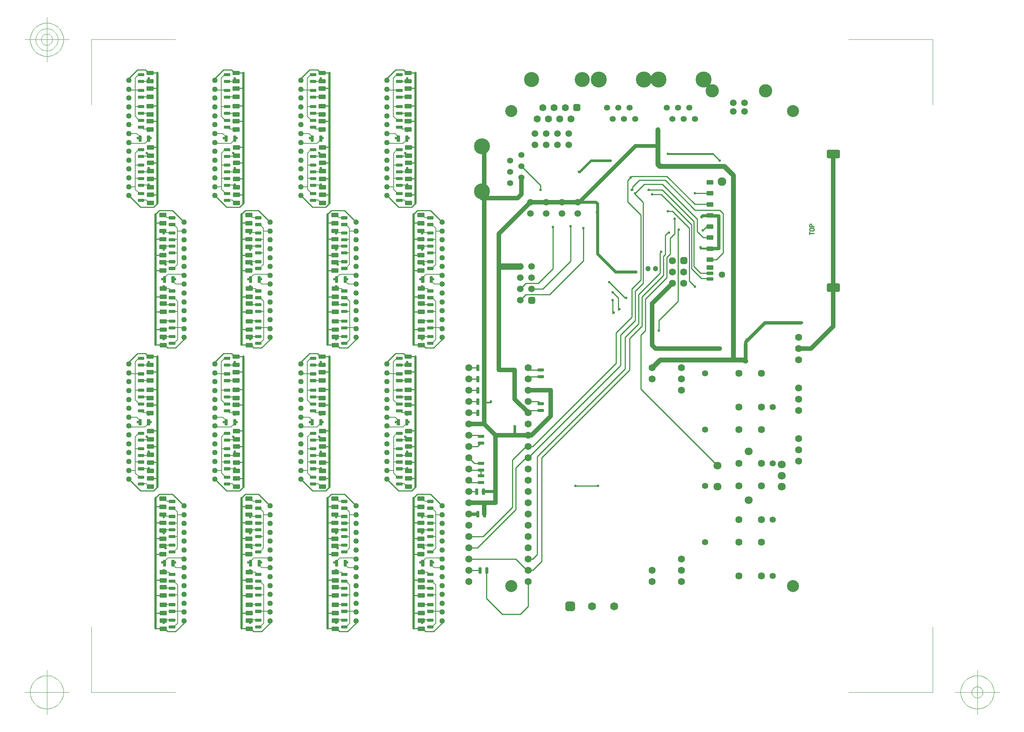
<source format=gbr>
G04 Generated by Ultiboard *
%FSLAX25Y25*%
%MOMM*%

%ADD10C,0.99060*%
%ADD11C,1.06101*%
%ADD12C,0.25400*%
%ADD13C,0.38378*%
%ADD14C,0.25000*%
%ADD15C,0.50000*%
%ADD16C,0.15000*%
%ADD17C,1.00000*%
%ADD18C,0.79715*%
%ADD19C,0.58494*%
%ADD20C,0.64993*%
%ADD21C,0.34195*%
%ADD22C,1.41220*%
%ADD23C,0.65881*%
%ADD24C,0.96456*%
%ADD25C,0.57909*%
%ADD26C,0.87687*%
%ADD27C,0.80239*%
%ADD28C,0.72469*%
%ADD29C,0.42642*%
%ADD30C,1.06000*%
%ADD31C,0.37994*%
%ADD32C,0.10000*%
%ADD33C,0.60000*%
%ADD34C,1.60000*%
%ADD35R,1.10000X0.60000*%
%ADD36C,0.40000*%
%ADD37R,1.10000X0.30000*%
%ADD38C,1.45560*%
%ADD39C,1.95560*%
%ADD40R,2.20000X1.20000*%
%ADD41C,0.80000*%
%ADD42C,1.35560*%
%ADD43C,3.60560*%
%ADD44R,0.60508X0.60508*%
%ADD45C,0.99492*%
%ADD46C,1.60884*%
%ADD47R,1.05867X0.27534*%
%ADD48C,0.42316*%
%ADD49R,1.18567X0.57175*%
%ADD50C,3.38684*%
%ADD51C,1.60800*%
%ADD52R,0.75342X0.75342*%
%ADD53C,0.84658*%
%ADD54R,0.27534X1.05867*%
%ADD55C,1.25000*%
%ADD56C,2.70916*%
%ADD57C,1.82016*%
%ADD58R,0.95250X0.95250*%
%ADD59C,1.29108*%
%ADD60C,1.50000*%
%ADD61R,0.63500X0.63500*%
%ADD62C,0.88900*%
%ADD63C,1.20000*%
%ADD64C,3.00000*%
%ADD65C,1.39700*%
%ADD66C,1.80000*%


%LNCopper Top*%
%LPD*%
%FSLAX25Y25*%
%MOMM*%
G54D10*
X13669000Y6569400D02*
X12221200Y6569400D01*
X8360400Y4867600D02*
X8360400Y11090600D01*
X9859000Y5045400D02*
X9427200Y4613600D01*
X9351000Y5629600D02*
X9859000Y5629600D01*
X8614400Y3089600D02*
X8614400Y4613600D01*
X8614400Y3089600D02*
X8009400Y3089600D01*
X8360400Y3089600D02*
X8360400Y2835600D01*
X8009400Y4867600D02*
X8360400Y4867600D01*
X8614400Y4613600D02*
X8360400Y4867600D01*
X9427200Y4613600D02*
X8614400Y4613600D01*
X9859000Y5045400D02*
X9859000Y5629600D01*
X9109700Y9960300D02*
X8309600Y9960300D01*
X9198600Y10049200D02*
X9198600Y10430200D01*
X9198600Y10049200D02*
X9109700Y9960300D01*
X12602200Y8042600D02*
X12145000Y7585400D01*
X12145000Y6645600D02*
X12145000Y7585400D01*
X12221200Y6569400D02*
X12145000Y6645600D01*
X15726400Y6569400D02*
X16220400Y7063400D01*
X15447000Y6569400D02*
X15726400Y6569400D01*
X16220400Y7063400D02*
X16220400Y10964600D01*
G54D11*
X14227800Y6315400D02*
X12322800Y6315400D01*
X12303076Y10684200D02*
X13770600Y10684200D01*
X12322800Y6315400D02*
X12145000Y6137600D01*
X12272000Y11513650D02*
X12272000Y11141400D01*
X12272000Y11141400D02*
X12272000Y10938200D01*
X12297400Y10715276D02*
X12328476Y10684200D01*
X12272000Y10715276D02*
X12272000Y10938200D01*
X13973800Y6315400D02*
X13973800Y8576000D01*
X14253200Y6290000D02*
X14227800Y6315400D01*
X13973800Y8728400D02*
X13973800Y10481000D01*
X13770600Y10684200D02*
X13973800Y10481000D01*
G54D12*
X11891000Y5655000D02*
X13612400Y3933600D01*
X12437800Y10366000D02*
X13110200Y9693600D01*
X13161000Y9490400D02*
X12373600Y10277800D01*
X13034000Y9363400D02*
X12348200Y10049200D01*
X13084800Y9439600D02*
X12373600Y10150800D01*
X12983200Y9287200D02*
X12602200Y9668200D01*
X13106200Y9824600D02*
X12475200Y10455600D01*
X11433800Y6874200D02*
X11433800Y6188400D01*
X11637000Y6086800D02*
X11637000Y6798000D01*
X11535400Y6112200D02*
X11535400Y6823400D01*
X11332200Y6925000D02*
X11332200Y6239200D01*
X11891000Y6874200D02*
X11891000Y5655000D01*
X9554200Y4131000D02*
X11535400Y6112200D01*
X11332200Y6239200D02*
X9452600Y4359600D01*
X11433800Y6188400D02*
X9351000Y4105600D01*
X9452600Y1565600D02*
X9655800Y1768800D01*
X9630400Y5324800D02*
X9579600Y5375600D01*
X9401800Y5172400D02*
X9630400Y5172400D01*
X9579600Y5375600D02*
X9351000Y5375600D01*
X9401800Y6086800D02*
X9630400Y6086800D01*
X9401800Y5934400D02*
X9630400Y5934400D01*
X9071600Y2937200D02*
X9071600Y3877000D01*
X8995400Y2988000D02*
X8995400Y4054800D01*
X9554200Y1921200D02*
X9554200Y4131000D01*
X8009400Y1565600D02*
X8258800Y1565600D01*
X8009400Y1819600D02*
X9071600Y1819600D01*
X8009400Y2073600D02*
X8208000Y2073600D01*
X8009400Y2327600D02*
X8335000Y2327600D01*
X9071600Y1819600D02*
X9325600Y1565600D01*
X8411200Y930600D02*
X8411200Y1565600D01*
X9325600Y1565600D02*
X9452600Y1565600D01*
X8766800Y575000D02*
X8411200Y930600D01*
X9173200Y575000D02*
X8766800Y575000D01*
X9351000Y1311600D02*
X9351000Y752800D01*
X9351000Y752800D02*
X9173200Y575000D01*
X8335000Y2327600D02*
X8995400Y2988000D01*
X8208000Y2073600D02*
X9071600Y2937200D01*
X9452600Y1819600D02*
X9554200Y1921200D01*
X9351000Y1819600D02*
X9452600Y1819600D01*
X8009400Y3343600D02*
X8182600Y3343600D01*
X8009400Y4105600D02*
X8136400Y3978600D01*
X8009400Y3597600D02*
X8060200Y3546800D01*
X8009400Y3851600D02*
X8034800Y3826200D01*
X8034800Y3826200D02*
X8284200Y3826200D01*
X8009400Y4359600D02*
X8208000Y4359600D01*
X8009400Y4613600D02*
X8258800Y4613600D01*
X8009400Y5121600D02*
X8208000Y5121600D01*
X8009400Y5375600D02*
X8208000Y5375600D01*
X8009400Y5629600D02*
X8208000Y5629600D01*
X8009400Y6137600D02*
X8208000Y6137600D01*
X8009400Y5883600D02*
X8208000Y5883600D01*
X8136400Y3978600D02*
X8284200Y3978600D01*
X8060200Y3546800D02*
X8284200Y3546800D01*
X8284200Y3826200D02*
X8284200Y3699200D01*
X8208000Y4359600D02*
X8284200Y4435800D01*
X8258800Y4613600D02*
X8284200Y4588200D01*
X9071600Y3877000D02*
X9300200Y4105600D01*
X8995400Y4054800D02*
X9300200Y4359600D01*
X9351000Y4105600D02*
X9300200Y4105600D01*
X9300200Y4359600D02*
X9452600Y4359600D01*
X9356261Y5126861D02*
X9401800Y5172400D01*
X9345740Y5126861D02*
X9356261Y5126861D01*
X9401800Y5934400D02*
X9351000Y5883600D01*
X9401800Y6086800D02*
X9351000Y6137600D01*
X9655800Y1768800D02*
X9655800Y4105600D01*
X9655800Y4105600D02*
X11637000Y6086800D01*
X10925800Y3470600D02*
X10417800Y3470600D01*
X9909800Y8372800D02*
X9579600Y8042600D01*
X9579600Y8042600D02*
X9300200Y8042600D01*
X9681200Y7915600D02*
X9427200Y7915600D01*
X9833600Y7788600D02*
X9300200Y7788600D01*
X9630400Y10252400D02*
X9198600Y10684200D01*
X9630400Y10150800D02*
X9630400Y10252400D01*
X9300200Y8042600D02*
X9173200Y7915600D01*
X9300200Y7788600D02*
X9173200Y7661600D01*
X11594400Y9880800D02*
X11891000Y9584200D01*
X11941800Y8042600D02*
X11941800Y9871400D01*
X11891000Y8118800D02*
X11891000Y9584200D01*
X11535400Y7712400D02*
X11179800Y8068000D01*
X10302200Y8536600D02*
X9681200Y7915600D01*
X10595600Y8550600D02*
X9833600Y7788600D01*
X10302200Y9324000D02*
X10302200Y8536600D01*
X9909800Y9312600D02*
X9909800Y8372800D01*
X10595600Y9287200D02*
X10595600Y8550600D01*
X10913100Y8690300D02*
X11154400Y8449000D01*
X10913100Y8703000D02*
X10913100Y8690300D01*
X12729200Y7636200D02*
X12729200Y9236400D01*
X12475200Y8169600D02*
X11992600Y7687000D01*
X12399000Y8220400D02*
X11916400Y7737800D01*
X11840200Y7788600D02*
X12322800Y8271200D01*
X11687800Y7915600D02*
X11891000Y8118800D01*
X11764000Y7864800D02*
X11941800Y8042600D01*
X11992600Y7687000D02*
X11992600Y6975800D01*
X11992600Y6975800D02*
X11891000Y6874200D01*
X11332200Y6925000D02*
X11687800Y7280600D01*
X11433800Y6874200D02*
X11764000Y7204400D01*
X11916400Y7737800D02*
X11916400Y7077400D01*
X11840200Y7128200D02*
X11840200Y7788600D01*
X11764000Y7204400D02*
X11764000Y7864800D01*
X11535400Y6823400D02*
X11840200Y7128200D01*
X11637000Y6798000D02*
X11916400Y7077400D01*
X11383000Y7433000D02*
X11383000Y7712400D01*
X11256000Y7356800D02*
X11256000Y7661600D01*
X11560800Y7712400D02*
X11535400Y7712400D01*
X11256000Y7839400D02*
X11383000Y7712400D01*
X11687800Y7280600D02*
X11687800Y7915600D01*
X12729200Y7636200D02*
X12297400Y7204400D01*
X12297400Y7204400D02*
X12297400Y6975800D01*
X12551400Y9058600D02*
X12551400Y8703000D01*
X12439600Y9124600D02*
X12439600Y8692800D01*
X12439600Y8692800D02*
X12399000Y8652200D01*
X12399000Y8220400D02*
X12399000Y8652200D01*
X12322800Y8271200D02*
X12322800Y8728400D01*
X12322800Y8728400D02*
X12348200Y8753800D01*
X12475200Y8626800D02*
X12475200Y8169600D01*
X12551400Y8703000D02*
X12475200Y8626800D01*
X12648000Y9495400D02*
X12648000Y9155200D01*
X12748200Y9255400D02*
X12729200Y9236400D01*
X12439600Y9124600D02*
X12490400Y9175400D01*
X12490400Y9175400D02*
X12536200Y9175400D01*
X12648000Y9155200D02*
X12551400Y9058600D01*
X11852200Y10366000D02*
X12437800Y10366000D01*
X12475200Y10455600D02*
X11687800Y10455600D01*
X12373600Y10277800D02*
X11967200Y10277800D01*
X11764000Y10074600D02*
X11967200Y10277800D01*
X11687800Y10455600D02*
X11594400Y10362200D01*
X11594400Y9880800D02*
X11594400Y10362200D01*
X11852200Y10366000D02*
X11699800Y10213600D01*
X11941800Y9871400D02*
X11764000Y10049200D01*
X11699800Y10213600D02*
X11699800Y10137400D01*
X11764000Y10049200D02*
X11764000Y10074600D01*
X11764000Y11141400D02*
X11764000Y11141400D01*
X12373600Y10150800D02*
X12068800Y10150800D01*
X12348200Y10049200D02*
X12170400Y10049200D01*
X12170400Y10049200D02*
X12145000Y10049200D01*
X12602200Y9668200D02*
X12500600Y9668200D01*
X13612400Y3933600D02*
X13612400Y3927800D01*
X13669000Y9693600D02*
X13745200Y9617400D01*
X13745200Y9617400D02*
X13745200Y8728400D01*
X12983200Y8093400D02*
X13110200Y7966400D01*
X13745200Y8728400D02*
X13591400Y8574600D01*
X13591400Y8574600D02*
X13440400Y8574600D01*
X12983200Y9287200D02*
X12983200Y8093400D01*
X13084800Y8423600D02*
X13084800Y9109400D01*
X13034000Y8372800D02*
X13034000Y9185600D01*
X13237600Y8270800D02*
X13084800Y8423600D01*
X13256000Y8150800D02*
X13034000Y8372800D01*
X13237600Y8270800D02*
X13440400Y8270800D01*
X13256000Y8150800D02*
X13440400Y8150800D01*
X13297400Y9074600D02*
X13161000Y9211000D01*
X13161000Y9490400D02*
X13161000Y9211000D01*
X13034000Y9363400D02*
X13034000Y9185600D01*
X13084800Y9439600D02*
X13084800Y9109400D01*
X13376200Y9324600D02*
X13288000Y9236400D01*
X13465800Y9074600D02*
X13297400Y9074600D01*
X13440400Y9324600D02*
X13376200Y9324600D01*
X15791800Y9167222D02*
X15691800Y9167222D01*
X15691800Y9137356D02*
X15691800Y9197089D01*
X15771800Y9226956D02*
X15791800Y9246867D01*
X15791800Y9246867D02*
X15791800Y9266778D01*
X15791800Y9266778D02*
X15771800Y9286689D01*
X15771800Y9286689D02*
X15711800Y9286689D01*
X15711800Y9286689D02*
X15691800Y9266778D01*
X15691800Y9266778D02*
X15691800Y9246867D01*
X15691800Y9246867D02*
X15711800Y9226956D01*
X15711800Y9226956D02*
X15771800Y9226956D01*
X15791800Y9316556D02*
X15691800Y9316556D01*
X15691800Y9316556D02*
X15691800Y9356378D01*
X15691800Y9356378D02*
X15711800Y9376289D01*
X15711800Y9376289D02*
X15721800Y9376289D01*
X15721800Y9376289D02*
X15741800Y9356378D01*
X15741800Y9356378D02*
X15741800Y9316556D01*
X13669000Y9693600D02*
X13110200Y9693600D01*
X13465800Y10074600D02*
X13110200Y10074600D01*
X13465800Y9824600D02*
X13106200Y9824600D01*
G54D13*
X12500600Y10963600D02*
X13516600Y10963600D01*
G54D14*
X820000Y12790000D02*
X974856Y12790000D01*
X720800Y12859200D02*
X790000Y12790000D01*
X2760000Y12790000D02*
X2914856Y12790000D01*
X2660800Y12859200D02*
X2730000Y12790000D01*
X4700000Y12790000D02*
X4854856Y12790000D01*
X4600800Y12859200D02*
X4670000Y12790000D01*
X6640000Y12790000D02*
X6794856Y12790000D01*
X6540800Y12859200D02*
X6610000Y12790000D01*
X350000Y12666100D02*
X543100Y12859200D01*
X2290000Y12666100D02*
X2483100Y12859200D01*
X4230000Y12666100D02*
X4423100Y12859200D01*
X6170000Y12666100D02*
X6363100Y12859200D01*
X6170000Y3620000D02*
X6429600Y3360400D01*
X6170000Y10020000D02*
X6429600Y9760400D01*
X6170000Y6266100D02*
X6363100Y6459200D01*
X6363100Y6459200D02*
X6540800Y6459200D01*
X820000Y6390000D02*
X974856Y6390000D01*
X720800Y6459200D02*
X790000Y6390000D01*
X2760000Y6390000D02*
X2914856Y6390000D01*
X2660800Y6459200D02*
X2730000Y6390000D01*
X4700000Y6390000D02*
X4854856Y6390000D01*
X4600800Y6459200D02*
X4670000Y6390000D01*
X350000Y6266100D02*
X543100Y6459200D01*
X2290000Y6266100D02*
X2483100Y6459200D01*
X4230000Y6266100D02*
X4423100Y6459200D01*
X3270400Y3279600D02*
X2973700Y3279600D01*
X3336900Y180800D02*
X3159200Y180800D01*
X1033700Y3279600D02*
X950500Y3196400D01*
X1590000Y3020000D02*
X1330400Y3279600D01*
X2973700Y3279600D02*
X2890500Y3196400D01*
X1590000Y420000D02*
X1590000Y373900D01*
X1590000Y373900D02*
X1396900Y180800D01*
X1219200Y180800D02*
X1150000Y250000D01*
X1396900Y180800D02*
X1219200Y180800D01*
X1120000Y250000D02*
X965145Y250000D01*
X1120000Y600000D02*
X950600Y600000D01*
X1113600Y993600D02*
X965145Y993600D01*
X1120000Y1340000D02*
X967140Y1340000D01*
X1110000Y1930000D02*
X966600Y1930000D01*
X1110000Y2280000D02*
X972200Y2280000D01*
X1110000Y2640000D02*
X955100Y2640000D01*
X1110000Y3000000D02*
X976100Y3000000D01*
X3060000Y250000D02*
X2905145Y250000D01*
X3159200Y180800D02*
X3090000Y250000D01*
X3060000Y600000D02*
X2890600Y600000D01*
X3053600Y993600D02*
X2905145Y993600D01*
X3060000Y1340000D02*
X2907140Y1340000D01*
X3050000Y1930000D02*
X2906600Y1930000D01*
X3050000Y2280000D02*
X2912200Y2280000D01*
X3050000Y2640000D02*
X2895100Y2640000D01*
X3050000Y3000000D02*
X2916100Y3000000D01*
X609600Y3360400D02*
X906300Y3360400D01*
X350000Y3620000D02*
X609600Y3360400D01*
X830000Y4000000D02*
X984900Y4000000D01*
X1330400Y3279600D02*
X1033700Y3279600D01*
X906300Y3360400D02*
X989500Y3443600D01*
X830000Y3640000D02*
X963900Y3640000D01*
X830000Y4360000D02*
X967800Y4360000D01*
X830000Y4710000D02*
X973400Y4710000D01*
X820000Y5300000D02*
X972860Y5300000D01*
X820000Y6040000D02*
X989400Y6040000D01*
X826400Y5646400D02*
X974855Y5646400D01*
X2290000Y3620000D02*
X2549600Y3360400D01*
X2770000Y4000000D02*
X2924900Y4000000D01*
X2549600Y3360400D02*
X2846300Y3360400D01*
X2770000Y3640000D02*
X2903900Y3640000D01*
X2846300Y3360400D02*
X2929500Y3443600D01*
X2770000Y4360000D02*
X2907800Y4360000D01*
X2770000Y4710000D02*
X2913400Y4710000D01*
X2760000Y5300000D02*
X2912860Y5300000D01*
X2760000Y6040000D02*
X2929400Y6040000D01*
X2766400Y5646400D02*
X2914855Y5646400D01*
X3530000Y3020000D02*
X3270400Y3279600D01*
X4913700Y3279600D02*
X4830500Y3196400D01*
X5470000Y3020000D02*
X5210400Y3279600D01*
X5000000Y600000D02*
X4830600Y600000D01*
X3530000Y420000D02*
X3530000Y373900D01*
X3530000Y373900D02*
X3336900Y180800D01*
X5276900Y180800D02*
X5099200Y180800D01*
X5000000Y250000D02*
X4845145Y250000D01*
X5099200Y180800D02*
X5030000Y250000D01*
X5470000Y420000D02*
X5470000Y373900D01*
X5470000Y373900D02*
X5276900Y180800D01*
X4993600Y993600D02*
X4845145Y993600D01*
X5000000Y1340000D02*
X4847140Y1340000D01*
X4990000Y1930000D02*
X4846600Y1930000D01*
X4990000Y2280000D02*
X4852200Y2280000D01*
X4990000Y2640000D02*
X4835100Y2640000D01*
X4990000Y3000000D02*
X4856100Y3000000D01*
X4710000Y4000000D02*
X4864900Y4000000D01*
X4710000Y3640000D02*
X4843900Y3640000D01*
X4786300Y3360400D02*
X4869500Y3443600D01*
X4489600Y3360400D02*
X4786300Y3360400D01*
X4710000Y4710000D02*
X4853400Y4710000D01*
X4710000Y4360000D02*
X4847800Y4360000D01*
X4700000Y5300000D02*
X4852860Y5300000D01*
X4700000Y6040000D02*
X4869400Y6040000D01*
X4706400Y5646400D02*
X4854855Y5646400D01*
X4230000Y3620000D02*
X4489600Y3360400D01*
X5210400Y3279600D02*
X4913700Y3279600D01*
X3270400Y9679600D02*
X2973700Y9679600D01*
X3336900Y6580800D02*
X3159200Y6580800D01*
X1033700Y9679600D02*
X950500Y9596400D01*
X1590000Y9420000D02*
X1330400Y9679600D01*
X2973700Y9679600D02*
X2890500Y9596400D01*
X1590000Y6820000D02*
X1590000Y6773900D01*
X1590000Y6773900D02*
X1396900Y6580800D01*
X543100Y6459200D02*
X720800Y6459200D01*
X1219200Y6580800D02*
X1150000Y6650000D01*
X1396900Y6580800D02*
X1219200Y6580800D01*
X1120000Y6650000D02*
X965145Y6650000D01*
X1120000Y7000000D02*
X950600Y7000000D01*
X1113600Y7393600D02*
X965145Y7393600D01*
X1120000Y7740000D02*
X967140Y7740000D01*
X1110000Y8330000D02*
X966600Y8330000D01*
X1110000Y8680000D02*
X972200Y8680000D01*
X1110000Y9040000D02*
X955100Y9040000D01*
X1110000Y9400000D02*
X976100Y9400000D01*
X2483100Y6459200D02*
X2660800Y6459200D01*
X3060000Y6650000D02*
X2905145Y6650000D01*
X3159200Y6580800D02*
X3090000Y6650000D01*
X3060000Y7000000D02*
X2890600Y7000000D01*
X3053600Y7393600D02*
X2905145Y7393600D01*
X3060000Y7740000D02*
X2907140Y7740000D01*
X3050000Y8330000D02*
X2906600Y8330000D01*
X3050000Y8680000D02*
X2912200Y8680000D01*
X3050000Y9040000D02*
X2895100Y9040000D01*
X3050000Y9400000D02*
X2916100Y9400000D01*
X609600Y9760400D02*
X906300Y9760400D01*
X350000Y10020000D02*
X609600Y9760400D01*
X830000Y10400000D02*
X984900Y10400000D01*
X1330400Y9679600D02*
X1033700Y9679600D01*
X906300Y9760400D02*
X989500Y9843600D01*
X830000Y10040000D02*
X963900Y10040000D01*
X830000Y10760000D02*
X967800Y10760000D01*
X830000Y11110000D02*
X973400Y11110000D01*
X820000Y11700000D02*
X972860Y11700000D01*
X820000Y12440000D02*
X989400Y12440000D01*
X826400Y12046400D02*
X974855Y12046400D01*
X2290000Y10020000D02*
X2549600Y9760400D01*
X2770000Y10400000D02*
X2924900Y10400000D01*
X2549600Y9760400D02*
X2846300Y9760400D01*
X2770000Y10040000D02*
X2903900Y10040000D01*
X2846300Y9760400D02*
X2929500Y9843600D01*
X2770000Y10760000D02*
X2907800Y10760000D01*
X2770000Y11110000D02*
X2913400Y11110000D01*
X2760000Y11700000D02*
X2912860Y11700000D01*
X2760000Y12440000D02*
X2929400Y12440000D01*
X2766400Y12046400D02*
X2914855Y12046400D01*
X3530000Y9420000D02*
X3270400Y9679600D01*
X4913700Y9679600D02*
X4830500Y9596400D01*
X5470000Y9420000D02*
X5210400Y9679600D01*
X5000000Y7000000D02*
X4830600Y7000000D01*
X3530000Y6820000D02*
X3530000Y6773900D01*
X3530000Y6773900D02*
X3336900Y6580800D01*
X4423100Y6459200D02*
X4600800Y6459200D01*
X5276900Y6580800D02*
X5099200Y6580800D01*
X5000000Y6650000D02*
X4845145Y6650000D01*
X5099200Y6580800D02*
X5030000Y6650000D01*
X5470000Y6820000D02*
X5470000Y6773900D01*
X5470000Y6773900D02*
X5276900Y6580800D01*
X4993600Y7393600D02*
X4845145Y7393600D01*
X5000000Y7740000D02*
X4847140Y7740000D01*
X4990000Y8330000D02*
X4846600Y8330000D01*
X4990000Y8680000D02*
X4852200Y8680000D01*
X4990000Y9040000D02*
X4835100Y9040000D01*
X4990000Y9400000D02*
X4856100Y9400000D01*
X4710000Y10400000D02*
X4864900Y10400000D01*
X4710000Y10040000D02*
X4843900Y10040000D01*
X4786300Y9760400D02*
X4869500Y9843600D01*
X4489600Y9760400D02*
X4786300Y9760400D01*
X4710000Y11110000D02*
X4853400Y11110000D01*
X4710000Y10760000D02*
X4847800Y10760000D01*
X4700000Y11700000D02*
X4852860Y11700000D01*
X4700000Y12440000D02*
X4869400Y12440000D01*
X4706400Y12046400D02*
X4854855Y12046400D01*
X4230000Y10020000D02*
X4489600Y9760400D01*
X5210400Y9679600D02*
X4913700Y9679600D01*
X6640000Y6390000D02*
X6794856Y6390000D01*
X6540800Y6459200D02*
X6610000Y6390000D01*
X6853700Y3279600D02*
X6770500Y3196400D01*
X7410000Y3020000D02*
X7150400Y3279600D01*
X7410000Y373900D02*
X7216900Y180800D01*
X7216900Y180800D02*
X7039200Y180800D01*
X6940000Y250000D02*
X6785145Y250000D01*
X6940000Y600000D02*
X6770600Y600000D01*
X7039200Y180800D02*
X6970000Y250000D01*
X6940000Y1340000D02*
X6787140Y1340000D01*
X6933600Y993600D02*
X6785145Y993600D01*
X7410000Y420000D02*
X7410000Y373900D01*
X6930000Y1930000D02*
X6786600Y1930000D01*
X6930000Y2280000D02*
X6792200Y2280000D01*
X6930000Y2640000D02*
X6775100Y2640000D01*
X6930000Y3000000D02*
X6796100Y3000000D01*
X6650000Y4000000D02*
X6804900Y4000000D01*
X6726300Y3360400D02*
X6809500Y3443600D01*
X6650000Y3640000D02*
X6783900Y3640000D01*
X6429600Y3360400D02*
X6726300Y3360400D01*
X7150400Y3279600D02*
X6853700Y3279600D01*
X6650000Y4360000D02*
X6787800Y4360000D01*
X6650000Y4710000D02*
X6793400Y4710000D01*
X6640000Y5300000D02*
X6792860Y5300000D01*
X6640000Y6040000D02*
X6809400Y6040000D01*
X6646400Y5646400D02*
X6794855Y5646400D01*
X6853700Y9679600D02*
X6770500Y9596400D01*
X7410000Y9420000D02*
X7150400Y9679600D01*
X7410000Y6773900D02*
X7216900Y6580800D01*
X7216900Y6580800D02*
X7039200Y6580800D01*
X6940000Y6650000D02*
X6785145Y6650000D01*
X6940000Y7000000D02*
X6770600Y7000000D01*
X7039200Y6580800D02*
X6970000Y6650000D01*
X6940000Y7740000D02*
X6787140Y7740000D01*
X6933600Y7393600D02*
X6785145Y7393600D01*
X7410000Y6820000D02*
X7410000Y6773900D01*
X6930000Y8330000D02*
X6786600Y8330000D01*
X6930000Y8680000D02*
X6792200Y8680000D01*
X6930000Y9040000D02*
X6775100Y9040000D01*
X6930000Y9400000D02*
X6796100Y9400000D01*
X6650000Y10400000D02*
X6804900Y10400000D01*
X6726300Y9760400D02*
X6809500Y9843600D01*
X6650000Y10040000D02*
X6783900Y10040000D01*
X6429600Y9760400D02*
X6726300Y9760400D01*
X7150400Y9679600D02*
X6853700Y9679600D01*
X6650000Y10760000D02*
X6787800Y10760000D01*
X6650000Y11110000D02*
X6793400Y11110000D01*
X6640000Y11700000D02*
X6792860Y11700000D01*
X6640000Y12440000D02*
X6809400Y12440000D01*
X6646400Y12046400D02*
X6794855Y12046400D01*
X6363100Y12859200D02*
X6540800Y12859200D01*
X543100Y12859200D02*
X720800Y12859200D01*
X2483100Y12859200D02*
X2660800Y12859200D01*
X4423100Y12859200D02*
X4600800Y12859200D01*
G54D15*
X989500Y12046400D02*
X989500Y12788700D01*
X2929500Y12046400D02*
X2929500Y12788700D01*
X4869500Y12046400D02*
X4869500Y12788700D01*
X6809500Y12046400D02*
X6809500Y12788700D01*
X989500Y5646400D02*
X989500Y6388700D01*
X2929500Y5646400D02*
X2929500Y6388700D01*
X4869500Y5646400D02*
X4869500Y6388700D01*
X950500Y993600D02*
X950500Y3196400D01*
X2890500Y993600D02*
X2890500Y3196400D01*
X950500Y993600D02*
X950500Y251300D01*
X2890500Y993600D02*
X2890500Y251300D01*
X989500Y5646400D02*
X989500Y3443600D01*
X2929500Y5646400D02*
X2929500Y3443600D01*
X4830500Y993600D02*
X4830500Y3196400D01*
X4830500Y993600D02*
X4830500Y251300D01*
X4869500Y5646400D02*
X4869500Y3443600D01*
X950500Y7393600D02*
X950500Y9596400D01*
X2890500Y7393600D02*
X2890500Y9596400D01*
X950500Y7393600D02*
X950500Y6651300D01*
X2890500Y7393600D02*
X2890500Y6651300D01*
X989500Y12046400D02*
X989500Y9843600D01*
X2929500Y12046400D02*
X2929500Y9843600D01*
X4830500Y7393600D02*
X4830500Y9596400D01*
X4830500Y7393600D02*
X4830500Y6651300D01*
X4869500Y12046400D02*
X4869500Y9843600D01*
X6809500Y5646400D02*
X6809500Y6388700D01*
X6770500Y993600D02*
X6770500Y3196400D01*
X6770500Y993600D02*
X6770500Y251300D01*
X6809500Y5646400D02*
X6809500Y3443600D01*
X6770500Y7393600D02*
X6770500Y9596400D01*
X6770500Y7393600D02*
X6770500Y6651300D01*
X6809500Y12046400D02*
X6809500Y9843600D01*
G54D16*
X989500Y12788700D02*
X972400Y12788700D01*
X2929500Y12788700D02*
X2912400Y12788700D01*
X4869500Y12788700D02*
X4852400Y12788700D01*
X6809500Y12788700D02*
X6792400Y12788700D01*
X6533600Y4795500D02*
X6194500Y4795500D01*
X6321393Y4012300D02*
X6437700Y4012300D01*
X6450000Y4310000D02*
X6319900Y4310000D01*
X6317000Y4579407D02*
X6397594Y4660000D01*
X6450000Y4660000D02*
X6397594Y4660000D01*
X6317000Y3758300D02*
X6405300Y3670000D01*
X6450000Y3670000D02*
X6405300Y3670000D01*
X6321393Y10412300D02*
X6437700Y10412300D01*
X6450000Y10710000D02*
X6319900Y10710000D01*
X6317000Y10979407D02*
X6397594Y11060000D01*
X6450000Y11060000D02*
X6397594Y11060000D01*
X6317000Y10158300D02*
X6405300Y10070000D01*
X6450000Y10070000D02*
X6405300Y10070000D01*
X6440000Y6000000D02*
X6190000Y6000000D01*
X6450000Y5630000D02*
X6316000Y5630000D01*
X6312300Y6267900D02*
X6389300Y6344900D01*
X6389300Y6344900D02*
X6434900Y6344900D01*
X6312300Y5407092D02*
X6399394Y5320000D01*
X6450000Y5320000D02*
X6399394Y5320000D01*
X6440000Y12400000D02*
X6190000Y12400000D01*
X6450000Y12030000D02*
X6316000Y12030000D01*
X6312300Y12667900D02*
X6389300Y12744900D01*
X6389300Y12744900D02*
X6434900Y12744900D01*
X6312300Y11807092D02*
X6399394Y11720000D01*
X6450000Y11720000D02*
X6399394Y11720000D01*
X6419500Y4950500D02*
X6350000Y5020000D01*
X6419500Y4950500D02*
X6419500Y4910000D01*
X6533600Y11195500D02*
X6194500Y11195500D01*
X6419500Y11350500D02*
X6350000Y11420000D01*
X6419500Y11350500D02*
X6419500Y11310000D01*
X989500Y6388700D02*
X972400Y6388700D01*
X2929500Y6388700D02*
X2912400Y6388700D01*
X4869500Y6388700D02*
X4852400Y6388700D01*
X3166400Y1844500D02*
X3505500Y1844500D01*
X3250000Y3122400D02*
X3143867Y3122400D01*
X3199200Y1523200D02*
X3063067Y1523200D01*
X3199200Y1523200D02*
X3250000Y1472400D01*
X3260000Y792400D02*
X3062400Y792400D01*
X3260000Y442400D02*
X3066134Y442400D01*
X3250000Y1162400D02*
X3083867Y1162400D01*
X3250000Y2482400D02*
X3066134Y2482400D01*
X3250000Y2132400D02*
X3066134Y2132400D01*
X3260000Y2782400D02*
X3093867Y2782400D01*
X3080000Y3186267D02*
X3050000Y3186267D01*
X3143867Y3122400D02*
X3080000Y3186267D01*
X1203867Y3122400D02*
X1140000Y3186267D01*
X1140000Y3186267D02*
X1110000Y3186267D01*
X1565500Y1844500D02*
X1590000Y1820000D01*
X1590000Y2820000D02*
X1445400Y2820000D01*
X1410000Y1620000D02*
X1590000Y1620000D01*
X1570000Y640000D02*
X1590000Y620000D01*
X1320000Y640000D02*
X1570000Y640000D01*
X1340500Y1689500D02*
X1410000Y1620000D01*
X1447700Y1232908D02*
X1447700Y627300D01*
X1320000Y792400D02*
X1122400Y792400D01*
X1122400Y792400D02*
X1110000Y780000D01*
X1320000Y442400D02*
X1126134Y442400D01*
X950500Y251300D02*
X967600Y251300D01*
X1126134Y442400D02*
X1120000Y436267D01*
X1447700Y627300D02*
X1447700Y372100D01*
X1447700Y372100D02*
X1370700Y295100D01*
X1370700Y295100D02*
X1325100Y295100D01*
X1325100Y295100D02*
X1320000Y290000D01*
X1259200Y1523200D02*
X1123067Y1523200D01*
X1310000Y1162400D02*
X1143867Y1162400D01*
X1113600Y993600D02*
X1120000Y1000000D01*
X1123067Y1523200D02*
X1120000Y1526267D01*
X1310000Y1010000D02*
X1444000Y1010000D01*
X1444000Y1010000D02*
X1447700Y1006300D01*
X1447700Y1232908D02*
X1360606Y1320000D01*
X1310000Y1320000D02*
X1360606Y1320000D01*
X1259200Y1523200D02*
X1310000Y1472400D01*
X1443000Y2060593D02*
X1443000Y2881700D01*
X1150000Y1768100D02*
X1226400Y1844500D01*
X1226400Y1844500D02*
X1565500Y1844500D01*
X1310000Y2132400D02*
X1126134Y2132400D01*
X1150000Y1768100D02*
X1150000Y1730000D01*
X1443000Y2060593D02*
X1362406Y1980000D01*
X1310000Y1980000D02*
X1362406Y1980000D01*
X1340500Y1689500D02*
X1340500Y1730000D01*
X1310000Y2330000D02*
X1440100Y2330000D01*
X1440100Y2330000D02*
X1443000Y2327100D01*
X1310000Y3122400D02*
X1203867Y3122400D01*
X1310000Y2482400D02*
X1126134Y2482400D01*
X1320000Y2782400D02*
X1153867Y2782400D01*
X1153867Y2782400D02*
X1110000Y2826267D01*
X955100Y2640000D02*
X950500Y2644600D01*
X1126134Y2482400D02*
X1110000Y2466267D01*
X1438607Y2627700D02*
X1322300Y2627700D01*
X1443000Y2881700D02*
X1354700Y2970000D01*
X1310000Y2970000D02*
X1354700Y2970000D01*
X3062400Y792400D02*
X3050000Y780000D01*
X2890500Y251300D02*
X2907600Y251300D01*
X3066134Y442400D02*
X3060000Y436267D01*
X3053600Y993600D02*
X3060000Y1000000D01*
X3063067Y1523200D02*
X3060000Y1526267D01*
X3090000Y1768100D02*
X3166400Y1844500D01*
X3090000Y1768100D02*
X3090000Y1730000D01*
X3093867Y2782400D02*
X3050000Y2826267D01*
X2895100Y2640000D02*
X2890500Y2644600D01*
X3066134Y2482400D02*
X3050000Y2466267D01*
X790000Y4871900D02*
X713600Y4795500D01*
X713600Y4795500D02*
X374500Y4795500D01*
X374500Y4795500D02*
X350000Y4820000D01*
X630000Y4507600D02*
X813867Y4507600D01*
X620000Y3857600D02*
X786134Y3857600D01*
X786134Y3857600D02*
X830000Y3813734D01*
X736133Y3517600D02*
X800000Y3453733D01*
X800000Y3453733D02*
X830000Y3453734D01*
X630000Y4157600D02*
X813867Y4157600D01*
X813867Y4157600D02*
X830000Y4173734D01*
X501393Y4012300D02*
X617700Y4012300D01*
X497000Y4579407D02*
X497000Y3758300D01*
X350000Y3820000D02*
X494600Y3820000D01*
X630000Y3517600D02*
X736133Y3517600D01*
X497000Y3758300D02*
X585300Y3670000D01*
X630000Y3670000D02*
X585300Y3670000D01*
X630000Y4310000D02*
X499900Y4310000D01*
X499900Y4310000D02*
X497000Y4312900D01*
X497000Y4579407D02*
X577594Y4660000D01*
X630000Y4660000D02*
X577594Y4660000D01*
X984900Y4000000D02*
X989500Y3995400D01*
X790000Y4871900D02*
X790000Y4910000D01*
X826400Y5646400D02*
X820000Y5640000D01*
X620000Y6197600D02*
X813867Y6197600D01*
X813867Y6197600D02*
X820000Y6203734D01*
X630000Y5477600D02*
X796134Y5477600D01*
X680800Y5116800D02*
X816933Y5116800D01*
X816933Y5116800D02*
X820000Y5113734D01*
X620000Y5847600D02*
X817600Y5847600D01*
X817600Y5847600D02*
X830000Y5860000D01*
X630000Y5630000D02*
X496000Y5630000D01*
X492300Y5407092D02*
X492300Y6012700D01*
X496000Y5630000D02*
X492300Y5633700D01*
X530000Y5020000D02*
X350000Y5020000D01*
X599500Y4950500D02*
X530000Y5020000D01*
X599500Y4950500D02*
X599500Y4910000D01*
X680800Y5116800D02*
X630000Y5167600D01*
X492300Y5407092D02*
X579394Y5320000D01*
X630000Y5320000D02*
X579394Y5320000D01*
X620000Y6000000D02*
X370000Y6000000D01*
X370000Y6000000D02*
X350000Y6020000D01*
X350000Y6220000D02*
X350000Y6266100D01*
X492300Y6012700D02*
X492300Y6267900D01*
X492300Y6267900D02*
X569300Y6344900D01*
X569300Y6344900D02*
X614900Y6344900D01*
X614900Y6344900D02*
X620000Y6350000D01*
X2730000Y4871900D02*
X2653600Y4795500D01*
X2653600Y4795500D02*
X2314500Y4795500D01*
X2314500Y4795500D02*
X2290000Y4820000D01*
X2290000Y3820000D02*
X2434600Y3820000D01*
X2441393Y4012300D02*
X2557700Y4012300D01*
X2437000Y4579407D02*
X2437000Y3758300D01*
X2924900Y4000000D02*
X2929500Y3995400D01*
X2740000Y3453733D02*
X2770000Y3453734D01*
X2676133Y3517600D02*
X2740000Y3453733D01*
X2570000Y3517600D02*
X2676133Y3517600D01*
X2570000Y3670000D02*
X2525300Y3670000D01*
X2437000Y3758300D02*
X2525300Y3670000D01*
X2726134Y3857600D02*
X2770000Y3813734D01*
X2560000Y3857600D02*
X2726134Y3857600D01*
X2570000Y4310000D02*
X2439900Y4310000D01*
X2439900Y4310000D02*
X2437000Y4312900D01*
X2753867Y4157600D02*
X2770000Y4173734D01*
X2570000Y4157600D02*
X2753867Y4157600D01*
X2437000Y4579407D02*
X2517594Y4660000D01*
X2570000Y4660000D02*
X2517594Y4660000D01*
X2570000Y4507600D02*
X2753867Y4507600D01*
X2560000Y6000000D02*
X2310000Y6000000D01*
X2432300Y6267900D02*
X2509300Y6344900D01*
X2432300Y5407092D02*
X2519394Y5320000D01*
X2432300Y6012700D02*
X2432300Y6267900D01*
X2432300Y5407092D02*
X2432300Y6012700D01*
X2436000Y5630000D02*
X2432300Y5633700D01*
X2470000Y5020000D02*
X2290000Y5020000D01*
X2310000Y6000000D02*
X2290000Y6020000D01*
X2290000Y6220000D02*
X2290000Y6266100D01*
X2570000Y5630000D02*
X2436000Y5630000D01*
X2730000Y4871900D02*
X2730000Y4910000D01*
X2539500Y4950500D02*
X2470000Y5020000D01*
X2539500Y4950500D02*
X2539500Y4910000D01*
X2620800Y5116800D02*
X2756933Y5116800D01*
X2620800Y5116800D02*
X2570000Y5167600D01*
X2756933Y5116800D02*
X2760000Y5113734D01*
X2570000Y5320000D02*
X2519394Y5320000D01*
X2570000Y5477600D02*
X2736134Y5477600D01*
X2766400Y5646400D02*
X2760000Y5640000D01*
X2757600Y5847600D02*
X2770000Y5860000D01*
X2560000Y5847600D02*
X2757600Y5847600D01*
X2509300Y6344900D02*
X2554900Y6344900D01*
X2554900Y6344900D02*
X2560000Y6350000D01*
X2560000Y6197600D02*
X2753867Y6197600D01*
X2753867Y6197600D02*
X2760000Y6203734D01*
X5083867Y3122400D02*
X5020000Y3186267D01*
X5020000Y3186267D02*
X4990000Y3186267D01*
X4830500Y251300D02*
X4847600Y251300D01*
X4835100Y2640000D02*
X4830500Y2644600D01*
X3280500Y1689500D02*
X3350000Y1620000D01*
X3350000Y1620000D02*
X3530000Y1620000D01*
X3387700Y1232908D02*
X3387700Y627300D01*
X3387700Y627300D02*
X3387700Y372100D01*
X3387700Y372100D02*
X3310700Y295100D01*
X3310700Y295100D02*
X3265100Y295100D01*
X3265100Y295100D02*
X3260000Y290000D01*
X3260000Y640000D02*
X3510000Y640000D01*
X3510000Y640000D02*
X3530000Y620000D01*
X3250000Y1010000D02*
X3384000Y1010000D01*
X3384000Y1010000D02*
X3387700Y1006300D01*
X3387700Y1232908D02*
X3300606Y1320000D01*
X3250000Y1320000D02*
X3300606Y1320000D01*
X3383000Y2060593D02*
X3383000Y2881700D01*
X3383000Y2060593D02*
X3302406Y1980000D01*
X3250000Y1980000D02*
X3302406Y1980000D01*
X3505500Y1844500D02*
X3530000Y1820000D01*
X3280500Y1689500D02*
X3280500Y1730000D01*
X3380100Y2330000D02*
X3383000Y2327100D01*
X3250000Y2330000D02*
X3380100Y2330000D01*
X3530000Y2820000D02*
X3385400Y2820000D01*
X3378607Y2627700D02*
X3262300Y2627700D01*
X3383000Y2881700D02*
X3294700Y2970000D01*
X3250000Y2970000D02*
X3294700Y2970000D01*
X5220500Y1689500D02*
X5290000Y1620000D01*
X5290000Y1620000D02*
X5470000Y1620000D01*
X5327700Y1232908D02*
X5327700Y627300D01*
X5200000Y792400D02*
X5002400Y792400D01*
X5002400Y792400D02*
X4990000Y780000D01*
X5200000Y640000D02*
X5450000Y640000D01*
X5250700Y295100D02*
X5205100Y295100D01*
X5205100Y295100D02*
X5200000Y290000D01*
X5200000Y442400D02*
X5006134Y442400D01*
X5006134Y442400D02*
X5000000Y436267D01*
X5327700Y627300D02*
X5327700Y372100D01*
X5327700Y372100D02*
X5250700Y295100D01*
X5450000Y640000D02*
X5470000Y620000D01*
X5190000Y1010000D02*
X5324000Y1010000D01*
X5190000Y1320000D02*
X5240606Y1320000D01*
X5139200Y1523200D02*
X5190000Y1472400D01*
X5190000Y1162400D02*
X5023867Y1162400D01*
X4993600Y993600D02*
X5000000Y1000000D01*
X5139200Y1523200D02*
X5003067Y1523200D01*
X5003067Y1523200D02*
X5000000Y1526267D01*
X5324000Y1010000D02*
X5327700Y1006300D01*
X5327700Y1232908D02*
X5240606Y1320000D01*
X5323000Y2060593D02*
X5323000Y2881700D01*
X5106400Y1844500D02*
X5445500Y1844500D01*
X5190000Y2330000D02*
X5320100Y2330000D01*
X5190000Y1980000D02*
X5242406Y1980000D01*
X5220500Y1689500D02*
X5220500Y1730000D01*
X5190000Y2132400D02*
X5006134Y2132400D01*
X5030000Y1768100D02*
X5030000Y1730000D01*
X5030000Y1768100D02*
X5106400Y1844500D01*
X5323000Y2060593D02*
X5242406Y1980000D01*
X5445500Y1844500D02*
X5470000Y1820000D01*
X5320100Y2330000D02*
X5323000Y2327100D01*
X5318607Y2627700D02*
X5202300Y2627700D01*
X5190000Y2970000D02*
X5234700Y2970000D01*
X5190000Y3122400D02*
X5083867Y3122400D01*
X5190000Y2482400D02*
X5006134Y2482400D01*
X5200000Y2782400D02*
X5033867Y2782400D01*
X5033867Y2782400D02*
X4990000Y2826267D01*
X5006134Y2482400D02*
X4990000Y2466267D01*
X5470000Y2820000D02*
X5325400Y2820000D01*
X5323000Y2881700D02*
X5234700Y2970000D01*
X4670000Y4871900D02*
X4593600Y4795500D01*
X4593600Y4795500D02*
X4254500Y4795500D01*
X4254500Y4795500D02*
X4230000Y4820000D01*
X4381393Y4012300D02*
X4497700Y4012300D01*
X4377000Y4579407D02*
X4377000Y3758300D01*
X4230000Y3820000D02*
X4374600Y3820000D01*
X4377000Y3758300D02*
X4465300Y3670000D01*
X4616133Y3517600D02*
X4680000Y3453733D01*
X4680000Y3453733D02*
X4710000Y3453734D01*
X4510000Y3517600D02*
X4616133Y3517600D01*
X4510000Y3670000D02*
X4465300Y3670000D01*
X4500000Y3857600D02*
X4666134Y3857600D01*
X4666134Y3857600D02*
X4710000Y3813734D01*
X4510000Y4310000D02*
X4379900Y4310000D01*
X4379900Y4310000D02*
X4377000Y4312900D01*
X4377000Y4579407D02*
X4457594Y4660000D01*
X4510000Y4157600D02*
X4693867Y4157600D01*
X4693867Y4157600D02*
X4710000Y4173734D01*
X4510000Y4660000D02*
X4457594Y4660000D01*
X4510000Y4507600D02*
X4693867Y4507600D01*
X4510000Y5630000D02*
X4376000Y5630000D01*
X4372300Y5407092D02*
X4372300Y6012700D01*
X4376000Y5630000D02*
X4372300Y5633700D01*
X4372300Y5407092D02*
X4459394Y5320000D01*
X4410000Y5020000D02*
X4230000Y5020000D01*
X4479500Y4950500D02*
X4410000Y5020000D01*
X4670000Y4871900D02*
X4670000Y4910000D01*
X4479500Y4950500D02*
X4479500Y4910000D01*
X4560800Y5116800D02*
X4696933Y5116800D01*
X4560800Y5116800D02*
X4510000Y5167600D01*
X4696933Y5116800D02*
X4700000Y5113734D01*
X4510000Y5320000D02*
X4459394Y5320000D01*
X4510000Y5477600D02*
X4676134Y5477600D01*
X4500000Y6000000D02*
X4250000Y6000000D01*
X4372300Y6267900D02*
X4449300Y6344900D01*
X4372300Y6012700D02*
X4372300Y6267900D01*
X4250000Y6000000D02*
X4230000Y6020000D01*
X4230000Y6220000D02*
X4230000Y6266100D01*
X4706400Y5646400D02*
X4700000Y5640000D01*
X4500000Y5847600D02*
X4697600Y5847600D01*
X4697600Y5847600D02*
X4710000Y5860000D01*
X4449300Y6344900D02*
X4494900Y6344900D01*
X4494900Y6344900D02*
X4500000Y6350000D01*
X4500000Y6197600D02*
X4693867Y6197600D01*
X4693867Y6197600D02*
X4700000Y6203734D01*
X6194500Y4795500D02*
X6170000Y4820000D01*
X4864900Y4000000D02*
X4869500Y3995400D01*
X6317000Y4579407D02*
X6317000Y3758300D01*
X6170000Y3820000D02*
X6314600Y3820000D01*
X6319900Y4310000D02*
X6317000Y4312900D01*
X6312300Y5407092D02*
X6312300Y6012700D01*
X6316000Y5630000D02*
X6312300Y5633700D01*
X6350000Y5020000D02*
X6170000Y5020000D01*
X6190000Y6000000D02*
X6170000Y6020000D01*
X6312300Y6012700D02*
X6312300Y6267900D01*
X6170000Y6220000D02*
X6170000Y6266100D01*
X3166400Y8244500D02*
X3505500Y8244500D01*
X3250000Y9522400D02*
X3143867Y9522400D01*
X3199200Y7923200D02*
X3063067Y7923200D01*
X3199200Y7923200D02*
X3250000Y7872400D01*
X3260000Y7192400D02*
X3062400Y7192400D01*
X3260000Y6842400D02*
X3066134Y6842400D01*
X3250000Y7562400D02*
X3083867Y7562400D01*
X3250000Y8882400D02*
X3066134Y8882400D01*
X3250000Y8532400D02*
X3066134Y8532400D01*
X3260000Y9182400D02*
X3093867Y9182400D01*
X3143867Y9522400D02*
X3080000Y9586267D01*
X3080000Y9586267D02*
X3050000Y9586267D01*
X1203867Y9522400D02*
X1140000Y9586267D01*
X1140000Y9586267D02*
X1110000Y9586267D01*
X1590000Y9220000D02*
X1445400Y9220000D01*
X1320000Y7040000D02*
X1570000Y7040000D01*
X1570000Y7040000D02*
X1590000Y7020000D01*
X1565500Y8244500D02*
X1590000Y8220000D01*
X1410000Y8020000D02*
X1590000Y8020000D01*
X1340500Y8089500D02*
X1410000Y8020000D01*
X1447700Y7632908D02*
X1447700Y7027300D01*
X1320000Y7192400D02*
X1122400Y7192400D01*
X1122400Y7192400D02*
X1110000Y7180000D01*
X1320000Y6842400D02*
X1126134Y6842400D01*
X950500Y6651300D02*
X967600Y6651300D01*
X1126134Y6842400D02*
X1120000Y6836267D01*
X1447700Y6772100D02*
X1370700Y6695100D01*
X1447700Y7027300D02*
X1447700Y6772100D01*
X1370700Y6695100D02*
X1325100Y6695100D01*
X1325100Y6695100D02*
X1320000Y6690000D01*
X1259200Y7923200D02*
X1123067Y7923200D01*
X1310000Y7562400D02*
X1143867Y7562400D01*
X1113600Y7393600D02*
X1120000Y7400000D01*
X1123067Y7923200D02*
X1120000Y7926267D01*
X1310000Y7410000D02*
X1444000Y7410000D01*
X1444000Y7410000D02*
X1447700Y7406300D01*
X1447700Y7632908D02*
X1360606Y7720000D01*
X1310000Y7720000D02*
X1360606Y7720000D01*
X1259200Y7923200D02*
X1310000Y7872400D01*
X1443000Y8460593D02*
X1443000Y9281700D01*
X1226400Y8244500D02*
X1565500Y8244500D01*
X1150000Y8168100D02*
X1226400Y8244500D01*
X1310000Y8532400D02*
X1126134Y8532400D01*
X1150000Y8168100D02*
X1150000Y8130000D01*
X1443000Y8460593D02*
X1362406Y8380000D01*
X1310000Y8380000D02*
X1362406Y8380000D01*
X1340500Y8089500D02*
X1340500Y8130000D01*
X1310000Y8730000D02*
X1440100Y8730000D01*
X1440100Y8730000D02*
X1443000Y8727100D01*
X1310000Y9522400D02*
X1203867Y9522400D01*
X1310000Y8882400D02*
X1126134Y8882400D01*
X1320000Y9182400D02*
X1153867Y9182400D01*
X1153867Y9182400D02*
X1110000Y9226267D01*
X955100Y9040000D02*
X950500Y9044600D01*
X1126134Y8882400D02*
X1110000Y8866267D01*
X1438607Y9027700D02*
X1322300Y9027700D01*
X1443000Y9281700D02*
X1354700Y9370000D01*
X1310000Y9370000D02*
X1354700Y9370000D01*
X3062400Y7192400D02*
X3050000Y7180000D01*
X2890500Y6651300D02*
X2907600Y6651300D01*
X3066134Y6842400D02*
X3060000Y6836267D01*
X3053600Y7393600D02*
X3060000Y7400000D01*
X3063067Y7923200D02*
X3060000Y7926267D01*
X3090000Y8168100D02*
X3166400Y8244500D01*
X3090000Y8168100D02*
X3090000Y8130000D01*
X3093867Y9182400D02*
X3050000Y9226267D01*
X2895100Y9040000D02*
X2890500Y9044600D01*
X3066134Y8882400D02*
X3050000Y8866267D01*
X790000Y11271900D02*
X713600Y11195500D01*
X713600Y11195500D02*
X374500Y11195500D01*
X374500Y11195500D02*
X350000Y11220000D01*
X630000Y10907600D02*
X813867Y10907600D01*
X620000Y10257600D02*
X786134Y10257600D01*
X786134Y10257600D02*
X830000Y10213734D01*
X736133Y9917600D02*
X800000Y9853733D01*
X800000Y9853733D02*
X830000Y9853734D01*
X630000Y10557600D02*
X813867Y10557600D01*
X813867Y10557600D02*
X830000Y10573734D01*
X501393Y10412300D02*
X617700Y10412300D01*
X497000Y10979407D02*
X497000Y10158300D01*
X350000Y10220000D02*
X494600Y10220000D01*
X630000Y9917600D02*
X736133Y9917600D01*
X497000Y10158300D02*
X585300Y10070000D01*
X630000Y10070000D02*
X585300Y10070000D01*
X630000Y10710000D02*
X499900Y10710000D01*
X499900Y10710000D02*
X497000Y10712900D01*
X497000Y10979407D02*
X577594Y11060000D01*
X630000Y11060000D02*
X577594Y11060000D01*
X984900Y10400000D02*
X989500Y10395400D01*
X790000Y11271900D02*
X790000Y11310000D01*
X826400Y12046400D02*
X820000Y12040000D01*
X620000Y12597600D02*
X813867Y12597600D01*
X813867Y12597600D02*
X820000Y12603734D01*
X630000Y11877600D02*
X796134Y11877600D01*
X680800Y11516800D02*
X816933Y11516800D01*
X816933Y11516800D02*
X820000Y11513734D01*
X620000Y12247600D02*
X817600Y12247600D01*
X817600Y12247600D02*
X830000Y12260000D01*
X630000Y12030000D02*
X496000Y12030000D01*
X492300Y11807092D02*
X492300Y12412700D01*
X496000Y12030000D02*
X492300Y12033700D01*
X530000Y11420000D02*
X350000Y11420000D01*
X599500Y11350500D02*
X530000Y11420000D01*
X599500Y11350500D02*
X599500Y11310000D01*
X680800Y11516800D02*
X630000Y11567600D01*
X492300Y11807092D02*
X579394Y11720000D01*
X630000Y11720000D02*
X579394Y11720000D01*
X620000Y12400000D02*
X370000Y12400000D01*
X370000Y12400000D02*
X350000Y12420000D01*
X350000Y12620000D02*
X350000Y12666100D01*
X492300Y12412700D02*
X492300Y12667900D01*
X492300Y12667900D02*
X569300Y12744900D01*
X569300Y12744900D02*
X614900Y12744900D01*
X614900Y12744900D02*
X620000Y12750000D01*
X2730000Y11271900D02*
X2653600Y11195500D01*
X2653600Y11195500D02*
X2314500Y11195500D01*
X2314500Y11195500D02*
X2290000Y11220000D01*
X2290000Y10220000D02*
X2434600Y10220000D01*
X2441393Y10412300D02*
X2557700Y10412300D01*
X2437000Y10979407D02*
X2437000Y10158300D01*
X2924900Y10400000D02*
X2929500Y10395400D01*
X2740000Y9853733D02*
X2770000Y9853734D01*
X2676133Y9917600D02*
X2740000Y9853733D01*
X2570000Y9917600D02*
X2676133Y9917600D01*
X2437000Y10158300D02*
X2525300Y10070000D01*
X2570000Y10070000D02*
X2525300Y10070000D01*
X2726134Y10257600D02*
X2770000Y10213734D01*
X2560000Y10257600D02*
X2726134Y10257600D01*
X2570000Y10710000D02*
X2439900Y10710000D01*
X2439900Y10710000D02*
X2437000Y10712900D01*
X2753867Y10557600D02*
X2770000Y10573734D01*
X2570000Y10557600D02*
X2753867Y10557600D01*
X2437000Y10979407D02*
X2517594Y11060000D01*
X2570000Y11060000D02*
X2517594Y11060000D01*
X2570000Y10907600D02*
X2753867Y10907600D01*
X2560000Y12400000D02*
X2310000Y12400000D01*
X2432300Y12667900D02*
X2509300Y12744900D01*
X2432300Y11807092D02*
X2519394Y11720000D01*
X2432300Y12412700D02*
X2432300Y12667900D01*
X2432300Y11807092D02*
X2432300Y12412700D01*
X2436000Y12030000D02*
X2432300Y12033700D01*
X2470000Y11420000D02*
X2290000Y11420000D01*
X2310000Y12400000D02*
X2290000Y12420000D01*
X2290000Y12620000D02*
X2290000Y12666100D01*
X2570000Y12030000D02*
X2436000Y12030000D01*
X2730000Y11271900D02*
X2730000Y11310000D01*
X2539500Y11350500D02*
X2470000Y11420000D01*
X2539500Y11350500D02*
X2539500Y11310000D01*
X2620800Y11516800D02*
X2756933Y11516800D01*
X2620800Y11516800D02*
X2570000Y11567600D01*
X2756933Y11516800D02*
X2760000Y11513734D01*
X2570000Y11720000D02*
X2519394Y11720000D01*
X2570000Y11877600D02*
X2736134Y11877600D01*
X2766400Y12046400D02*
X2760000Y12040000D01*
X2757600Y12247600D02*
X2770000Y12260000D01*
X2560000Y12247600D02*
X2757600Y12247600D01*
X2509300Y12744900D02*
X2554900Y12744900D01*
X2554900Y12744900D02*
X2560000Y12750000D01*
X2560000Y12597600D02*
X2753867Y12597600D01*
X2753867Y12597600D02*
X2760000Y12603734D01*
X5083867Y9522400D02*
X5020000Y9586267D01*
X5020000Y9586267D02*
X4990000Y9586267D01*
X4835100Y9040000D02*
X4830500Y9044600D01*
X4830500Y6651300D02*
X4847600Y6651300D01*
X3350000Y8020000D02*
X3530000Y8020000D01*
X3280500Y8089500D02*
X3350000Y8020000D01*
X3387700Y7632908D02*
X3387700Y7027300D01*
X3387700Y6772100D02*
X3310700Y6695100D01*
X3387700Y7027300D02*
X3387700Y6772100D01*
X3310700Y6695100D02*
X3265100Y6695100D01*
X3265100Y6695100D02*
X3260000Y6690000D01*
X3260000Y7040000D02*
X3510000Y7040000D01*
X3510000Y7040000D02*
X3530000Y7020000D01*
X3250000Y7410000D02*
X3384000Y7410000D01*
X3384000Y7410000D02*
X3387700Y7406300D01*
X3387700Y7632908D02*
X3300606Y7720000D01*
X3250000Y7720000D02*
X3300606Y7720000D01*
X3383000Y8460593D02*
X3383000Y9281700D01*
X3383000Y8460593D02*
X3302406Y8380000D01*
X3250000Y8380000D02*
X3302406Y8380000D01*
X3505500Y8244500D02*
X3530000Y8220000D01*
X3280500Y8089500D02*
X3280500Y8130000D01*
X3250000Y8730000D02*
X3380100Y8730000D01*
X3380100Y8730000D02*
X3383000Y8727100D01*
X3530000Y9220000D02*
X3385400Y9220000D01*
X3378607Y9027700D02*
X3262300Y9027700D01*
X3383000Y9281700D02*
X3294700Y9370000D01*
X3250000Y9370000D02*
X3294700Y9370000D01*
X5290000Y8020000D02*
X5470000Y8020000D01*
X5220500Y8089500D02*
X5290000Y8020000D01*
X5327700Y7632908D02*
X5327700Y7027300D01*
X5200000Y7192400D02*
X5002400Y7192400D01*
X5002400Y7192400D02*
X4990000Y7180000D01*
X5200000Y7040000D02*
X5450000Y7040000D01*
X5250700Y6695100D02*
X5205100Y6695100D01*
X5205100Y6695100D02*
X5200000Y6690000D01*
X5200000Y6842400D02*
X5006134Y6842400D01*
X5006134Y6842400D02*
X5000000Y6836267D01*
X5327700Y6772100D02*
X5250700Y6695100D01*
X5327700Y7027300D02*
X5327700Y6772100D01*
X5450000Y7040000D02*
X5470000Y7020000D01*
X5190000Y7410000D02*
X5324000Y7410000D01*
X5190000Y7720000D02*
X5240606Y7720000D01*
X5139200Y7923200D02*
X5190000Y7872400D01*
X5190000Y7562400D02*
X5023867Y7562400D01*
X4993600Y7393600D02*
X5000000Y7400000D01*
X5139200Y7923200D02*
X5003067Y7923200D01*
X5003067Y7923200D02*
X5000000Y7926267D01*
X5324000Y7410000D02*
X5327700Y7406300D01*
X5327700Y7632908D02*
X5240606Y7720000D01*
X5323000Y8460593D02*
X5323000Y9281700D01*
X5190000Y8730000D02*
X5320100Y8730000D01*
X5190000Y8380000D02*
X5242406Y8380000D01*
X5106400Y8244500D02*
X5445500Y8244500D01*
X5220500Y8089500D02*
X5220500Y8130000D01*
X5190000Y8532400D02*
X5006134Y8532400D01*
X5030000Y8168100D02*
X5106400Y8244500D01*
X5030000Y8168100D02*
X5030000Y8130000D01*
X5323000Y8460593D02*
X5242406Y8380000D01*
X5445500Y8244500D02*
X5470000Y8220000D01*
X5320100Y8730000D02*
X5323000Y8727100D01*
X5318607Y9027700D02*
X5202300Y9027700D01*
X5190000Y9370000D02*
X5234700Y9370000D01*
X5190000Y9522400D02*
X5083867Y9522400D01*
X5190000Y8882400D02*
X5006134Y8882400D01*
X5200000Y9182400D02*
X5033867Y9182400D01*
X5033867Y9182400D02*
X4990000Y9226267D01*
X5006134Y8882400D02*
X4990000Y8866267D01*
X5470000Y9220000D02*
X5325400Y9220000D01*
X5323000Y9281700D02*
X5234700Y9370000D01*
X4670000Y11271900D02*
X4593600Y11195500D01*
X4593600Y11195500D02*
X4254500Y11195500D01*
X4254500Y11195500D02*
X4230000Y11220000D01*
X4381393Y10412300D02*
X4497700Y10412300D01*
X4377000Y10979407D02*
X4377000Y10158300D01*
X4230000Y10220000D02*
X4374600Y10220000D01*
X4377000Y10158300D02*
X4465300Y10070000D01*
X4616133Y9917600D02*
X4680000Y9853733D01*
X4680000Y9853733D02*
X4710000Y9853734D01*
X4510000Y9917600D02*
X4616133Y9917600D01*
X4510000Y10070000D02*
X4465300Y10070000D01*
X4500000Y10257600D02*
X4666134Y10257600D01*
X4666134Y10257600D02*
X4710000Y10213734D01*
X4510000Y10710000D02*
X4379900Y10710000D01*
X4379900Y10710000D02*
X4377000Y10712900D01*
X4377000Y10979407D02*
X4457594Y11060000D01*
X4510000Y10557600D02*
X4693867Y10557600D01*
X4693867Y10557600D02*
X4710000Y10573734D01*
X4510000Y11060000D02*
X4457594Y11060000D01*
X4510000Y10907600D02*
X4693867Y10907600D01*
X4510000Y12030000D02*
X4376000Y12030000D01*
X4372300Y11807092D02*
X4372300Y12412700D01*
X4376000Y12030000D02*
X4372300Y12033700D01*
X4372300Y11807092D02*
X4459394Y11720000D01*
X4410000Y11420000D02*
X4230000Y11420000D01*
X4479500Y11350500D02*
X4410000Y11420000D01*
X4670000Y11271900D02*
X4670000Y11310000D01*
X4479500Y11350500D02*
X4479500Y11310000D01*
X4560800Y11516800D02*
X4696933Y11516800D01*
X4560800Y11516800D02*
X4510000Y11567600D01*
X4696933Y11516800D02*
X4700000Y11513734D01*
X4510000Y11720000D02*
X4459394Y11720000D01*
X4510000Y11877600D02*
X4676134Y11877600D01*
X4500000Y12400000D02*
X4250000Y12400000D01*
X4372300Y12667900D02*
X4449300Y12744900D01*
X4372300Y12412700D02*
X4372300Y12667900D01*
X4250000Y12400000D02*
X4230000Y12420000D01*
X4230000Y12620000D02*
X4230000Y12666100D01*
X4706400Y12046400D02*
X4700000Y12040000D01*
X4500000Y12247600D02*
X4697600Y12247600D01*
X4697600Y12247600D02*
X4710000Y12260000D01*
X4449300Y12744900D02*
X4494900Y12744900D01*
X4494900Y12744900D02*
X4500000Y12750000D01*
X4500000Y12597600D02*
X4693867Y12597600D01*
X4693867Y12597600D02*
X4700000Y12603734D01*
X6194500Y11195500D02*
X6170000Y11220000D01*
X4864900Y10400000D02*
X4869500Y10395400D01*
X6317000Y10979407D02*
X6317000Y10158300D01*
X6170000Y10220000D02*
X6314600Y10220000D01*
X6319900Y10710000D02*
X6317000Y10712900D01*
X6312300Y11807092D02*
X6312300Y12412700D01*
X6316000Y12030000D02*
X6312300Y12033700D01*
X6350000Y11420000D02*
X6170000Y11420000D01*
X6190000Y12400000D02*
X6170000Y12420000D01*
X6312300Y12412700D02*
X6312300Y12667900D01*
X6170000Y12620000D02*
X6170000Y12666100D01*
X6809500Y6388700D02*
X6792400Y6388700D01*
X7023867Y3122400D02*
X6960000Y3186267D01*
X6960000Y3186267D02*
X6930000Y3186267D01*
X7160500Y1689500D02*
X7230000Y1620000D01*
X7230000Y1620000D02*
X7410000Y1620000D01*
X7140000Y640000D02*
X7390000Y640000D01*
X7267700Y372100D02*
X7190700Y295100D01*
X7130000Y1010000D02*
X7264000Y1010000D01*
X7267700Y1232908D02*
X7180606Y1320000D01*
X7190700Y295100D02*
X7145100Y295100D01*
X7130000Y1320000D02*
X7180606Y1320000D01*
X7140000Y792400D02*
X6942400Y792400D01*
X6942400Y792400D02*
X6930000Y780000D01*
X6770500Y251300D02*
X6787600Y251300D01*
X7145100Y295100D02*
X7140000Y290000D01*
X7140000Y442400D02*
X6946134Y442400D01*
X6946134Y442400D02*
X6940000Y436267D01*
X6933600Y993600D02*
X6940000Y1000000D01*
X7130000Y1162400D02*
X6963867Y1162400D01*
X7079200Y1523200D02*
X6943067Y1523200D01*
X6943067Y1523200D02*
X6940000Y1526267D01*
X7079200Y1523200D02*
X7130000Y1472400D01*
X7267700Y1232908D02*
X7267700Y627300D01*
X7267700Y627300D02*
X7267700Y372100D01*
X7390000Y640000D02*
X7410000Y620000D01*
X7264000Y1010000D02*
X7267700Y1006300D01*
X7046400Y1844500D02*
X7385500Y1844500D01*
X7263000Y2060593D02*
X7182406Y1980000D01*
X7130000Y2330000D02*
X7260100Y2330000D01*
X7258607Y2627700D02*
X7142300Y2627700D01*
X7263000Y2881700D02*
X7174700Y2970000D01*
X7130000Y1980000D02*
X7182406Y1980000D01*
X7130000Y2970000D02*
X7174700Y2970000D01*
X6970000Y1768100D02*
X7046400Y1844500D01*
X6970000Y1768100D02*
X6970000Y1730000D01*
X7160500Y1689500D02*
X7160500Y1730000D01*
X7130000Y2132400D02*
X6946134Y2132400D01*
X6775100Y2640000D02*
X6770500Y2644600D01*
X7140000Y2782400D02*
X6973867Y2782400D01*
X6973867Y2782400D02*
X6930000Y2826267D01*
X7130000Y2482400D02*
X6946134Y2482400D01*
X6946134Y2482400D02*
X6930000Y2466267D01*
X7130000Y3122400D02*
X7023867Y3122400D01*
X7263000Y2060593D02*
X7263000Y2881700D01*
X7385500Y1844500D02*
X7410000Y1820000D01*
X7260100Y2330000D02*
X7263000Y2327100D01*
X7410000Y2820000D02*
X7265400Y2820000D01*
X6610000Y4871900D02*
X6533600Y4795500D01*
X6804900Y4000000D02*
X6809500Y3995400D01*
X6556133Y3517600D02*
X6620000Y3453733D01*
X6620000Y3453733D02*
X6650000Y3453734D01*
X6450000Y3517600D02*
X6556133Y3517600D01*
X6440000Y3857600D02*
X6606134Y3857600D01*
X6606134Y3857600D02*
X6650000Y3813734D01*
X6450000Y4157600D02*
X6633867Y4157600D01*
X6633867Y4157600D02*
X6650000Y4173734D01*
X6450000Y4507600D02*
X6633867Y4507600D01*
X6610000Y4871900D02*
X6610000Y4910000D01*
X6500800Y5116800D02*
X6636933Y5116800D01*
X6500800Y5116800D02*
X6450000Y5167600D01*
X6636933Y5116800D02*
X6640000Y5113734D01*
X6450000Y5477600D02*
X6616134Y5477600D01*
X6646400Y5646400D02*
X6640000Y5640000D01*
X6440000Y5847600D02*
X6637600Y5847600D01*
X6637600Y5847600D02*
X6650000Y5860000D01*
X6434900Y6344900D02*
X6440000Y6350000D01*
X6440000Y6197600D02*
X6633867Y6197600D01*
X6633867Y6197600D02*
X6640000Y6203734D01*
X6960000Y9586267D02*
X6930000Y9586267D01*
X7023867Y9522400D02*
X6960000Y9586267D01*
X7230000Y8020000D02*
X7410000Y8020000D01*
X7160500Y8089500D02*
X7230000Y8020000D01*
X7140000Y7040000D02*
X7390000Y7040000D01*
X7130000Y7410000D02*
X7264000Y7410000D01*
X7267700Y6772100D02*
X7190700Y6695100D01*
X7190700Y6695100D02*
X7145100Y6695100D01*
X7267700Y7632908D02*
X7180606Y7720000D01*
X7130000Y7720000D02*
X7180606Y7720000D01*
X7140000Y7192400D02*
X6942400Y7192400D01*
X6942400Y7192400D02*
X6930000Y7180000D01*
X6770500Y6651300D02*
X6787600Y6651300D01*
X7145100Y6695100D02*
X7140000Y6690000D01*
X7140000Y6842400D02*
X6946134Y6842400D01*
X6946134Y6842400D02*
X6940000Y6836267D01*
X6933600Y7393600D02*
X6940000Y7400000D01*
X7130000Y7562400D02*
X6963867Y7562400D01*
X7079200Y7923200D02*
X6943067Y7923200D01*
X6943067Y7923200D02*
X6940000Y7926267D01*
X7079200Y7923200D02*
X7130000Y7872400D01*
X7267700Y7632908D02*
X7267700Y7027300D01*
X7267700Y7027300D02*
X7267700Y6772100D01*
X7390000Y7040000D02*
X7410000Y7020000D01*
X7264000Y7410000D02*
X7267700Y7406300D01*
X7263000Y9281700D02*
X7174700Y9370000D01*
X7258607Y9027700D02*
X7142300Y9027700D01*
X7263000Y8460593D02*
X7182406Y8380000D01*
X7130000Y8730000D02*
X7260100Y8730000D01*
X7130000Y9370000D02*
X7174700Y9370000D01*
X7130000Y8380000D02*
X7182406Y8380000D01*
X7046400Y8244500D02*
X7385500Y8244500D01*
X6970000Y8168100D02*
X7046400Y8244500D01*
X6970000Y8168100D02*
X6970000Y8130000D01*
X7160500Y8089500D02*
X7160500Y8130000D01*
X7130000Y8532400D02*
X6946134Y8532400D01*
X6775100Y9040000D02*
X6770500Y9044600D01*
X7140000Y9182400D02*
X6973867Y9182400D01*
X6973867Y9182400D02*
X6930000Y9226267D01*
X7130000Y8882400D02*
X6946134Y8882400D01*
X6946134Y8882400D02*
X6930000Y8866267D01*
X7130000Y9522400D02*
X7023867Y9522400D01*
X7263000Y8460593D02*
X7263000Y9281700D01*
X7385500Y8244500D02*
X7410000Y8220000D01*
X7260100Y8730000D02*
X7263000Y8727100D01*
X7410000Y9220000D02*
X7265400Y9220000D01*
X6610000Y11271900D02*
X6533600Y11195500D01*
X6804900Y10400000D02*
X6809500Y10395400D01*
X6556133Y9917600D02*
X6620000Y9853733D01*
X6620000Y9853733D02*
X6650000Y9853734D01*
X6450000Y9917600D02*
X6556133Y9917600D01*
X6440000Y10257600D02*
X6606134Y10257600D01*
X6606134Y10257600D02*
X6650000Y10213734D01*
X6450000Y10557600D02*
X6633867Y10557600D01*
X6633867Y10557600D02*
X6650000Y10573734D01*
X6450000Y10907600D02*
X6633867Y10907600D01*
X6610000Y11271900D02*
X6610000Y11310000D01*
X6500800Y11516800D02*
X6636933Y11516800D01*
X6500800Y11516800D02*
X6450000Y11567600D01*
X6636933Y11516800D02*
X6640000Y11513734D01*
X6450000Y11877600D02*
X6616134Y11877600D01*
X6646400Y12046400D02*
X6640000Y12040000D01*
X6440000Y12247600D02*
X6637600Y12247600D01*
X6637600Y12247600D02*
X6650000Y12260000D01*
X6434900Y12744900D02*
X6440000Y12750000D01*
X6440000Y12597600D02*
X6633867Y12597600D01*
X6633867Y12597600D02*
X6640000Y12603734D01*
G54D17*
X8690600Y6086800D02*
X8690600Y9160200D01*
X9046200Y6086800D02*
X8690600Y6086800D01*
X9046200Y6086800D02*
X9046200Y5426400D01*
X9046200Y5426400D02*
X9345740Y5126861D01*
X9757400Y9871400D02*
X9401800Y9871400D01*
X8690600Y9160200D02*
X9401800Y9871400D01*
X10468600Y9871400D02*
X10113000Y9871400D01*
X10113000Y9871400D02*
X9757400Y9871400D01*
G54D18*
X8009400Y2835600D02*
X8208000Y2835600D01*
G54D19*
X9046200Y4613600D02*
X9046200Y4816800D01*
G54D20*
X8335000Y3343600D02*
X8614400Y3343600D01*
X13288000Y9566600D02*
X13407000Y9566600D01*
X13288000Y9566600D02*
X13262600Y9541200D01*
G54D21*
X8512800Y5350200D02*
X8385800Y5350200D01*
X8385800Y5350200D02*
X8360400Y5375600D01*
G54D22*
X9173200Y8423600D02*
X8716000Y8423600D01*
G54D23*
X10913100Y8703000D02*
X10913100Y9833300D01*
X11319500Y8296600D02*
X10913100Y8703000D01*
X11779800Y8296600D02*
X11319500Y8296600D01*
X10875000Y9871400D02*
X10494000Y9871400D01*
X10913100Y9833300D02*
X10875000Y9871400D01*
G54D24*
X11764000Y11141400D02*
X10913100Y10290500D01*
X10913100Y10290500D02*
X10494000Y9871400D01*
G54D25*
X11205200Y10811200D02*
X10760700Y10811200D01*
X10760700Y10811200D02*
X10506700Y10557200D01*
G54D26*
X12272000Y11141400D02*
X11764000Y11141400D01*
X14253200Y6671000D02*
X14253200Y6290000D01*
G54D27*
X13638200Y8824600D02*
X13638200Y9561200D01*
X13638200Y9561200D02*
X13453800Y9561200D01*
X13440400Y8824600D02*
X13638200Y8824600D01*
G54D28*
X14685000Y7153600D02*
X14253200Y6721800D01*
X15497800Y7153600D02*
X14685000Y7153600D01*
G54D29*
X13237200Y8830000D02*
X13435000Y8830000D01*
G54D30*
X13973800Y8728400D02*
X13973800Y8576000D01*
G54D31*
X13516600Y10963600D02*
X13669000Y10811200D01*
G54D32*
X-500000Y-1186867D02*
X-500000Y285820D01*
X-500000Y-1186867D02*
X1397147Y-1186867D01*
X18471467Y-1186867D02*
X16574320Y-1186867D01*
X18471467Y-1186867D02*
X18471467Y285820D01*
X18471467Y13540000D02*
X18471467Y12067314D01*
X18471467Y13540000D02*
X16574320Y13540000D01*
X-500000Y13540000D02*
X1397147Y13540000D01*
X-500000Y13540000D02*
X-500000Y12067314D01*
X-1000000Y-1186867D02*
X-2000000Y-1186867D01*
X-1500000Y-1686867D02*
X-1500000Y-686867D01*
X-1125000Y-1186867D02*
X-1126806Y-1150110D01*
X-1126806Y-1150110D02*
X-1132206Y-1113708D01*
X-1132206Y-1113708D02*
X-1141147Y-1078010D01*
X-1141147Y-1078010D02*
X-1153545Y-1043360D01*
X-1153545Y-1043360D02*
X-1169280Y-1010093D01*
X-1169280Y-1010093D02*
X-1188199Y-978528D01*
X-1188199Y-978528D02*
X-1210121Y-948969D01*
X-1210121Y-948969D02*
X-1234835Y-921702D01*
X-1234835Y-921702D02*
X-1262103Y-896988D01*
X-1262103Y-896988D02*
X-1291661Y-875066D01*
X-1291661Y-875066D02*
X-1323226Y-856146D01*
X-1323226Y-856146D02*
X-1356494Y-840412D01*
X-1356494Y-840412D02*
X-1391143Y-828014D01*
X-1391143Y-828014D02*
X-1426841Y-819072D01*
X-1426841Y-819072D02*
X-1463244Y-813672D01*
X-1463244Y-813672D02*
X-1500000Y-811867D01*
X-1500000Y-811867D02*
X-1536756Y-813672D01*
X-1536756Y-813672D02*
X-1573159Y-819072D01*
X-1573159Y-819072D02*
X-1608857Y-828014D01*
X-1608857Y-828014D02*
X-1643506Y-840412D01*
X-1643506Y-840412D02*
X-1676774Y-856146D01*
X-1676774Y-856146D02*
X-1708339Y-875066D01*
X-1708339Y-875066D02*
X-1737897Y-896988D01*
X-1737897Y-896988D02*
X-1765165Y-921702D01*
X-1765165Y-921702D02*
X-1789879Y-948969D01*
X-1789879Y-948969D02*
X-1811801Y-978528D01*
X-1811801Y-978528D02*
X-1830720Y-1010093D01*
X-1830720Y-1010093D02*
X-1846455Y-1043360D01*
X-1846455Y-1043360D02*
X-1858853Y-1078010D01*
X-1858853Y-1078010D02*
X-1867794Y-1113708D01*
X-1867794Y-1113708D02*
X-1873194Y-1150110D01*
X-1873194Y-1150110D02*
X-1875000Y-1186867D01*
X-1875000Y-1186867D02*
X-1873194Y-1223623D01*
X-1873194Y-1223623D02*
X-1867794Y-1260025D01*
X-1867794Y-1260025D02*
X-1858853Y-1295723D01*
X-1858853Y-1295723D02*
X-1846455Y-1330373D01*
X-1846455Y-1330373D02*
X-1830720Y-1363640D01*
X-1830720Y-1363640D02*
X-1811801Y-1395205D01*
X-1811801Y-1395205D02*
X-1789879Y-1424764D01*
X-1789879Y-1424764D02*
X-1765165Y-1452032D01*
X-1765165Y-1452032D02*
X-1737897Y-1476746D01*
X-1737897Y-1476746D02*
X-1708339Y-1498668D01*
X-1708339Y-1498668D02*
X-1676774Y-1517587D01*
X-1676774Y-1517587D02*
X-1643506Y-1533321D01*
X-1643506Y-1533321D02*
X-1608857Y-1545719D01*
X-1608857Y-1545719D02*
X-1573159Y-1554661D01*
X-1573159Y-1554661D02*
X-1536756Y-1560061D01*
X-1536756Y-1560061D02*
X-1500000Y-1561867D01*
X-1500000Y-1561867D02*
X-1463244Y-1560061D01*
X-1463244Y-1560061D02*
X-1426841Y-1554661D01*
X-1426841Y-1554661D02*
X-1391143Y-1545719D01*
X-1391143Y-1545719D02*
X-1356494Y-1533321D01*
X-1356494Y-1533321D02*
X-1323226Y-1517587D01*
X-1323226Y-1517587D02*
X-1291661Y-1498668D01*
X-1291661Y-1498668D02*
X-1262103Y-1476746D01*
X-1262103Y-1476746D02*
X-1234835Y-1452032D01*
X-1234835Y-1452032D02*
X-1210121Y-1424764D01*
X-1210121Y-1424764D02*
X-1188199Y-1395205D01*
X-1188199Y-1395205D02*
X-1169280Y-1363640D01*
X-1169280Y-1363640D02*
X-1153545Y-1330373D01*
X-1153545Y-1330373D02*
X-1141147Y-1295723D01*
X-1141147Y-1295723D02*
X-1132206Y-1260025D01*
X-1132206Y-1260025D02*
X-1126806Y-1223623D01*
X-1126806Y-1223623D02*
X-1125000Y-1186867D01*
X18971467Y-1186867D02*
X19971467Y-1186867D01*
X19471467Y-1686867D02*
X19471467Y-686867D01*
X19846467Y-1186867D02*
X19844661Y-1150110D01*
X19844661Y-1150110D02*
X19839261Y-1113708D01*
X19839261Y-1113708D02*
X19830319Y-1078010D01*
X19830319Y-1078010D02*
X19817922Y-1043360D01*
X19817922Y-1043360D02*
X19802187Y-1010093D01*
X19802187Y-1010093D02*
X19783268Y-978528D01*
X19783268Y-978528D02*
X19761346Y-948969D01*
X19761346Y-948969D02*
X19736632Y-921702D01*
X19736632Y-921702D02*
X19709364Y-896988D01*
X19709364Y-896988D02*
X19679806Y-875066D01*
X19679806Y-875066D02*
X19648240Y-856146D01*
X19648240Y-856146D02*
X19614973Y-840412D01*
X19614973Y-840412D02*
X19580323Y-828014D01*
X19580323Y-828014D02*
X19544626Y-819072D01*
X19544626Y-819072D02*
X19508223Y-813672D01*
X19508223Y-813672D02*
X19471467Y-811867D01*
X19471467Y-811867D02*
X19434710Y-813672D01*
X19434710Y-813672D02*
X19398308Y-819072D01*
X19398308Y-819072D02*
X19362610Y-828014D01*
X19362610Y-828014D02*
X19327961Y-840412D01*
X19327961Y-840412D02*
X19294693Y-856146D01*
X19294693Y-856146D02*
X19263128Y-875066D01*
X19263128Y-875066D02*
X19233569Y-896988D01*
X19233569Y-896988D02*
X19206302Y-921702D01*
X19206302Y-921702D02*
X19181588Y-948969D01*
X19181588Y-948969D02*
X19159666Y-978528D01*
X19159666Y-978528D02*
X19140746Y-1010093D01*
X19140746Y-1010093D02*
X19125012Y-1043360D01*
X19125012Y-1043360D02*
X19112614Y-1078010D01*
X19112614Y-1078010D02*
X19103672Y-1113708D01*
X19103672Y-1113708D02*
X19098273Y-1150110D01*
X19098273Y-1150110D02*
X19096467Y-1186867D01*
X19096467Y-1186867D02*
X19098273Y-1223623D01*
X19098273Y-1223623D02*
X19103672Y-1260025D01*
X19103672Y-1260025D02*
X19112614Y-1295723D01*
X19112614Y-1295723D02*
X19125012Y-1330373D01*
X19125012Y-1330373D02*
X19140746Y-1363640D01*
X19140746Y-1363640D02*
X19159666Y-1395205D01*
X19159666Y-1395205D02*
X19181588Y-1424764D01*
X19181588Y-1424764D02*
X19206302Y-1452032D01*
X19206302Y-1452032D02*
X19233569Y-1476746D01*
X19233569Y-1476746D02*
X19263128Y-1498668D01*
X19263128Y-1498668D02*
X19294693Y-1517587D01*
X19294693Y-1517587D02*
X19327961Y-1533321D01*
X19327961Y-1533321D02*
X19362610Y-1545719D01*
X19362610Y-1545719D02*
X19398308Y-1554661D01*
X19398308Y-1554661D02*
X19434710Y-1560061D01*
X19434710Y-1560061D02*
X19471467Y-1561867D01*
X19471467Y-1561867D02*
X19508223Y-1560061D01*
X19508223Y-1560061D02*
X19544626Y-1554661D01*
X19544626Y-1554661D02*
X19580323Y-1545719D01*
X19580323Y-1545719D02*
X19614973Y-1533321D01*
X19614973Y-1533321D02*
X19648240Y-1517587D01*
X19648240Y-1517587D02*
X19679806Y-1498668D01*
X19679806Y-1498668D02*
X19709364Y-1476746D01*
X19709364Y-1476746D02*
X19736632Y-1452032D01*
X19736632Y-1452032D02*
X19761346Y-1424764D01*
X19761346Y-1424764D02*
X19783268Y-1395205D01*
X19783268Y-1395205D02*
X19802187Y-1363640D01*
X19802187Y-1363640D02*
X19817922Y-1330373D01*
X19817922Y-1330373D02*
X19830319Y-1295723D01*
X19830319Y-1295723D02*
X19839261Y-1260025D01*
X19839261Y-1260025D02*
X19844661Y-1223623D01*
X19844661Y-1223623D02*
X19846467Y-1186867D01*
X19596467Y-1186867D02*
X19595865Y-1174615D01*
X19595865Y-1174615D02*
X19594065Y-1162480D01*
X19594065Y-1162480D02*
X19591084Y-1150581D01*
X19591084Y-1150581D02*
X19586952Y-1139031D01*
X19586952Y-1139031D02*
X19581707Y-1127942D01*
X19581707Y-1127942D02*
X19575400Y-1117420D01*
X19575400Y-1117420D02*
X19568093Y-1107568D01*
X19568093Y-1107568D02*
X19559855Y-1098478D01*
X19559855Y-1098478D02*
X19550766Y-1090240D01*
X19550766Y-1090240D02*
X19540913Y-1082933D01*
X19540913Y-1082933D02*
X19530391Y-1076627D01*
X19530391Y-1076627D02*
X19519302Y-1071382D01*
X19519302Y-1071382D02*
X19507752Y-1067249D01*
X19507752Y-1067249D02*
X19495853Y-1064269D01*
X19495853Y-1064269D02*
X19483719Y-1062469D01*
X19483719Y-1062469D02*
X19471467Y-1061867D01*
X19471467Y-1061867D02*
X19459215Y-1062469D01*
X19459215Y-1062469D02*
X19447081Y-1064269D01*
X19447081Y-1064269D02*
X19435181Y-1067249D01*
X19435181Y-1067249D02*
X19423631Y-1071382D01*
X19423631Y-1071382D02*
X19412542Y-1076627D01*
X19412542Y-1076627D02*
X19402021Y-1082933D01*
X19402021Y-1082933D02*
X19392168Y-1090240D01*
X19392168Y-1090240D02*
X19383078Y-1098478D01*
X19383078Y-1098478D02*
X19374840Y-1107568D01*
X19374840Y-1107568D02*
X19367533Y-1117420D01*
X19367533Y-1117420D02*
X19361227Y-1127942D01*
X19361227Y-1127942D02*
X19355982Y-1139031D01*
X19355982Y-1139031D02*
X19351849Y-1150581D01*
X19351849Y-1150581D02*
X19348869Y-1162480D01*
X19348869Y-1162480D02*
X19347069Y-1174615D01*
X19347069Y-1174615D02*
X19346467Y-1186867D01*
X19346467Y-1186867D02*
X19347069Y-1199119D01*
X19347069Y-1199119D02*
X19348869Y-1211253D01*
X19348869Y-1211253D02*
X19351849Y-1223152D01*
X19351849Y-1223152D02*
X19355982Y-1234702D01*
X19355982Y-1234702D02*
X19361227Y-1245791D01*
X19361227Y-1245791D02*
X19367533Y-1256313D01*
X19367533Y-1256313D02*
X19374840Y-1266166D01*
X19374840Y-1266166D02*
X19383078Y-1275255D01*
X19383078Y-1275255D02*
X19392168Y-1283493D01*
X19392168Y-1283493D02*
X19402021Y-1290800D01*
X19402021Y-1290800D02*
X19412542Y-1297107D01*
X19412542Y-1297107D02*
X19423631Y-1302352D01*
X19423631Y-1302352D02*
X19435181Y-1306484D01*
X19435181Y-1306484D02*
X19447081Y-1309465D01*
X19447081Y-1309465D02*
X19459215Y-1311265D01*
X19459215Y-1311265D02*
X19471467Y-1311867D01*
X19471467Y-1311867D02*
X19483719Y-1311265D01*
X19483719Y-1311265D02*
X19495853Y-1309465D01*
X19495853Y-1309465D02*
X19507752Y-1306484D01*
X19507752Y-1306484D02*
X19519302Y-1302352D01*
X19519302Y-1302352D02*
X19530391Y-1297107D01*
X19530391Y-1297107D02*
X19540913Y-1290800D01*
X19540913Y-1290800D02*
X19550766Y-1283493D01*
X19550766Y-1283493D02*
X19559855Y-1275255D01*
X19559855Y-1275255D02*
X19568093Y-1266166D01*
X19568093Y-1266166D02*
X19575400Y-1256313D01*
X19575400Y-1256313D02*
X19581707Y-1245791D01*
X19581707Y-1245791D02*
X19586952Y-1234702D01*
X19586952Y-1234702D02*
X19591084Y-1223152D01*
X19591084Y-1223152D02*
X19594065Y-1211253D01*
X19594065Y-1211253D02*
X19595865Y-1199119D01*
X19595865Y-1199119D02*
X19596467Y-1186867D01*
X-1000000Y13540000D02*
X-2000000Y13540000D01*
X-1500000Y13040000D02*
X-1500000Y14040000D01*
X-1125000Y13540000D02*
X-1126806Y13576757D01*
X-1126806Y13576757D02*
X-1132206Y13613159D01*
X-1132206Y13613159D02*
X-1141147Y13648857D01*
X-1141147Y13648857D02*
X-1153545Y13683506D01*
X-1153545Y13683506D02*
X-1169280Y13716774D01*
X-1169280Y13716774D02*
X-1188199Y13748339D01*
X-1188199Y13748339D02*
X-1210121Y13777898D01*
X-1210121Y13777898D02*
X-1234835Y13805165D01*
X-1234835Y13805165D02*
X-1262103Y13829879D01*
X-1262103Y13829879D02*
X-1291661Y13851801D01*
X-1291661Y13851801D02*
X-1323226Y13870721D01*
X-1323226Y13870721D02*
X-1356494Y13886455D01*
X-1356494Y13886455D02*
X-1391143Y13898853D01*
X-1391143Y13898853D02*
X-1426841Y13907795D01*
X-1426841Y13907795D02*
X-1463244Y13913194D01*
X-1463244Y13913194D02*
X-1500000Y13915000D01*
X-1500000Y13915000D02*
X-1536756Y13913194D01*
X-1536756Y13913194D02*
X-1573159Y13907795D01*
X-1573159Y13907795D02*
X-1608857Y13898853D01*
X-1608857Y13898853D02*
X-1643506Y13886455D01*
X-1643506Y13886455D02*
X-1676774Y13870721D01*
X-1676774Y13870721D02*
X-1708339Y13851801D01*
X-1708339Y13851801D02*
X-1737897Y13829879D01*
X-1737897Y13829879D02*
X-1765165Y13805165D01*
X-1765165Y13805165D02*
X-1789879Y13777898D01*
X-1789879Y13777898D02*
X-1811801Y13748339D01*
X-1811801Y13748339D02*
X-1830720Y13716774D01*
X-1830720Y13716774D02*
X-1846455Y13683506D01*
X-1846455Y13683506D02*
X-1858853Y13648857D01*
X-1858853Y13648857D02*
X-1867794Y13613159D01*
X-1867794Y13613159D02*
X-1873194Y13576757D01*
X-1873194Y13576757D02*
X-1875000Y13540000D01*
X-1875000Y13540000D02*
X-1873194Y13503244D01*
X-1873194Y13503244D02*
X-1867794Y13466841D01*
X-1867794Y13466841D02*
X-1858853Y13431143D01*
X-1858853Y13431143D02*
X-1846455Y13396494D01*
X-1846455Y13396494D02*
X-1830720Y13363226D01*
X-1830720Y13363226D02*
X-1811801Y13331661D01*
X-1811801Y13331661D02*
X-1789879Y13302103D01*
X-1789879Y13302103D02*
X-1765165Y13274835D01*
X-1765165Y13274835D02*
X-1737897Y13250121D01*
X-1737897Y13250121D02*
X-1708339Y13228199D01*
X-1708339Y13228199D02*
X-1676774Y13209280D01*
X-1676774Y13209280D02*
X-1643506Y13193545D01*
X-1643506Y13193545D02*
X-1608857Y13181148D01*
X-1608857Y13181148D02*
X-1573159Y13172206D01*
X-1573159Y13172206D02*
X-1536756Y13166806D01*
X-1536756Y13166806D02*
X-1500000Y13165000D01*
X-1500000Y13165000D02*
X-1463244Y13166806D01*
X-1463244Y13166806D02*
X-1426841Y13172206D01*
X-1426841Y13172206D02*
X-1391143Y13181148D01*
X-1391143Y13181148D02*
X-1356494Y13193545D01*
X-1356494Y13193545D02*
X-1323226Y13209280D01*
X-1323226Y13209280D02*
X-1291661Y13228199D01*
X-1291661Y13228199D02*
X-1262103Y13250121D01*
X-1262103Y13250121D02*
X-1234835Y13274835D01*
X-1234835Y13274835D02*
X-1210121Y13302103D01*
X-1210121Y13302103D02*
X-1188199Y13331661D01*
X-1188199Y13331661D02*
X-1169280Y13363226D01*
X-1169280Y13363226D02*
X-1153545Y13396494D01*
X-1153545Y13396494D02*
X-1141147Y13431143D01*
X-1141147Y13431143D02*
X-1132206Y13466841D01*
X-1132206Y13466841D02*
X-1126806Y13503244D01*
X-1126806Y13503244D02*
X-1125000Y13540000D01*
X-1250000Y13540000D02*
X-1251204Y13564504D01*
X-1251204Y13564504D02*
X-1254804Y13588773D01*
X-1254804Y13588773D02*
X-1260765Y13612571D01*
X-1260765Y13612571D02*
X-1269030Y13635671D01*
X-1269030Y13635671D02*
X-1279520Y13657849D01*
X-1279520Y13657849D02*
X-1292133Y13678893D01*
X-1292133Y13678893D02*
X-1306747Y13698598D01*
X-1306747Y13698598D02*
X-1323223Y13716777D01*
X-1323223Y13716777D02*
X-1341402Y13733253D01*
X-1341402Y13733253D02*
X-1361108Y13747868D01*
X-1361108Y13747868D02*
X-1382151Y13760480D01*
X-1382151Y13760480D02*
X-1404329Y13770970D01*
X-1404329Y13770970D02*
X-1427429Y13779235D01*
X-1427429Y13779235D02*
X-1451228Y13785196D01*
X-1451228Y13785196D02*
X-1475496Y13788796D01*
X-1475496Y13788796D02*
X-1500000Y13790000D01*
X-1500000Y13790000D02*
X-1524504Y13788796D01*
X-1524504Y13788796D02*
X-1548773Y13785196D01*
X-1548773Y13785196D02*
X-1572571Y13779235D01*
X-1572571Y13779235D02*
X-1595671Y13770970D01*
X-1595671Y13770970D02*
X-1617849Y13760480D01*
X-1617849Y13760480D02*
X-1638893Y13747868D01*
X-1638893Y13747868D02*
X-1658598Y13733253D01*
X-1658598Y13733253D02*
X-1676777Y13716777D01*
X-1676777Y13716777D02*
X-1693253Y13698598D01*
X-1693253Y13698598D02*
X-1707867Y13678893D01*
X-1707867Y13678893D02*
X-1720480Y13657849D01*
X-1720480Y13657849D02*
X-1730970Y13635671D01*
X-1730970Y13635671D02*
X-1739235Y13612571D01*
X-1739235Y13612571D02*
X-1745196Y13588773D01*
X-1745196Y13588773D02*
X-1748796Y13564504D01*
X-1748796Y13564504D02*
X-1750000Y13540000D01*
X-1750000Y13540000D02*
X-1748796Y13515496D01*
X-1748796Y13515496D02*
X-1745196Y13491228D01*
X-1745196Y13491228D02*
X-1739235Y13467429D01*
X-1739235Y13467429D02*
X-1730970Y13444329D01*
X-1730970Y13444329D02*
X-1720480Y13422151D01*
X-1720480Y13422151D02*
X-1707867Y13401108D01*
X-1707867Y13401108D02*
X-1693253Y13381402D01*
X-1693253Y13381402D02*
X-1676777Y13363223D01*
X-1676777Y13363223D02*
X-1658598Y13346748D01*
X-1658598Y13346748D02*
X-1638893Y13332133D01*
X-1638893Y13332133D02*
X-1617849Y13319520D01*
X-1617849Y13319520D02*
X-1595671Y13309030D01*
X-1595671Y13309030D02*
X-1572571Y13300765D01*
X-1572571Y13300765D02*
X-1548773Y13294804D01*
X-1548773Y13294804D02*
X-1524504Y13291204D01*
X-1524504Y13291204D02*
X-1500000Y13290000D01*
X-1500000Y13290000D02*
X-1475496Y13291204D01*
X-1475496Y13291204D02*
X-1451228Y13294804D01*
X-1451228Y13294804D02*
X-1427429Y13300765D01*
X-1427429Y13300765D02*
X-1404329Y13309030D01*
X-1404329Y13309030D02*
X-1382151Y13319520D01*
X-1382151Y13319520D02*
X-1361108Y13332133D01*
X-1361108Y13332133D02*
X-1341402Y13346748D01*
X-1341402Y13346748D02*
X-1323223Y13363223D01*
X-1323223Y13363223D02*
X-1306747Y13381402D01*
X-1306747Y13381402D02*
X-1292133Y13401108D01*
X-1292133Y13401108D02*
X-1279520Y13422151D01*
X-1279520Y13422151D02*
X-1269030Y13444329D01*
X-1269030Y13444329D02*
X-1260765Y13467429D01*
X-1260765Y13467429D02*
X-1254804Y13491228D01*
X-1254804Y13491228D02*
X-1251204Y13515496D01*
X-1251204Y13515496D02*
X-1250000Y13540000D01*
X-1375000Y13540000D02*
X-1375602Y13552252D01*
X-1375602Y13552252D02*
X-1377402Y13564386D01*
X-1377402Y13564386D02*
X-1380383Y13576286D01*
X-1380383Y13576286D02*
X-1384515Y13587836D01*
X-1384515Y13587836D02*
X-1389760Y13598925D01*
X-1389760Y13598925D02*
X-1396066Y13609446D01*
X-1396066Y13609446D02*
X-1403374Y13619299D01*
X-1403374Y13619299D02*
X-1411612Y13628388D01*
X-1411612Y13628388D02*
X-1420701Y13636626D01*
X-1420701Y13636626D02*
X-1430554Y13643934D01*
X-1430554Y13643934D02*
X-1441076Y13650240D01*
X-1441076Y13650240D02*
X-1452165Y13655485D01*
X-1452165Y13655485D02*
X-1463715Y13659618D01*
X-1463715Y13659618D02*
X-1475614Y13662598D01*
X-1475614Y13662598D02*
X-1487748Y13664398D01*
X-1487748Y13664398D02*
X-1500000Y13665000D01*
X-1500000Y13665000D02*
X-1512252Y13664398D01*
X-1512252Y13664398D02*
X-1524386Y13662598D01*
X-1524386Y13662598D02*
X-1536286Y13659618D01*
X-1536286Y13659618D02*
X-1547835Y13655485D01*
X-1547835Y13655485D02*
X-1558925Y13650240D01*
X-1558925Y13650240D02*
X-1569446Y13643934D01*
X-1569446Y13643934D02*
X-1579299Y13636626D01*
X-1579299Y13636626D02*
X-1588388Y13628388D01*
X-1588388Y13628388D02*
X-1596626Y13619299D01*
X-1596626Y13619299D02*
X-1603934Y13609446D01*
X-1603934Y13609446D02*
X-1610240Y13598925D01*
X-1610240Y13598925D02*
X-1615485Y13587836D01*
X-1615485Y13587836D02*
X-1619618Y13576286D01*
X-1619618Y13576286D02*
X-1622598Y13564386D01*
X-1622598Y13564386D02*
X-1624398Y13552252D01*
X-1624398Y13552252D02*
X-1625000Y13540000D01*
X-1625000Y13540000D02*
X-1624398Y13527748D01*
X-1624398Y13527748D02*
X-1622598Y13515614D01*
X-1622598Y13515614D02*
X-1619618Y13503715D01*
X-1619618Y13503715D02*
X-1615485Y13492165D01*
X-1615485Y13492165D02*
X-1610240Y13481076D01*
X-1610240Y13481076D02*
X-1603934Y13470554D01*
X-1603934Y13470554D02*
X-1596626Y13460701D01*
X-1596626Y13460701D02*
X-1588388Y13451612D01*
X-1588388Y13451612D02*
X-1579299Y13443374D01*
X-1579299Y13443374D02*
X-1569446Y13436066D01*
X-1569446Y13436066D02*
X-1558925Y13429760D01*
X-1558925Y13429760D02*
X-1547835Y13424515D01*
X-1547835Y13424515D02*
X-1536286Y13420383D01*
X-1536286Y13420383D02*
X-1524386Y13417402D01*
X-1524386Y13417402D02*
X-1512252Y13415602D01*
X-1512252Y13415602D02*
X-1500000Y13415000D01*
X-1500000Y13415000D02*
X-1487748Y13415602D01*
X-1487748Y13415602D02*
X-1475614Y13417402D01*
X-1475614Y13417402D02*
X-1463715Y13420383D01*
X-1463715Y13420383D02*
X-1452165Y13424515D01*
X-1452165Y13424515D02*
X-1441076Y13429760D01*
X-1441076Y13429760D02*
X-1430554Y13436066D01*
X-1430554Y13436066D02*
X-1420701Y13443374D01*
X-1420701Y13443374D02*
X-1411612Y13451612D01*
X-1411612Y13451612D02*
X-1403374Y13460701D01*
X-1403374Y13460701D02*
X-1396066Y13470554D01*
X-1396066Y13470554D02*
X-1389760Y13481076D01*
X-1389760Y13481076D02*
X-1384515Y13492165D01*
X-1384515Y13492165D02*
X-1380383Y13503715D01*
X-1380383Y13503715D02*
X-1377402Y13515614D01*
X-1377402Y13515614D02*
X-1375602Y13527748D01*
X-1375602Y13527748D02*
X-1375000Y13540000D01*
G54D33*
X12748200Y9255400D03*
X6370000Y4905000D03*
X6370000Y11315000D03*
X3080000Y3180000D03*
X1140000Y3180000D03*
X1140000Y1560000D03*
X1140000Y780000D03*
X1140000Y380000D03*
X1140000Y1180000D03*
X1140000Y2400000D03*
X1180000Y2060000D03*
X1100000Y1740000D03*
X1390000Y1740000D03*
X1140000Y2770000D03*
X3080000Y1560000D03*
X3080000Y780000D03*
X3080000Y380000D03*
X3080000Y1180000D03*
X3080000Y2400000D03*
X3040000Y1740000D03*
X3120000Y2060000D03*
X3080000Y2770000D03*
X760000Y4580000D03*
X800000Y3870000D03*
X800000Y3460000D03*
X800000Y4240000D03*
X840000Y4905000D03*
X800000Y6260000D03*
X800000Y5460000D03*
X800000Y5080000D03*
X800000Y5860000D03*
X550000Y4905000D03*
X2740000Y3460000D03*
X2740000Y3870000D03*
X2740000Y4240000D03*
X2700000Y4580000D03*
X2780000Y4905000D03*
X2490000Y4905000D03*
X2740000Y5080000D03*
X2740000Y5460000D03*
X2740000Y5860000D03*
X2740000Y6260000D03*
X5020000Y3180000D03*
X3330000Y1740000D03*
X5020000Y1560000D03*
X5020000Y780000D03*
X5020000Y380000D03*
X5020000Y1180000D03*
X5020000Y2400000D03*
X4980000Y1740000D03*
X5060000Y2060000D03*
X5270000Y1740000D03*
X5020000Y2770000D03*
X4680000Y3460000D03*
X4680000Y3870000D03*
X4680000Y4240000D03*
X4640000Y4580000D03*
X4430000Y4905000D03*
X4720000Y4905000D03*
X4680000Y5080000D03*
X4680000Y5460000D03*
X4680000Y5860000D03*
X4680000Y6260000D03*
X3080000Y9580000D03*
X1140000Y9580000D03*
X1140000Y7970000D03*
X1140000Y7180000D03*
X1140000Y6780000D03*
X1140000Y7580000D03*
X1140000Y8800000D03*
X1180000Y8460000D03*
X1100000Y8135000D03*
X1390000Y8135000D03*
X1140000Y9170000D03*
X3080000Y7970000D03*
X3080000Y7180000D03*
X3080000Y6780000D03*
X3080000Y7580000D03*
X3080000Y8800000D03*
X3040000Y8135000D03*
X3120000Y8460000D03*
X3080000Y9170000D03*
X760000Y10980000D03*
X800000Y10270000D03*
X800000Y9860000D03*
X800000Y10640000D03*
X840000Y11315000D03*
X800000Y12660000D03*
X800000Y11860000D03*
X800000Y11480000D03*
X800000Y12260000D03*
X550000Y11315000D03*
X2740000Y9860000D03*
X2740000Y10270000D03*
X2740000Y10640000D03*
X2700000Y10980000D03*
X2780000Y11315000D03*
X2490000Y11315000D03*
X2740000Y11480000D03*
X2740000Y11860000D03*
X2740000Y12260000D03*
X2740000Y12660000D03*
X5020000Y9580000D03*
X3330000Y8135000D03*
X5020000Y7970000D03*
X5020000Y7180000D03*
X5020000Y6780000D03*
X5020000Y7580000D03*
X5020000Y8800000D03*
X4980000Y8135000D03*
X5060000Y8460000D03*
X5270000Y8135000D03*
X5020000Y9170000D03*
X4680000Y9860000D03*
X4680000Y10270000D03*
X4680000Y10640000D03*
X4640000Y10980000D03*
X4430000Y11315000D03*
X4720000Y11315000D03*
X4680000Y11480000D03*
X4680000Y11860000D03*
X4680000Y12260000D03*
X4680000Y12660000D03*
X6960000Y3180000D03*
X6960000Y1560000D03*
X6960000Y780000D03*
X6960000Y380000D03*
X6960000Y1180000D03*
X7210000Y1740000D03*
X6960000Y2400000D03*
X6920000Y1740000D03*
X7000000Y2060000D03*
X6960000Y2770000D03*
X6620000Y3460000D03*
X6620000Y3870000D03*
X6620000Y4240000D03*
X6580000Y4580000D03*
X6660000Y4905000D03*
X6620000Y5080000D03*
X6620000Y5460000D03*
X6620000Y5860000D03*
X6620000Y6260000D03*
X9046200Y4816800D03*
X8716000Y4613600D03*
X8512800Y5375600D03*
X8690600Y6086800D03*
X9046200Y6086800D03*
X10417800Y3470600D03*
X10925800Y3470600D03*
X9630400Y10150800D03*
X6960000Y9580000D03*
X6960000Y7970000D03*
X6960000Y7180000D03*
X6960000Y6780000D03*
X6960000Y7580000D03*
X7210000Y8135000D03*
X6960000Y8800000D03*
X6920000Y8135000D03*
X7000000Y8460000D03*
X6960000Y9170000D03*
X6620000Y9860000D03*
X6620000Y10270000D03*
X6620000Y10640000D03*
X6580000Y10980000D03*
X6660000Y11315000D03*
X6620000Y11480000D03*
X6620000Y11860000D03*
X6620000Y12260000D03*
X6620000Y12660000D03*
X10900400Y9642800D03*
X11179800Y8068000D03*
X9909800Y9312600D03*
X10302200Y9324000D03*
X10595600Y9287200D03*
X11560800Y7712400D03*
X11281400Y7382200D03*
X11408400Y7458400D03*
X11256000Y7661600D03*
X11256000Y7839400D03*
X12145000Y6645600D03*
X12297400Y6975800D03*
X11779800Y8296600D03*
X12348200Y8753800D03*
X12526000Y9185600D03*
X12648000Y9495400D03*
X11205200Y10811200D03*
X10494000Y10557200D03*
X11662400Y10430200D03*
X11687800Y10150800D03*
X11764000Y10074600D03*
X11764000Y11141400D03*
X12145000Y10049200D03*
X12068800Y10150800D03*
X12500600Y9668200D03*
X12500600Y10963600D03*
X12272000Y11522400D03*
X14227800Y6264600D03*
X13110200Y7966400D03*
X13669000Y6569400D03*
X14278600Y6772600D03*
X13237200Y8855400D03*
X13288000Y9236400D03*
X13262600Y9541200D03*
X13973800Y8728400D03*
X15523200Y7153600D03*
X13110200Y10074600D03*
X13389600Y10684200D03*
X13669000Y10811200D03*
G54D34*
X9351000Y1565600D03*
X9351000Y1311600D03*
X9351000Y2327600D03*
X9351000Y2073600D03*
X9351000Y1819600D03*
X9351000Y2835600D03*
X9351000Y2581600D03*
X9351000Y3089600D03*
X9351000Y4867600D03*
X9351000Y3597600D03*
X9351000Y3343600D03*
X9351000Y3851600D03*
X9351000Y4359600D03*
X9351000Y4105600D03*
X9351000Y4613600D03*
X9351000Y5629600D03*
X9351000Y5121600D03*
X9351000Y5375600D03*
X9351000Y5883600D03*
X9351000Y6137600D03*
X12145000Y1565600D03*
X12145000Y1311600D03*
X12145000Y5883600D03*
X12145000Y6137600D03*
X12805400Y1819600D03*
X12805400Y1311600D03*
X12805400Y1565600D03*
X12805400Y5629600D03*
X12805400Y6137600D03*
X12805400Y5883600D03*
X8009400Y3089600D03*
X8009400Y1819600D03*
X8009400Y1311600D03*
X8009400Y1565600D03*
X8009400Y2581600D03*
X8009400Y2073600D03*
X8009400Y2327600D03*
X8009400Y2835600D03*
X8009400Y3343600D03*
X8009400Y4867600D03*
X8009400Y4105600D03*
X8009400Y3597600D03*
X8009400Y3851600D03*
X8009400Y4613600D03*
X8009400Y4359600D03*
X8009400Y5629600D03*
X8009400Y5375600D03*
X8009400Y5121600D03*
X8009400Y6137600D03*
X8009400Y5883600D03*
X12856200Y8042600D03*
X12856200Y8296600D03*
X12602200Y8296600D03*
X9554200Y11751000D03*
X9681200Y12005000D03*
X10189200Y12005000D03*
X9935200Y12005000D03*
X10062200Y11751000D03*
X9808200Y11751000D03*
X15447000Y6315400D03*
X15447000Y6823400D03*
X15447000Y6569400D03*
X15447000Y4029400D03*
X15447000Y4283400D03*
X15447000Y4537400D03*
X15447000Y5680400D03*
X15447000Y5172400D03*
X15447000Y5426400D03*
G54D35*
X13440400Y9574600D03*
X13440400Y8824600D03*
X13440400Y8398200D03*
X13440400Y8574600D03*
X13440400Y9074600D03*
X13440400Y9324600D03*
X13440400Y10324600D03*
X13440400Y10074600D03*
X13440400Y9824600D03*
G54D36*
X13385400Y9544600D02*
X13495400Y9544600D01*
X13495400Y9604600D01*
X13385400Y9604600D01*
X13385400Y9544600D01*D02*
X13385400Y8794600D02*
X13495400Y8794600D01*
X13495400Y8854600D01*
X13385400Y8854600D01*
X13385400Y8794600D01*D02*
X13385400Y8368200D02*
X13495400Y8368200D01*
X13495400Y8428200D01*
X13385400Y8428200D01*
X13385400Y8368200D01*D02*
X13385400Y8129200D02*
X13495400Y8129200D01*
X13495400Y8159200D01*
X13385400Y8159200D01*
X13385400Y8129200D01*D02*
X13385400Y8256200D02*
X13495400Y8256200D01*
X13495400Y8286200D01*
X13385400Y8286200D01*
X13385400Y8256200D01*D02*
X13385400Y8544600D02*
X13495400Y8544600D01*
X13495400Y8604600D01*
X13385400Y8604600D01*
X13385400Y8544600D01*D02*
X13385400Y9044600D02*
X13495400Y9044600D01*
X13495400Y9104600D01*
X13385400Y9104600D01*
X13385400Y9044600D01*D02*
X13385400Y9294600D02*
X13495400Y9294600D01*
X13495400Y9354600D01*
X13385400Y9354600D01*
X13385400Y9294600D01*D02*
X13385400Y10294600D02*
X13495400Y10294600D01*
X13495400Y10354600D01*
X13385400Y10354600D01*
X13385400Y10294600D01*D02*
X13385400Y10044600D02*
X13495400Y10044600D01*
X13495400Y10104600D01*
X13385400Y10104600D01*
X13385400Y10044600D01*D02*
X13385400Y9794600D02*
X13495400Y9794600D01*
X13495400Y9854600D01*
X13385400Y9854600D01*
X13385400Y9794600D01*D02*
G54D37*
X13440400Y8144200D03*
X13440400Y8271200D03*
G54D38*
X13720400Y8234600D03*
G54D39*
X13720400Y10334600D03*
G54D40*
X16220400Y7944600D03*
X16220400Y10964600D03*
G54D41*
X16110400Y7884600D02*
X16330400Y7884600D01*
X16330400Y8004600D01*
X16110400Y8004600D01*
X16110400Y7884600D01*D02*
X16110400Y10904600D02*
X16330400Y10904600D01*
X16330400Y11024600D01*
X16110400Y11024600D01*
X16110400Y10904600D01*D02*
G54D42*
X12729200Y12005000D03*
X12856200Y11751000D03*
X12475200Y12005000D03*
X12602200Y11751000D03*
X12983200Y12005000D03*
X13110200Y11751000D03*
X11129000Y12005000D03*
X11256000Y11751000D03*
X11383000Y12005000D03*
X11637000Y12005000D03*
X11510000Y11751000D03*
X11764000Y11751000D03*
X9198600Y10430200D03*
X8944600Y10303200D03*
X9198600Y10938200D03*
X9198600Y10684200D03*
X8944600Y10811200D03*
X8944600Y10557200D03*
G54D43*
X12284700Y12640000D03*
X13300700Y12640000D03*
X10938500Y12640000D03*
X11954500Y12640000D03*
X8309600Y11128700D03*
X8309600Y10112700D03*
G54D44*
X12856200Y8550600D03*
G54D45*
X12825946Y8520346D02*
X12886454Y8520346D01*
X12886454Y8580854D01*
X12825946Y8580854D01*
X12825946Y8520346D01*D02*
G54D46*
X12602200Y8042600D03*
X12602200Y8550600D03*
X14100800Y2708600D03*
X14608800Y2708600D03*
X14100800Y3470600D03*
X14608800Y3470600D03*
X14100800Y1438600D03*
X14100800Y2200600D03*
X14608800Y1438600D03*
X14608800Y2200600D03*
X14100800Y4740600D03*
X14100800Y3978600D03*
X14608800Y4740600D03*
X14608800Y3978600D03*
X14100800Y5248600D03*
X14100800Y6010600D03*
X14608800Y5248600D03*
X14608800Y6010600D03*
G54D47*
X620000Y12750000D03*
X620000Y12597600D03*
X2560000Y12750000D03*
X2560000Y12597600D03*
X4500000Y12750000D03*
X4500000Y12597600D03*
X6440000Y12750000D03*
X6440000Y12597600D03*
X6440000Y6350000D03*
X6440000Y6197600D03*
X6440000Y4010000D03*
X6440000Y3857600D03*
X6440000Y3670000D03*
X6440000Y3517600D03*
X6440000Y4157600D03*
X6440000Y4310000D03*
X6440000Y4507600D03*
X6440000Y4660000D03*
X6440000Y5630000D03*
X6440000Y5477600D03*
X6440000Y5167600D03*
X6440000Y5320000D03*
X6440000Y6000000D03*
X6440000Y5847600D03*
X6440000Y10410000D03*
X6440000Y10257600D03*
X6440000Y10070000D03*
X6440000Y9917600D03*
X6440000Y10557600D03*
X6440000Y10710000D03*
X6440000Y10907600D03*
X6440000Y11060000D03*
X6440000Y12030000D03*
X6440000Y11877600D03*
X6440000Y11567600D03*
X6440000Y11720000D03*
X6440000Y12400000D03*
X6440000Y12247600D03*
X620000Y6350000D03*
X620000Y6197600D03*
X2560000Y6350000D03*
X2560000Y6197600D03*
X4500000Y6350000D03*
X4500000Y6197600D03*
X3260000Y792400D03*
X3260000Y640000D03*
X3260000Y442400D03*
X3260000Y290000D03*
X3260000Y1162400D03*
X3260000Y1010000D03*
X3260000Y1472400D03*
X3260000Y1320000D03*
X3260000Y2482400D03*
X3260000Y2330000D03*
X3260000Y1980000D03*
X3260000Y2132400D03*
X3260000Y2782400D03*
X3260000Y2630000D03*
X3260000Y3122400D03*
X3260000Y2970000D03*
X1320000Y792400D03*
X1320000Y640000D03*
X1320000Y442400D03*
X1320000Y290000D03*
X1320000Y1162400D03*
X1320000Y1010000D03*
X1320000Y1472400D03*
X1320000Y1320000D03*
X1320000Y2330000D03*
X1320000Y2482400D03*
X1320000Y1980000D03*
X1320000Y2132400D03*
X1320000Y2782400D03*
X1320000Y2630000D03*
X1320000Y3122400D03*
X1320000Y2970000D03*
X620000Y4010000D03*
X620000Y3857600D03*
X620000Y3517600D03*
X620000Y3670000D03*
X620000Y4310000D03*
X620000Y4157600D03*
X620000Y4660000D03*
X620000Y4507600D03*
X620000Y5630000D03*
X620000Y5477600D03*
X620000Y5167600D03*
X620000Y5320000D03*
X620000Y6000000D03*
X620000Y5847600D03*
X2560000Y4010000D03*
X2560000Y3857600D03*
X2560000Y3517600D03*
X2560000Y3670000D03*
X2560000Y4310000D03*
X2560000Y4157600D03*
X2560000Y4660000D03*
X2560000Y4507600D03*
X2560000Y5630000D03*
X2560000Y5477600D03*
X2560000Y5167600D03*
X2560000Y5320000D03*
X2560000Y6000000D03*
X2560000Y5847600D03*
X5200000Y792400D03*
X5200000Y640000D03*
X5200000Y290000D03*
X5200000Y442400D03*
X5200000Y1162400D03*
X5200000Y1010000D03*
X5200000Y1472400D03*
X5200000Y1320000D03*
X5200000Y2330000D03*
X5200000Y2482400D03*
X5200000Y1980000D03*
X5200000Y2132400D03*
X5200000Y2782400D03*
X5200000Y2630000D03*
X5200000Y3122400D03*
X5200000Y2970000D03*
X4500000Y4010000D03*
X4500000Y3857600D03*
X4500000Y3517600D03*
X4500000Y3670000D03*
X4500000Y4157600D03*
X4500000Y4310000D03*
X4500000Y4660000D03*
X4500000Y4507600D03*
X4500000Y5630000D03*
X4500000Y5477600D03*
X4500000Y5167600D03*
X4500000Y5320000D03*
X4500000Y6000000D03*
X4500000Y5847600D03*
X3260000Y7192400D03*
X3260000Y7040000D03*
X3260000Y6842400D03*
X3260000Y6690000D03*
X3260000Y7562400D03*
X3260000Y7410000D03*
X3260000Y7872400D03*
X3260000Y7720000D03*
X3260000Y8882400D03*
X3260000Y8730000D03*
X3260000Y8380000D03*
X3260000Y8532400D03*
X3260000Y9182400D03*
X3260000Y9030000D03*
X3260000Y9522400D03*
X3260000Y9370000D03*
X1320000Y7192400D03*
X1320000Y7040000D03*
X1320000Y6842400D03*
X1320000Y6690000D03*
X1320000Y7562400D03*
X1320000Y7410000D03*
X1320000Y7872400D03*
X1320000Y7720000D03*
X1320000Y8730000D03*
X1320000Y8882400D03*
X1320000Y8380000D03*
X1320000Y8532400D03*
X1320000Y9182400D03*
X1320000Y9030000D03*
X1320000Y9522400D03*
X1320000Y9370000D03*
X620000Y10410000D03*
X620000Y10257600D03*
X620000Y9917600D03*
X620000Y10070000D03*
X620000Y10710000D03*
X620000Y10557600D03*
X620000Y11060000D03*
X620000Y10907600D03*
X620000Y12030000D03*
X620000Y11877600D03*
X620000Y11567600D03*
X620000Y11720000D03*
X620000Y12400000D03*
X620000Y12247600D03*
X2560000Y10410000D03*
X2560000Y10257600D03*
X2560000Y9917600D03*
X2560000Y10070000D03*
X2560000Y10710000D03*
X2560000Y10557600D03*
X2560000Y11060000D03*
X2560000Y10907600D03*
X2560000Y12030000D03*
X2560000Y11877600D03*
X2560000Y11567600D03*
X2560000Y11720000D03*
X2560000Y12400000D03*
X2560000Y12247600D03*
X5200000Y7192400D03*
X5200000Y7040000D03*
X5200000Y6690000D03*
X5200000Y6842400D03*
X5200000Y7562400D03*
X5200000Y7410000D03*
X5200000Y7872400D03*
X5200000Y7720000D03*
X5200000Y8730000D03*
X5200000Y8882400D03*
X5200000Y8380000D03*
X5200000Y8532400D03*
X5200000Y9182400D03*
X5200000Y9030000D03*
X5200000Y9522400D03*
X5200000Y9370000D03*
X4500000Y10410000D03*
X4500000Y10257600D03*
X4500000Y9917600D03*
X4500000Y10070000D03*
X4500000Y10557600D03*
X4500000Y10710000D03*
X4500000Y11060000D03*
X4500000Y10907600D03*
X4500000Y12030000D03*
X4500000Y11877600D03*
X4500000Y11567600D03*
X4500000Y11720000D03*
X4500000Y12400000D03*
X4500000Y12247600D03*
X9630400Y5324800D03*
X9630400Y5172400D03*
X9630400Y6086800D03*
X9630400Y5934400D03*
X7140000Y792400D03*
X7140000Y640000D03*
X7140000Y442400D03*
X7140000Y290000D03*
X7140000Y1162400D03*
X7140000Y1010000D03*
X7140000Y1320000D03*
X7140000Y1472400D03*
X7140000Y2330000D03*
X7140000Y2482400D03*
X7140000Y1980000D03*
X7140000Y2132400D03*
X7140000Y2782400D03*
X7140000Y2630000D03*
X7140000Y2970000D03*
X7140000Y3122400D03*
X8284200Y3978600D03*
X8284200Y3826200D03*
X8284200Y3546800D03*
X8284200Y3699200D03*
X8284200Y4435800D03*
X8284200Y4588200D03*
X7140000Y7192400D03*
X7140000Y7040000D03*
X7140000Y6842400D03*
X7140000Y6690000D03*
X7140000Y7562400D03*
X7140000Y7410000D03*
X7140000Y7720000D03*
X7140000Y7872400D03*
X7140000Y8730000D03*
X7140000Y8882400D03*
X7140000Y8380000D03*
X7140000Y8532400D03*
X7140000Y9182400D03*
X7140000Y9030000D03*
X7140000Y9370000D03*
X7140000Y9522400D03*
G54D48*
X567067Y12736233D02*
X672933Y12736233D01*
X672933Y12763767D01*
X567067Y12763767D01*
X567067Y12736233D01*D02*
X567067Y12583833D02*
X672933Y12583833D01*
X672933Y12611367D01*
X567067Y12611367D01*
X567067Y12583833D01*D02*
X760717Y12761413D02*
X879283Y12761413D01*
X879283Y12818587D01*
X760717Y12818587D01*
X760717Y12761413D01*D02*
X760717Y12575147D02*
X879283Y12575147D01*
X879283Y12632321D01*
X760717Y12632321D01*
X760717Y12575147D01*D02*
X2507067Y12736233D02*
X2612933Y12736233D01*
X2612933Y12763767D01*
X2507067Y12763767D01*
X2507067Y12736233D01*D02*
X2507067Y12583833D02*
X2612933Y12583833D01*
X2612933Y12611367D01*
X2507067Y12611367D01*
X2507067Y12583833D01*D02*
X2700717Y12761413D02*
X2819283Y12761413D01*
X2819283Y12818587D01*
X2700717Y12818587D01*
X2700717Y12761413D01*D02*
X2700717Y12575147D02*
X2819283Y12575147D01*
X2819283Y12632321D01*
X2700717Y12632321D01*
X2700717Y12575147D01*D02*
X4447067Y12736233D02*
X4552933Y12736233D01*
X4552933Y12763767D01*
X4447067Y12763767D01*
X4447067Y12736233D01*D02*
X4447067Y12583833D02*
X4552933Y12583833D01*
X4552933Y12611367D01*
X4447067Y12611367D01*
X4447067Y12583833D01*D02*
X4640717Y12761413D02*
X4759283Y12761413D01*
X4759283Y12818587D01*
X4640717Y12818587D01*
X4640717Y12761413D01*D02*
X4640717Y12575147D02*
X4759283Y12575147D01*
X4759283Y12632321D01*
X4640717Y12632321D01*
X4640717Y12575147D01*D02*
X6387067Y12736233D02*
X6492933Y12736233D01*
X6492933Y12763767D01*
X6387067Y12763767D01*
X6387067Y12736233D01*D02*
X6387067Y12583833D02*
X6492933Y12583833D01*
X6492933Y12611367D01*
X6387067Y12611367D01*
X6387067Y12583833D01*D02*
X6580717Y12761413D02*
X6699283Y12761413D01*
X6699283Y12818587D01*
X6580717Y12818587D01*
X6580717Y12761413D01*D02*
X6580717Y12575147D02*
X6699283Y12575147D01*
X6699283Y12632321D01*
X6580717Y12632321D01*
X6580717Y12575147D01*D02*
X6387067Y6336233D02*
X6492933Y6336233D01*
X6492933Y6363767D01*
X6387067Y6363767D01*
X6387067Y6336233D01*D02*
X6387067Y6183833D02*
X6492933Y6183833D01*
X6492933Y6211367D01*
X6387067Y6211367D01*
X6387067Y6183833D01*D02*
X6405733Y4857067D02*
X6433267Y4857067D01*
X6433267Y4962933D01*
X6405733Y4962933D01*
X6405733Y4857067D01*D02*
X6596233Y4857067D02*
X6623767Y4857067D01*
X6623767Y4962933D01*
X6596233Y4962933D01*
X6596233Y4857067D01*D02*
X6387067Y3996233D02*
X6492933Y3996233D01*
X6492933Y4023767D01*
X6387067Y4023767D01*
X6387067Y3996233D01*D02*
X6387067Y3843833D02*
X6492933Y3843833D01*
X6492933Y3871367D01*
X6387067Y3871367D01*
X6387067Y3843833D01*D02*
X6387067Y3656233D02*
X6492933Y3656233D01*
X6492933Y3683767D01*
X6387067Y3683767D01*
X6387067Y3656233D01*D02*
X6387067Y3503833D02*
X6492933Y3503833D01*
X6492933Y3531367D01*
X6387067Y3531367D01*
X6387067Y3503833D01*D02*
X6387067Y4143833D02*
X6492933Y4143833D01*
X6492933Y4171367D01*
X6387067Y4171367D01*
X6387067Y4143833D01*D02*
X6387067Y4296233D02*
X6492933Y4296233D01*
X6492933Y4323767D01*
X6387067Y4323767D01*
X6387067Y4296233D01*D02*
X6387067Y4493833D02*
X6492933Y4493833D01*
X6492933Y4521367D01*
X6387067Y4521367D01*
X6387067Y4493833D01*D02*
X6387067Y4646233D02*
X6492933Y4646233D01*
X6492933Y4673767D01*
X6387067Y4673767D01*
X6387067Y4646233D01*D02*
X6387067Y5616233D02*
X6492933Y5616233D01*
X6492933Y5643767D01*
X6387067Y5643767D01*
X6387067Y5616233D01*D02*
X6387067Y5463833D02*
X6492933Y5463833D01*
X6492933Y5491367D01*
X6387067Y5491367D01*
X6387067Y5463833D01*D02*
X6387067Y5153833D02*
X6492933Y5153833D01*
X6492933Y5181367D01*
X6387067Y5181367D01*
X6387067Y5153833D01*D02*
X6387067Y5306233D02*
X6492933Y5306233D01*
X6492933Y5333767D01*
X6387067Y5333767D01*
X6387067Y5306233D01*D02*
X6387067Y5986233D02*
X6492933Y5986233D01*
X6492933Y6013767D01*
X6387067Y6013767D01*
X6387067Y5986233D01*D02*
X6387067Y5833833D02*
X6492933Y5833833D01*
X6492933Y5861367D01*
X6387067Y5861367D01*
X6387067Y5833833D01*D02*
X6405733Y11257067D02*
X6433267Y11257067D01*
X6433267Y11362933D01*
X6405733Y11362933D01*
X6405733Y11257067D01*D02*
X6596233Y11257067D02*
X6623767Y11257067D01*
X6623767Y11362933D01*
X6596233Y11362933D01*
X6596233Y11257067D01*D02*
X6387067Y10396233D02*
X6492933Y10396233D01*
X6492933Y10423767D01*
X6387067Y10423767D01*
X6387067Y10396233D01*D02*
X6387067Y10243833D02*
X6492933Y10243833D01*
X6492933Y10271367D01*
X6387067Y10271367D01*
X6387067Y10243833D01*D02*
X6387067Y10056233D02*
X6492933Y10056233D01*
X6492933Y10083767D01*
X6387067Y10083767D01*
X6387067Y10056233D01*D02*
X6387067Y9903833D02*
X6492933Y9903833D01*
X6492933Y9931367D01*
X6387067Y9931367D01*
X6387067Y9903833D01*D02*
X6387067Y10543833D02*
X6492933Y10543833D01*
X6492933Y10571367D01*
X6387067Y10571367D01*
X6387067Y10543833D01*D02*
X6387067Y10696233D02*
X6492933Y10696233D01*
X6492933Y10723767D01*
X6387067Y10723767D01*
X6387067Y10696233D01*D02*
X6387067Y10893833D02*
X6492933Y10893833D01*
X6492933Y10921367D01*
X6387067Y10921367D01*
X6387067Y10893833D01*D02*
X6387067Y11046233D02*
X6492933Y11046233D01*
X6492933Y11073767D01*
X6387067Y11073767D01*
X6387067Y11046233D01*D02*
X6387067Y12016233D02*
X6492933Y12016233D01*
X6492933Y12043767D01*
X6387067Y12043767D01*
X6387067Y12016233D01*D02*
X6387067Y11863833D02*
X6492933Y11863833D01*
X6492933Y11891367D01*
X6387067Y11891367D01*
X6387067Y11863833D01*D02*
X6387067Y11553833D02*
X6492933Y11553833D01*
X6492933Y11581367D01*
X6387067Y11581367D01*
X6387067Y11553833D01*D02*
X6387067Y11706233D02*
X6492933Y11706233D01*
X6492933Y11733767D01*
X6387067Y11733767D01*
X6387067Y11706233D01*D02*
X6387067Y12386233D02*
X6492933Y12386233D01*
X6492933Y12413767D01*
X6387067Y12413767D01*
X6387067Y12386233D01*D02*
X6387067Y12233833D02*
X6492933Y12233833D01*
X6492933Y12261367D01*
X6387067Y12261367D01*
X6387067Y12233833D01*D02*
X567067Y6336233D02*
X672933Y6336233D01*
X672933Y6363767D01*
X567067Y6363767D01*
X567067Y6336233D01*D02*
X567067Y6183833D02*
X672933Y6183833D01*
X672933Y6211367D01*
X567067Y6211367D01*
X567067Y6183833D01*D02*
X760717Y6361413D02*
X879283Y6361413D01*
X879283Y6418587D01*
X760717Y6418587D01*
X760717Y6361413D01*D02*
X760717Y6175147D02*
X879283Y6175147D01*
X879283Y6232321D01*
X760717Y6232321D01*
X760717Y6175147D01*D02*
X2507067Y6336233D02*
X2612933Y6336233D01*
X2612933Y6363767D01*
X2507067Y6363767D01*
X2507067Y6336233D01*D02*
X2507067Y6183833D02*
X2612933Y6183833D01*
X2612933Y6211367D01*
X2507067Y6211367D01*
X2507067Y6183833D01*D02*
X2700717Y6361413D02*
X2819283Y6361413D01*
X2819283Y6418587D01*
X2700717Y6418587D01*
X2700717Y6361413D01*D02*
X2700717Y6175147D02*
X2819283Y6175147D01*
X2819283Y6232321D01*
X2700717Y6232321D01*
X2700717Y6175147D01*D02*
X4447067Y6336233D02*
X4552933Y6336233D01*
X4552933Y6363767D01*
X4447067Y6363767D01*
X4447067Y6336233D01*D02*
X4447067Y6183833D02*
X4552933Y6183833D01*
X4552933Y6211367D01*
X4447067Y6211367D01*
X4447067Y6183833D01*D02*
X4640717Y6361413D02*
X4759283Y6361413D01*
X4759283Y6418587D01*
X4640717Y6418587D01*
X4640717Y6361413D01*D02*
X4640717Y6175147D02*
X4759283Y6175147D01*
X4759283Y6232321D01*
X4640717Y6232321D01*
X4640717Y6175147D01*D02*
X3076233Y1677067D02*
X3103767Y1677067D01*
X3103767Y1782933D01*
X3076233Y1782933D01*
X3076233Y1677067D01*D02*
X3266733Y1677067D02*
X3294267Y1677067D01*
X3294267Y1782933D01*
X3266733Y1782933D01*
X3266733Y1677067D01*D02*
X3207067Y778633D02*
X3312933Y778633D01*
X3312933Y806167D01*
X3207067Y806167D01*
X3207067Y778633D01*D02*
X3207067Y626233D02*
X3312933Y626233D01*
X3312933Y653767D01*
X3207067Y653767D01*
X3207067Y626233D01*D02*
X3207067Y428633D02*
X3312933Y428633D01*
X3312933Y456167D01*
X3207067Y456167D01*
X3207067Y428633D01*D02*
X3207067Y276233D02*
X3312933Y276233D01*
X3312933Y303767D01*
X3207067Y303767D01*
X3207067Y276233D01*D02*
X3207067Y1148633D02*
X3312933Y1148633D01*
X3312933Y1176167D01*
X3207067Y1176167D01*
X3207067Y1148633D01*D02*
X3207067Y996233D02*
X3312933Y996233D01*
X3312933Y1023767D01*
X3207067Y1023767D01*
X3207067Y996233D01*D02*
X3207067Y1458633D02*
X3312933Y1458633D01*
X3312933Y1486167D01*
X3207067Y1486167D01*
X3207067Y1458633D01*D02*
X3207067Y1306233D02*
X3312933Y1306233D01*
X3312933Y1333767D01*
X3207067Y1333767D01*
X3207067Y1306233D01*D02*
X3207067Y2468633D02*
X3312933Y2468633D01*
X3312933Y2496167D01*
X3207067Y2496167D01*
X3207067Y2468633D01*D02*
X3207067Y2316233D02*
X3312933Y2316233D01*
X3312933Y2343767D01*
X3207067Y2343767D01*
X3207067Y2316233D01*D02*
X3207067Y1966233D02*
X3312933Y1966233D01*
X3312933Y1993767D01*
X3207067Y1993767D01*
X3207067Y1966233D01*D02*
X3207067Y2118633D02*
X3312933Y2118633D01*
X3312933Y2146167D01*
X3207067Y2146167D01*
X3207067Y2118633D01*D02*
X3207067Y2768633D02*
X3312933Y2768633D01*
X3312933Y2796167D01*
X3207067Y2796167D01*
X3207067Y2768633D01*D02*
X3207067Y2616233D02*
X3312933Y2616233D01*
X3312933Y2643767D01*
X3207067Y2643767D01*
X3207067Y2616233D01*D02*
X3207067Y3108633D02*
X3312933Y3108633D01*
X3312933Y3136167D01*
X3207067Y3136167D01*
X3207067Y3108633D01*D02*
X3207067Y2956233D02*
X3312933Y2956233D01*
X3312933Y2983767D01*
X3207067Y2983767D01*
X3207067Y2956233D01*D02*
X1050717Y3157680D02*
X1169283Y3157680D01*
X1169283Y3214854D01*
X1050717Y3214854D01*
X1050717Y3157680D01*D02*
X1050717Y2971413D02*
X1169283Y2971413D01*
X1169283Y3028587D01*
X1050717Y3028587D01*
X1050717Y2971413D01*D02*
X2990717Y3157680D02*
X3109283Y3157680D01*
X3109283Y3214854D01*
X2990717Y3214854D01*
X2990717Y3157680D01*D02*
X2990717Y2971413D02*
X3109283Y2971413D01*
X3109283Y3028587D01*
X2990717Y3028587D01*
X2990717Y2971413D01*D02*
X1136233Y1677067D02*
X1163767Y1677067D01*
X1163767Y1782933D01*
X1136233Y1782933D01*
X1136233Y1677067D01*D02*
X1326733Y1677067D02*
X1354267Y1677067D01*
X1354267Y1782933D01*
X1326733Y1782933D01*
X1326733Y1677067D01*D02*
X1060717Y1497680D02*
X1179283Y1497680D01*
X1179283Y1554854D01*
X1060717Y1554854D01*
X1060717Y1497680D01*D02*
X1060717Y1311413D02*
X1179283Y1311413D01*
X1179283Y1368587D01*
X1060717Y1368587D01*
X1060717Y1311413D01*D02*
X1267067Y778633D02*
X1372933Y778633D01*
X1372933Y806167D01*
X1267067Y806167D01*
X1267067Y778633D01*D02*
X1267067Y626233D02*
X1372933Y626233D01*
X1372933Y653767D01*
X1267067Y653767D01*
X1267067Y626233D01*D02*
X1060717Y757680D02*
X1179283Y757680D01*
X1179283Y814854D01*
X1060717Y814854D01*
X1060717Y757680D01*D02*
X1060717Y571413D02*
X1179283Y571413D01*
X1179283Y628587D01*
X1060717Y628587D01*
X1060717Y571413D01*D02*
X1060717Y221413D02*
X1179283Y221413D01*
X1179283Y278587D01*
X1060717Y278587D01*
X1060717Y221413D01*D02*
X1060717Y407680D02*
X1179283Y407680D01*
X1179283Y464854D01*
X1060717Y464854D01*
X1060717Y407680D01*D02*
X1267067Y428633D02*
X1372933Y428633D01*
X1372933Y456167D01*
X1267067Y456167D01*
X1267067Y428633D01*D02*
X1267067Y276233D02*
X1372933Y276233D01*
X1372933Y303767D01*
X1267067Y303767D01*
X1267067Y276233D01*D02*
X1060717Y971413D02*
X1179283Y971413D01*
X1179283Y1028587D01*
X1060717Y1028587D01*
X1060717Y971413D01*D02*
X1060717Y1157680D02*
X1179283Y1157680D01*
X1179283Y1214854D01*
X1060717Y1214854D01*
X1060717Y1157680D01*D02*
X1267067Y1148633D02*
X1372933Y1148633D01*
X1372933Y1176167D01*
X1267067Y1176167D01*
X1267067Y1148633D01*D02*
X1267067Y996233D02*
X1372933Y996233D01*
X1372933Y1023767D01*
X1267067Y1023767D01*
X1267067Y996233D01*D02*
X1267067Y1458633D02*
X1372933Y1458633D01*
X1372933Y1486167D01*
X1267067Y1486167D01*
X1267067Y1458633D01*D02*
X1267067Y1306233D02*
X1372933Y1306233D01*
X1372933Y1333767D01*
X1267067Y1333767D01*
X1267067Y1306233D01*D02*
X1050717Y2437680D02*
X1169283Y2437680D01*
X1169283Y2494854D01*
X1050717Y2494854D01*
X1050717Y2437680D01*D02*
X1050717Y2251413D02*
X1169283Y2251413D01*
X1169283Y2308587D01*
X1050717Y2308587D01*
X1050717Y2251413D01*D02*
X1267067Y2316233D02*
X1372933Y2316233D01*
X1372933Y2343767D01*
X1267067Y2343767D01*
X1267067Y2316233D01*D02*
X1267067Y2468633D02*
X1372933Y2468633D01*
X1372933Y2496167D01*
X1267067Y2496167D01*
X1267067Y2468633D01*D02*
X1050717Y1901413D02*
X1169283Y1901413D01*
X1169283Y1958587D01*
X1050717Y1958587D01*
X1050717Y1901413D01*D02*
X1050717Y2087680D02*
X1169283Y2087680D01*
X1169283Y2144854D01*
X1050717Y2144854D01*
X1050717Y2087680D01*D02*
X1267067Y1966233D02*
X1372933Y1966233D01*
X1372933Y1993767D01*
X1267067Y1993767D01*
X1267067Y1966233D01*D02*
X1267067Y2118633D02*
X1372933Y2118633D01*
X1372933Y2146167D01*
X1267067Y2146167D01*
X1267067Y2118633D01*D02*
X1050717Y2797680D02*
X1169283Y2797680D01*
X1169283Y2854854D01*
X1050717Y2854854D01*
X1050717Y2797680D01*D02*
X1050717Y2611413D02*
X1169283Y2611413D01*
X1169283Y2668587D01*
X1050717Y2668587D01*
X1050717Y2611413D01*D02*
X1267067Y2768633D02*
X1372933Y2768633D01*
X1372933Y2796167D01*
X1267067Y2796167D01*
X1267067Y2768633D01*D02*
X1267067Y2616233D02*
X1372933Y2616233D01*
X1372933Y2643767D01*
X1267067Y2643767D01*
X1267067Y2616233D01*D02*
X1267067Y3108633D02*
X1372933Y3108633D01*
X1372933Y3136167D01*
X1267067Y3136167D01*
X1267067Y3108633D01*D02*
X1267067Y2956233D02*
X1372933Y2956233D01*
X1372933Y2983767D01*
X1267067Y2983767D01*
X1267067Y2956233D01*D02*
X3000717Y1497680D02*
X3119283Y1497680D01*
X3119283Y1554854D01*
X3000717Y1554854D01*
X3000717Y1497680D01*D02*
X3000717Y1311413D02*
X3119283Y1311413D01*
X3119283Y1368587D01*
X3000717Y1368587D01*
X3000717Y1311413D01*D02*
X3000717Y757680D02*
X3119283Y757680D01*
X3119283Y814854D01*
X3000717Y814854D01*
X3000717Y757680D01*D02*
X3000717Y571413D02*
X3119283Y571413D01*
X3119283Y628587D01*
X3000717Y628587D01*
X3000717Y571413D01*D02*
X3000717Y407680D02*
X3119283Y407680D01*
X3119283Y464854D01*
X3000717Y464854D01*
X3000717Y407680D01*D02*
X3000717Y221413D02*
X3119283Y221413D01*
X3119283Y278587D01*
X3000717Y278587D01*
X3000717Y221413D01*D02*
X3000717Y1157680D02*
X3119283Y1157680D01*
X3119283Y1214854D01*
X3000717Y1214854D01*
X3000717Y1157680D01*D02*
X3000717Y971413D02*
X3119283Y971413D01*
X3119283Y1028587D01*
X3000717Y1028587D01*
X3000717Y971413D01*D02*
X2990717Y2437680D02*
X3109283Y2437680D01*
X3109283Y2494854D01*
X2990717Y2494854D01*
X2990717Y2437680D01*D02*
X2990717Y2251413D02*
X3109283Y2251413D01*
X3109283Y2308587D01*
X2990717Y2308587D01*
X2990717Y2251413D01*D02*
X2990717Y1901413D02*
X3109283Y1901413D01*
X3109283Y1958587D01*
X2990717Y1958587D01*
X2990717Y1901413D01*D02*
X2990717Y2087680D02*
X3109283Y2087680D01*
X3109283Y2144854D01*
X2990717Y2144854D01*
X2990717Y2087680D01*D02*
X2990717Y2797680D02*
X3109283Y2797680D01*
X3109283Y2854854D01*
X2990717Y2854854D01*
X2990717Y2797680D01*D02*
X2990717Y2611413D02*
X3109283Y2611413D01*
X3109283Y2668587D01*
X2990717Y2668587D01*
X2990717Y2611413D01*D02*
X776233Y4857067D02*
X803767Y4857067D01*
X803767Y4962933D01*
X776233Y4962933D01*
X776233Y4857067D01*D02*
X585733Y4857067D02*
X613267Y4857067D01*
X613267Y4962933D01*
X585733Y4962933D01*
X585733Y4857067D01*D02*
X770717Y4145147D02*
X889283Y4145147D01*
X889283Y4202321D01*
X770717Y4202321D01*
X770717Y4145147D01*D02*
X770717Y4331413D02*
X889283Y4331413D01*
X889283Y4388587D01*
X770717Y4388587D01*
X770717Y4331413D01*D02*
X770717Y3611413D02*
X889283Y3611413D01*
X889283Y3668587D01*
X770717Y3668587D01*
X770717Y3611413D01*D02*
X770717Y3425147D02*
X889283Y3425147D01*
X889283Y3482321D01*
X770717Y3482321D01*
X770717Y3425147D01*D02*
X770717Y3785147D02*
X889283Y3785147D01*
X889283Y3842321D01*
X770717Y3842321D01*
X770717Y3785147D01*D02*
X770717Y3971413D02*
X889283Y3971413D01*
X889283Y4028587D01*
X770717Y4028587D01*
X770717Y3971413D01*D02*
X770717Y4681413D02*
X889283Y4681413D01*
X889283Y4738587D01*
X770717Y4738587D01*
X770717Y4681413D01*D02*
X770717Y4495147D02*
X889283Y4495147D01*
X889283Y4552321D01*
X770717Y4552321D01*
X770717Y4495147D01*D02*
X567067Y3996233D02*
X672933Y3996233D01*
X672933Y4023767D01*
X567067Y4023767D01*
X567067Y3996233D01*D02*
X567067Y3843833D02*
X672933Y3843833D01*
X672933Y3871367D01*
X567067Y3871367D01*
X567067Y3843833D01*D02*
X567067Y3503833D02*
X672933Y3503833D01*
X672933Y3531367D01*
X567067Y3531367D01*
X567067Y3503833D01*D02*
X567067Y3656233D02*
X672933Y3656233D01*
X672933Y3683767D01*
X567067Y3683767D01*
X567067Y3656233D01*D02*
X567067Y4296233D02*
X672933Y4296233D01*
X672933Y4323767D01*
X567067Y4323767D01*
X567067Y4296233D01*D02*
X567067Y4143833D02*
X672933Y4143833D01*
X672933Y4171367D01*
X567067Y4171367D01*
X567067Y4143833D01*D02*
X567067Y4646233D02*
X672933Y4646233D01*
X672933Y4673767D01*
X567067Y4673767D01*
X567067Y4646233D01*D02*
X567067Y4493833D02*
X672933Y4493833D01*
X672933Y4521367D01*
X567067Y4521367D01*
X567067Y4493833D01*D02*
X760717Y5611413D02*
X879283Y5611413D01*
X879283Y5668587D01*
X760717Y5668587D01*
X760717Y5611413D01*D02*
X760717Y5425147D02*
X879283Y5425147D01*
X879283Y5482321D01*
X760717Y5482321D01*
X760717Y5425147D01*D02*
X760717Y5271413D02*
X879283Y5271413D01*
X879283Y5328587D01*
X760717Y5328587D01*
X760717Y5271413D01*D02*
X760717Y5085147D02*
X879283Y5085147D01*
X879283Y5142321D01*
X760717Y5142321D01*
X760717Y5085147D01*D02*
X760717Y6011413D02*
X879283Y6011413D01*
X879283Y6068587D01*
X760717Y6068587D01*
X760717Y6011413D01*D02*
X760717Y5825147D02*
X879283Y5825147D01*
X879283Y5882321D01*
X760717Y5882321D01*
X760717Y5825147D01*D02*
X567067Y5616233D02*
X672933Y5616233D01*
X672933Y5643767D01*
X567067Y5643767D01*
X567067Y5616233D01*D02*
X567067Y5463833D02*
X672933Y5463833D01*
X672933Y5491367D01*
X567067Y5491367D01*
X567067Y5463833D01*D02*
X567067Y5153833D02*
X672933Y5153833D01*
X672933Y5181367D01*
X567067Y5181367D01*
X567067Y5153833D01*D02*
X567067Y5306233D02*
X672933Y5306233D01*
X672933Y5333767D01*
X567067Y5333767D01*
X567067Y5306233D01*D02*
X567067Y5986233D02*
X672933Y5986233D01*
X672933Y6013767D01*
X567067Y6013767D01*
X567067Y5986233D01*D02*
X567067Y5833833D02*
X672933Y5833833D01*
X672933Y5861367D01*
X567067Y5861367D01*
X567067Y5833833D01*D02*
X2716233Y4857067D02*
X2743767Y4857067D01*
X2743767Y4962933D01*
X2716233Y4962933D01*
X2716233Y4857067D01*D02*
X2525733Y4857067D02*
X2553267Y4857067D01*
X2553267Y4962933D01*
X2525733Y4962933D01*
X2525733Y4857067D01*D02*
X2507067Y3996233D02*
X2612933Y3996233D01*
X2612933Y4023767D01*
X2507067Y4023767D01*
X2507067Y3996233D01*D02*
X2507067Y3843833D02*
X2612933Y3843833D01*
X2612933Y3871367D01*
X2507067Y3871367D01*
X2507067Y3843833D01*D02*
X2507067Y3503833D02*
X2612933Y3503833D01*
X2612933Y3531367D01*
X2507067Y3531367D01*
X2507067Y3503833D01*D02*
X2507067Y3656233D02*
X2612933Y3656233D01*
X2612933Y3683767D01*
X2507067Y3683767D01*
X2507067Y3656233D01*D02*
X2507067Y4296233D02*
X2612933Y4296233D01*
X2612933Y4323767D01*
X2507067Y4323767D01*
X2507067Y4296233D01*D02*
X2507067Y4143833D02*
X2612933Y4143833D01*
X2612933Y4171367D01*
X2507067Y4171367D01*
X2507067Y4143833D01*D02*
X2507067Y4646233D02*
X2612933Y4646233D01*
X2612933Y4673767D01*
X2507067Y4673767D01*
X2507067Y4646233D01*D02*
X2507067Y4493833D02*
X2612933Y4493833D01*
X2612933Y4521367D01*
X2507067Y4521367D01*
X2507067Y4493833D01*D02*
X2710717Y3971413D02*
X2829283Y3971413D01*
X2829283Y4028587D01*
X2710717Y4028587D01*
X2710717Y3971413D01*D02*
X2710717Y3785147D02*
X2829283Y3785147D01*
X2829283Y3842321D01*
X2710717Y3842321D01*
X2710717Y3785147D01*D02*
X2710717Y3611413D02*
X2829283Y3611413D01*
X2829283Y3668587D01*
X2710717Y3668587D01*
X2710717Y3611413D01*D02*
X2710717Y3425147D02*
X2829283Y3425147D01*
X2829283Y3482321D01*
X2710717Y3482321D01*
X2710717Y3425147D01*D02*
X2710717Y4331413D02*
X2829283Y4331413D01*
X2829283Y4388587D01*
X2710717Y4388587D01*
X2710717Y4331413D01*D02*
X2710717Y4145147D02*
X2829283Y4145147D01*
X2829283Y4202321D01*
X2710717Y4202321D01*
X2710717Y4145147D01*D02*
X2710717Y4681413D02*
X2829283Y4681413D01*
X2829283Y4738587D01*
X2710717Y4738587D01*
X2710717Y4681413D01*D02*
X2710717Y4495147D02*
X2829283Y4495147D01*
X2829283Y4552321D01*
X2710717Y4552321D01*
X2710717Y4495147D01*D02*
X2507067Y5616233D02*
X2612933Y5616233D01*
X2612933Y5643767D01*
X2507067Y5643767D01*
X2507067Y5616233D01*D02*
X2507067Y5463833D02*
X2612933Y5463833D01*
X2612933Y5491367D01*
X2507067Y5491367D01*
X2507067Y5463833D01*D02*
X2507067Y5153833D02*
X2612933Y5153833D01*
X2612933Y5181367D01*
X2507067Y5181367D01*
X2507067Y5153833D01*D02*
X2507067Y5306233D02*
X2612933Y5306233D01*
X2612933Y5333767D01*
X2507067Y5333767D01*
X2507067Y5306233D01*D02*
X2507067Y5986233D02*
X2612933Y5986233D01*
X2612933Y6013767D01*
X2507067Y6013767D01*
X2507067Y5986233D01*D02*
X2507067Y5833833D02*
X2612933Y5833833D01*
X2612933Y5861367D01*
X2507067Y5861367D01*
X2507067Y5833833D01*D02*
X2700717Y5611413D02*
X2819283Y5611413D01*
X2819283Y5668587D01*
X2700717Y5668587D01*
X2700717Y5611413D01*D02*
X2700717Y5425147D02*
X2819283Y5425147D01*
X2819283Y5482321D01*
X2700717Y5482321D01*
X2700717Y5425147D01*D02*
X2700717Y5271413D02*
X2819283Y5271413D01*
X2819283Y5328587D01*
X2700717Y5328587D01*
X2700717Y5271413D01*D02*
X2700717Y5085147D02*
X2819283Y5085147D01*
X2819283Y5142321D01*
X2700717Y5142321D01*
X2700717Y5085147D01*D02*
X2700717Y6011413D02*
X2819283Y6011413D01*
X2819283Y6068587D01*
X2700717Y6068587D01*
X2700717Y6011413D01*D02*
X2700717Y5825147D02*
X2819283Y5825147D01*
X2819283Y5882321D01*
X2700717Y5882321D01*
X2700717Y5825147D01*D02*
X4930717Y3157680D02*
X5049283Y3157680D01*
X5049283Y3214854D01*
X4930717Y3214854D01*
X4930717Y3157680D01*D02*
X4930717Y2971413D02*
X5049283Y2971413D01*
X5049283Y3028587D01*
X4930717Y3028587D01*
X4930717Y2971413D01*D02*
X5206733Y1677067D02*
X5234267Y1677067D01*
X5234267Y1782933D01*
X5206733Y1782933D01*
X5206733Y1677067D01*D02*
X5016233Y1677067D02*
X5043767Y1677067D01*
X5043767Y1782933D01*
X5016233Y1782933D01*
X5016233Y1677067D01*D02*
X4940717Y1497680D02*
X5059283Y1497680D01*
X5059283Y1554854D01*
X4940717Y1554854D01*
X4940717Y1497680D01*D02*
X4940717Y1311413D02*
X5059283Y1311413D01*
X5059283Y1368587D01*
X4940717Y1368587D01*
X4940717Y1311413D01*D02*
X5147067Y778633D02*
X5252933Y778633D01*
X5252933Y806167D01*
X5147067Y806167D01*
X5147067Y778633D01*D02*
X5147067Y626233D02*
X5252933Y626233D01*
X5252933Y653767D01*
X5147067Y653767D01*
X5147067Y626233D01*D02*
X4940717Y757680D02*
X5059283Y757680D01*
X5059283Y814854D01*
X4940717Y814854D01*
X4940717Y757680D01*D02*
X4940717Y571413D02*
X5059283Y571413D01*
X5059283Y628587D01*
X4940717Y628587D01*
X4940717Y571413D01*D02*
X5147067Y276233D02*
X5252933Y276233D01*
X5252933Y303767D01*
X5147067Y303767D01*
X5147067Y276233D01*D02*
X5147067Y428633D02*
X5252933Y428633D01*
X5252933Y456167D01*
X5147067Y456167D01*
X5147067Y428633D01*D02*
X4940717Y407680D02*
X5059283Y407680D01*
X5059283Y464854D01*
X4940717Y464854D01*
X4940717Y407680D01*D02*
X4940717Y221413D02*
X5059283Y221413D01*
X5059283Y278587D01*
X4940717Y278587D01*
X4940717Y221413D01*D02*
X5147067Y1148633D02*
X5252933Y1148633D01*
X5252933Y1176167D01*
X5147067Y1176167D01*
X5147067Y1148633D01*D02*
X5147067Y996233D02*
X5252933Y996233D01*
X5252933Y1023767D01*
X5147067Y1023767D01*
X5147067Y996233D01*D02*
X5147067Y1458633D02*
X5252933Y1458633D01*
X5252933Y1486167D01*
X5147067Y1486167D01*
X5147067Y1458633D01*D02*
X5147067Y1306233D02*
X5252933Y1306233D01*
X5252933Y1333767D01*
X5147067Y1333767D01*
X5147067Y1306233D01*D02*
X4940717Y1157680D02*
X5059283Y1157680D01*
X5059283Y1214854D01*
X4940717Y1214854D01*
X4940717Y1157680D01*D02*
X4940717Y971413D02*
X5059283Y971413D01*
X5059283Y1028587D01*
X4940717Y1028587D01*
X4940717Y971413D01*D02*
X5147067Y2316233D02*
X5252933Y2316233D01*
X5252933Y2343767D01*
X5147067Y2343767D01*
X5147067Y2316233D01*D02*
X5147067Y2468633D02*
X5252933Y2468633D01*
X5252933Y2496167D01*
X5147067Y2496167D01*
X5147067Y2468633D01*D02*
X4930717Y2437680D02*
X5049283Y2437680D01*
X5049283Y2494854D01*
X4930717Y2494854D01*
X4930717Y2437680D01*D02*
X4930717Y2251413D02*
X5049283Y2251413D01*
X5049283Y2308587D01*
X4930717Y2308587D01*
X4930717Y2251413D01*D02*
X5147067Y1966233D02*
X5252933Y1966233D01*
X5252933Y1993767D01*
X5147067Y1993767D01*
X5147067Y1966233D01*D02*
X5147067Y2118633D02*
X5252933Y2118633D01*
X5252933Y2146167D01*
X5147067Y2146167D01*
X5147067Y2118633D01*D02*
X4930717Y1901413D02*
X5049283Y1901413D01*
X5049283Y1958587D01*
X4930717Y1958587D01*
X4930717Y1901413D01*D02*
X4930717Y2087680D02*
X5049283Y2087680D01*
X5049283Y2144854D01*
X4930717Y2144854D01*
X4930717Y2087680D01*D02*
X5147067Y2768633D02*
X5252933Y2768633D01*
X5252933Y2796167D01*
X5147067Y2796167D01*
X5147067Y2768633D01*D02*
X5147067Y2616233D02*
X5252933Y2616233D01*
X5252933Y2643767D01*
X5147067Y2643767D01*
X5147067Y2616233D01*D02*
X5147067Y3108633D02*
X5252933Y3108633D01*
X5252933Y3136167D01*
X5147067Y3136167D01*
X5147067Y3108633D01*D02*
X5147067Y2956233D02*
X5252933Y2956233D01*
X5252933Y2983767D01*
X5147067Y2983767D01*
X5147067Y2956233D01*D02*
X4930717Y2797680D02*
X5049283Y2797680D01*
X5049283Y2854854D01*
X4930717Y2854854D01*
X4930717Y2797680D01*D02*
X4930717Y2611413D02*
X5049283Y2611413D01*
X5049283Y2668587D01*
X4930717Y2668587D01*
X4930717Y2611413D01*D02*
X4656233Y4857067D02*
X4683767Y4857067D01*
X4683767Y4962933D01*
X4656233Y4962933D01*
X4656233Y4857067D01*D02*
X4465733Y4857067D02*
X4493267Y4857067D01*
X4493267Y4962933D01*
X4465733Y4962933D01*
X4465733Y4857067D01*D02*
X4650717Y3971413D02*
X4769283Y3971413D01*
X4769283Y4028587D01*
X4650717Y4028587D01*
X4650717Y3971413D01*D02*
X4650717Y3785147D02*
X4769283Y3785147D01*
X4769283Y3842321D01*
X4650717Y3842321D01*
X4650717Y3785147D01*D02*
X4650717Y3611413D02*
X4769283Y3611413D01*
X4769283Y3668587D01*
X4650717Y3668587D01*
X4650717Y3611413D01*D02*
X4650717Y3425147D02*
X4769283Y3425147D01*
X4769283Y3482321D01*
X4650717Y3482321D01*
X4650717Y3425147D01*D02*
X4650717Y4331413D02*
X4769283Y4331413D01*
X4769283Y4388587D01*
X4650717Y4388587D01*
X4650717Y4331413D01*D02*
X4650717Y4145147D02*
X4769283Y4145147D01*
X4769283Y4202321D01*
X4650717Y4202321D01*
X4650717Y4145147D01*D02*
X4650717Y4681413D02*
X4769283Y4681413D01*
X4769283Y4738587D01*
X4650717Y4738587D01*
X4650717Y4681413D01*D02*
X4650717Y4495147D02*
X4769283Y4495147D01*
X4769283Y4552321D01*
X4650717Y4552321D01*
X4650717Y4495147D01*D02*
X4640717Y5611413D02*
X4759283Y5611413D01*
X4759283Y5668587D01*
X4640717Y5668587D01*
X4640717Y5611413D01*D02*
X4640717Y5425147D02*
X4759283Y5425147D01*
X4759283Y5482321D01*
X4640717Y5482321D01*
X4640717Y5425147D01*D02*
X4640717Y5085147D02*
X4759283Y5085147D01*
X4759283Y5142321D01*
X4640717Y5142321D01*
X4640717Y5085147D01*D02*
X4640717Y5271413D02*
X4759283Y5271413D01*
X4759283Y5328587D01*
X4640717Y5328587D01*
X4640717Y5271413D01*D02*
X4640717Y6011413D02*
X4759283Y6011413D01*
X4759283Y6068587D01*
X4640717Y6068587D01*
X4640717Y6011413D01*D02*
X4640717Y5825147D02*
X4759283Y5825147D01*
X4759283Y5882321D01*
X4640717Y5882321D01*
X4640717Y5825147D01*D02*
X4447067Y3996233D02*
X4552933Y3996233D01*
X4552933Y4023767D01*
X4447067Y4023767D01*
X4447067Y3996233D01*D02*
X4447067Y3843833D02*
X4552933Y3843833D01*
X4552933Y3871367D01*
X4447067Y3871367D01*
X4447067Y3843833D01*D02*
X4447067Y3503833D02*
X4552933Y3503833D01*
X4552933Y3531367D01*
X4447067Y3531367D01*
X4447067Y3503833D01*D02*
X4447067Y3656233D02*
X4552933Y3656233D01*
X4552933Y3683767D01*
X4447067Y3683767D01*
X4447067Y3656233D01*D02*
X4447067Y4143833D02*
X4552933Y4143833D01*
X4552933Y4171367D01*
X4447067Y4171367D01*
X4447067Y4143833D01*D02*
X4447067Y4296233D02*
X4552933Y4296233D01*
X4552933Y4323767D01*
X4447067Y4323767D01*
X4447067Y4296233D01*D02*
X4447067Y4646233D02*
X4552933Y4646233D01*
X4552933Y4673767D01*
X4447067Y4673767D01*
X4447067Y4646233D01*D02*
X4447067Y4493833D02*
X4552933Y4493833D01*
X4552933Y4521367D01*
X4447067Y4521367D01*
X4447067Y4493833D01*D02*
X4447067Y5616233D02*
X4552933Y5616233D01*
X4552933Y5643767D01*
X4447067Y5643767D01*
X4447067Y5616233D01*D02*
X4447067Y5463833D02*
X4552933Y5463833D01*
X4552933Y5491367D01*
X4447067Y5491367D01*
X4447067Y5463833D01*D02*
X4447067Y5153833D02*
X4552933Y5153833D01*
X4552933Y5181367D01*
X4447067Y5181367D01*
X4447067Y5153833D01*D02*
X4447067Y5306233D02*
X4552933Y5306233D01*
X4552933Y5333767D01*
X4447067Y5333767D01*
X4447067Y5306233D01*D02*
X4447067Y5986233D02*
X4552933Y5986233D01*
X4552933Y6013767D01*
X4447067Y6013767D01*
X4447067Y5986233D01*D02*
X4447067Y5833833D02*
X4552933Y5833833D01*
X4552933Y5861367D01*
X4447067Y5861367D01*
X4447067Y5833833D01*D02*
X3076233Y8077067D02*
X3103767Y8077067D01*
X3103767Y8182933D01*
X3076233Y8182933D01*
X3076233Y8077067D01*D02*
X3266733Y8077067D02*
X3294267Y8077067D01*
X3294267Y8182933D01*
X3266733Y8182933D01*
X3266733Y8077067D01*D02*
X3207067Y7178633D02*
X3312933Y7178633D01*
X3312933Y7206167D01*
X3207067Y7206167D01*
X3207067Y7178633D01*D02*
X3207067Y7026233D02*
X3312933Y7026233D01*
X3312933Y7053767D01*
X3207067Y7053767D01*
X3207067Y7026233D01*D02*
X3207067Y6828633D02*
X3312933Y6828633D01*
X3312933Y6856167D01*
X3207067Y6856167D01*
X3207067Y6828633D01*D02*
X3207067Y6676233D02*
X3312933Y6676233D01*
X3312933Y6703767D01*
X3207067Y6703767D01*
X3207067Y6676233D01*D02*
X3207067Y7548633D02*
X3312933Y7548633D01*
X3312933Y7576167D01*
X3207067Y7576167D01*
X3207067Y7548633D01*D02*
X3207067Y7396233D02*
X3312933Y7396233D01*
X3312933Y7423767D01*
X3207067Y7423767D01*
X3207067Y7396233D01*D02*
X3207067Y7858633D02*
X3312933Y7858633D01*
X3312933Y7886167D01*
X3207067Y7886167D01*
X3207067Y7858633D01*D02*
X3207067Y7706233D02*
X3312933Y7706233D01*
X3312933Y7733767D01*
X3207067Y7733767D01*
X3207067Y7706233D01*D02*
X3207067Y8868633D02*
X3312933Y8868633D01*
X3312933Y8896167D01*
X3207067Y8896167D01*
X3207067Y8868633D01*D02*
X3207067Y8716233D02*
X3312933Y8716233D01*
X3312933Y8743767D01*
X3207067Y8743767D01*
X3207067Y8716233D01*D02*
X3207067Y8366233D02*
X3312933Y8366233D01*
X3312933Y8393767D01*
X3207067Y8393767D01*
X3207067Y8366233D01*D02*
X3207067Y8518633D02*
X3312933Y8518633D01*
X3312933Y8546167D01*
X3207067Y8546167D01*
X3207067Y8518633D01*D02*
X3207067Y9168633D02*
X3312933Y9168633D01*
X3312933Y9196167D01*
X3207067Y9196167D01*
X3207067Y9168633D01*D02*
X3207067Y9016233D02*
X3312933Y9016233D01*
X3312933Y9043767D01*
X3207067Y9043767D01*
X3207067Y9016233D01*D02*
X3207067Y9508633D02*
X3312933Y9508633D01*
X3312933Y9536167D01*
X3207067Y9536167D01*
X3207067Y9508633D01*D02*
X3207067Y9356233D02*
X3312933Y9356233D01*
X3312933Y9383767D01*
X3207067Y9383767D01*
X3207067Y9356233D01*D02*
X1050717Y9557680D02*
X1169283Y9557680D01*
X1169283Y9614854D01*
X1050717Y9614854D01*
X1050717Y9557680D01*D02*
X1050717Y9371413D02*
X1169283Y9371413D01*
X1169283Y9428587D01*
X1050717Y9428587D01*
X1050717Y9371413D01*D02*
X2990717Y9557680D02*
X3109283Y9557680D01*
X3109283Y9614854D01*
X2990717Y9614854D01*
X2990717Y9557680D01*D02*
X2990717Y9371413D02*
X3109283Y9371413D01*
X3109283Y9428587D01*
X2990717Y9428587D01*
X2990717Y9371413D01*D02*
X1136233Y8077067D02*
X1163767Y8077067D01*
X1163767Y8182933D01*
X1136233Y8182933D01*
X1136233Y8077067D01*D02*
X1326733Y8077067D02*
X1354267Y8077067D01*
X1354267Y8182933D01*
X1326733Y8182933D01*
X1326733Y8077067D01*D02*
X1060717Y7897680D02*
X1179283Y7897680D01*
X1179283Y7954854D01*
X1060717Y7954854D01*
X1060717Y7897680D01*D02*
X1060717Y7711413D02*
X1179283Y7711413D01*
X1179283Y7768587D01*
X1060717Y7768587D01*
X1060717Y7711413D01*D02*
X1267067Y7178633D02*
X1372933Y7178633D01*
X1372933Y7206167D01*
X1267067Y7206167D01*
X1267067Y7178633D01*D02*
X1267067Y7026233D02*
X1372933Y7026233D01*
X1372933Y7053767D01*
X1267067Y7053767D01*
X1267067Y7026233D01*D02*
X1060717Y7157680D02*
X1179283Y7157680D01*
X1179283Y7214854D01*
X1060717Y7214854D01*
X1060717Y7157680D01*D02*
X1060717Y6971413D02*
X1179283Y6971413D01*
X1179283Y7028587D01*
X1060717Y7028587D01*
X1060717Y6971413D01*D02*
X1060717Y6621413D02*
X1179283Y6621413D01*
X1179283Y6678587D01*
X1060717Y6678587D01*
X1060717Y6621413D01*D02*
X1060717Y6807680D02*
X1179283Y6807680D01*
X1179283Y6864854D01*
X1060717Y6864854D01*
X1060717Y6807680D01*D02*
X1267067Y6828633D02*
X1372933Y6828633D01*
X1372933Y6856167D01*
X1267067Y6856167D01*
X1267067Y6828633D01*D02*
X1267067Y6676233D02*
X1372933Y6676233D01*
X1372933Y6703767D01*
X1267067Y6703767D01*
X1267067Y6676233D01*D02*
X1060717Y7371413D02*
X1179283Y7371413D01*
X1179283Y7428587D01*
X1060717Y7428587D01*
X1060717Y7371413D01*D02*
X1060717Y7557680D02*
X1179283Y7557680D01*
X1179283Y7614854D01*
X1060717Y7614854D01*
X1060717Y7557680D01*D02*
X1267067Y7548633D02*
X1372933Y7548633D01*
X1372933Y7576167D01*
X1267067Y7576167D01*
X1267067Y7548633D01*D02*
X1267067Y7396233D02*
X1372933Y7396233D01*
X1372933Y7423767D01*
X1267067Y7423767D01*
X1267067Y7396233D01*D02*
X1267067Y7858633D02*
X1372933Y7858633D01*
X1372933Y7886167D01*
X1267067Y7886167D01*
X1267067Y7858633D01*D02*
X1267067Y7706233D02*
X1372933Y7706233D01*
X1372933Y7733767D01*
X1267067Y7733767D01*
X1267067Y7706233D01*D02*
X1050717Y8837680D02*
X1169283Y8837680D01*
X1169283Y8894854D01*
X1050717Y8894854D01*
X1050717Y8837680D01*D02*
X1050717Y8651413D02*
X1169283Y8651413D01*
X1169283Y8708587D01*
X1050717Y8708587D01*
X1050717Y8651413D01*D02*
X1267067Y8716233D02*
X1372933Y8716233D01*
X1372933Y8743767D01*
X1267067Y8743767D01*
X1267067Y8716233D01*D02*
X1267067Y8868633D02*
X1372933Y8868633D01*
X1372933Y8896167D01*
X1267067Y8896167D01*
X1267067Y8868633D01*D02*
X1050717Y8301413D02*
X1169283Y8301413D01*
X1169283Y8358587D01*
X1050717Y8358587D01*
X1050717Y8301413D01*D02*
X1050717Y8487680D02*
X1169283Y8487680D01*
X1169283Y8544854D01*
X1050717Y8544854D01*
X1050717Y8487680D01*D02*
X1267067Y8366233D02*
X1372933Y8366233D01*
X1372933Y8393767D01*
X1267067Y8393767D01*
X1267067Y8366233D01*D02*
X1267067Y8518633D02*
X1372933Y8518633D01*
X1372933Y8546167D01*
X1267067Y8546167D01*
X1267067Y8518633D01*D02*
X1050717Y9197680D02*
X1169283Y9197680D01*
X1169283Y9254854D01*
X1050717Y9254854D01*
X1050717Y9197680D01*D02*
X1050717Y9011413D02*
X1169283Y9011413D01*
X1169283Y9068587D01*
X1050717Y9068587D01*
X1050717Y9011413D01*D02*
X1267067Y9168633D02*
X1372933Y9168633D01*
X1372933Y9196167D01*
X1267067Y9196167D01*
X1267067Y9168633D01*D02*
X1267067Y9016233D02*
X1372933Y9016233D01*
X1372933Y9043767D01*
X1267067Y9043767D01*
X1267067Y9016233D01*D02*
X1267067Y9508633D02*
X1372933Y9508633D01*
X1372933Y9536167D01*
X1267067Y9536167D01*
X1267067Y9508633D01*D02*
X1267067Y9356233D02*
X1372933Y9356233D01*
X1372933Y9383767D01*
X1267067Y9383767D01*
X1267067Y9356233D01*D02*
X3000717Y7897680D02*
X3119283Y7897680D01*
X3119283Y7954854D01*
X3000717Y7954854D01*
X3000717Y7897680D01*D02*
X3000717Y7711413D02*
X3119283Y7711413D01*
X3119283Y7768587D01*
X3000717Y7768587D01*
X3000717Y7711413D01*D02*
X3000717Y7157680D02*
X3119283Y7157680D01*
X3119283Y7214854D01*
X3000717Y7214854D01*
X3000717Y7157680D01*D02*
X3000717Y6971413D02*
X3119283Y6971413D01*
X3119283Y7028587D01*
X3000717Y7028587D01*
X3000717Y6971413D01*D02*
X3000717Y6807680D02*
X3119283Y6807680D01*
X3119283Y6864854D01*
X3000717Y6864854D01*
X3000717Y6807680D01*D02*
X3000717Y6621413D02*
X3119283Y6621413D01*
X3119283Y6678587D01*
X3000717Y6678587D01*
X3000717Y6621413D01*D02*
X3000717Y7557680D02*
X3119283Y7557680D01*
X3119283Y7614854D01*
X3000717Y7614854D01*
X3000717Y7557680D01*D02*
X3000717Y7371413D02*
X3119283Y7371413D01*
X3119283Y7428587D01*
X3000717Y7428587D01*
X3000717Y7371413D01*D02*
X2990717Y8837680D02*
X3109283Y8837680D01*
X3109283Y8894854D01*
X2990717Y8894854D01*
X2990717Y8837680D01*D02*
X2990717Y8651413D02*
X3109283Y8651413D01*
X3109283Y8708587D01*
X2990717Y8708587D01*
X2990717Y8651413D01*D02*
X2990717Y8301413D02*
X3109283Y8301413D01*
X3109283Y8358587D01*
X2990717Y8358587D01*
X2990717Y8301413D01*D02*
X2990717Y8487680D02*
X3109283Y8487680D01*
X3109283Y8544854D01*
X2990717Y8544854D01*
X2990717Y8487680D01*D02*
X2990717Y9197680D02*
X3109283Y9197680D01*
X3109283Y9254854D01*
X2990717Y9254854D01*
X2990717Y9197680D01*D02*
X2990717Y9011413D02*
X3109283Y9011413D01*
X3109283Y9068587D01*
X2990717Y9068587D01*
X2990717Y9011413D01*D02*
X776233Y11257067D02*
X803767Y11257067D01*
X803767Y11362933D01*
X776233Y11362933D01*
X776233Y11257067D01*D02*
X585733Y11257067D02*
X613267Y11257067D01*
X613267Y11362933D01*
X585733Y11362933D01*
X585733Y11257067D01*D02*
X770717Y10545147D02*
X889283Y10545147D01*
X889283Y10602321D01*
X770717Y10602321D01*
X770717Y10545147D01*D02*
X770717Y10731413D02*
X889283Y10731413D01*
X889283Y10788587D01*
X770717Y10788587D01*
X770717Y10731413D01*D02*
X770717Y10011413D02*
X889283Y10011413D01*
X889283Y10068587D01*
X770717Y10068587D01*
X770717Y10011413D01*D02*
X770717Y9825147D02*
X889283Y9825147D01*
X889283Y9882321D01*
X770717Y9882321D01*
X770717Y9825147D01*D02*
X770717Y10371413D02*
X889283Y10371413D01*
X889283Y10428587D01*
X770717Y10428587D01*
X770717Y10371413D01*D02*
X770717Y10185147D02*
X889283Y10185147D01*
X889283Y10242321D01*
X770717Y10242321D01*
X770717Y10185147D01*D02*
X770717Y11081413D02*
X889283Y11081413D01*
X889283Y11138587D01*
X770717Y11138587D01*
X770717Y11081413D01*D02*
X770717Y10895147D02*
X889283Y10895147D01*
X889283Y10952321D01*
X770717Y10952321D01*
X770717Y10895147D01*D02*
X567067Y10396233D02*
X672933Y10396233D01*
X672933Y10423767D01*
X567067Y10423767D01*
X567067Y10396233D01*D02*
X567067Y10243833D02*
X672933Y10243833D01*
X672933Y10271367D01*
X567067Y10271367D01*
X567067Y10243833D01*D02*
X567067Y9903833D02*
X672933Y9903833D01*
X672933Y9931367D01*
X567067Y9931367D01*
X567067Y9903833D01*D02*
X567067Y10056233D02*
X672933Y10056233D01*
X672933Y10083767D01*
X567067Y10083767D01*
X567067Y10056233D01*D02*
X567067Y10696233D02*
X672933Y10696233D01*
X672933Y10723767D01*
X567067Y10723767D01*
X567067Y10696233D01*D02*
X567067Y10543833D02*
X672933Y10543833D01*
X672933Y10571367D01*
X567067Y10571367D01*
X567067Y10543833D01*D02*
X567067Y11046233D02*
X672933Y11046233D01*
X672933Y11073767D01*
X567067Y11073767D01*
X567067Y11046233D01*D02*
X567067Y10893833D02*
X672933Y10893833D01*
X672933Y10921367D01*
X567067Y10921367D01*
X567067Y10893833D01*D02*
X760717Y12011413D02*
X879283Y12011413D01*
X879283Y12068587D01*
X760717Y12068587D01*
X760717Y12011413D01*D02*
X760717Y11825147D02*
X879283Y11825147D01*
X879283Y11882321D01*
X760717Y11882321D01*
X760717Y11825147D01*D02*
X760717Y11671413D02*
X879283Y11671413D01*
X879283Y11728587D01*
X760717Y11728587D01*
X760717Y11671413D01*D02*
X760717Y11485147D02*
X879283Y11485147D01*
X879283Y11542321D01*
X760717Y11542321D01*
X760717Y11485147D01*D02*
X760717Y12411413D02*
X879283Y12411413D01*
X879283Y12468587D01*
X760717Y12468587D01*
X760717Y12411413D01*D02*
X760717Y12225147D02*
X879283Y12225147D01*
X879283Y12282321D01*
X760717Y12282321D01*
X760717Y12225147D01*D02*
X567067Y12016233D02*
X672933Y12016233D01*
X672933Y12043767D01*
X567067Y12043767D01*
X567067Y12016233D01*D02*
X567067Y11863833D02*
X672933Y11863833D01*
X672933Y11891367D01*
X567067Y11891367D01*
X567067Y11863833D01*D02*
X567067Y11553833D02*
X672933Y11553833D01*
X672933Y11581367D01*
X567067Y11581367D01*
X567067Y11553833D01*D02*
X567067Y11706233D02*
X672933Y11706233D01*
X672933Y11733767D01*
X567067Y11733767D01*
X567067Y11706233D01*D02*
X567067Y12386233D02*
X672933Y12386233D01*
X672933Y12413767D01*
X567067Y12413767D01*
X567067Y12386233D01*D02*
X567067Y12233833D02*
X672933Y12233833D01*
X672933Y12261367D01*
X567067Y12261367D01*
X567067Y12233833D01*D02*
X2716233Y11257067D02*
X2743767Y11257067D01*
X2743767Y11362933D01*
X2716233Y11362933D01*
X2716233Y11257067D01*D02*
X2525733Y11257067D02*
X2553267Y11257067D01*
X2553267Y11362933D01*
X2525733Y11362933D01*
X2525733Y11257067D01*D02*
X2507067Y10396233D02*
X2612933Y10396233D01*
X2612933Y10423767D01*
X2507067Y10423767D01*
X2507067Y10396233D01*D02*
X2507067Y10243833D02*
X2612933Y10243833D01*
X2612933Y10271367D01*
X2507067Y10271367D01*
X2507067Y10243833D01*D02*
X2507067Y9903833D02*
X2612933Y9903833D01*
X2612933Y9931367D01*
X2507067Y9931367D01*
X2507067Y9903833D01*D02*
X2507067Y10056233D02*
X2612933Y10056233D01*
X2612933Y10083767D01*
X2507067Y10083767D01*
X2507067Y10056233D01*D02*
X2507067Y10696233D02*
X2612933Y10696233D01*
X2612933Y10723767D01*
X2507067Y10723767D01*
X2507067Y10696233D01*D02*
X2507067Y10543833D02*
X2612933Y10543833D01*
X2612933Y10571367D01*
X2507067Y10571367D01*
X2507067Y10543833D01*D02*
X2507067Y11046233D02*
X2612933Y11046233D01*
X2612933Y11073767D01*
X2507067Y11073767D01*
X2507067Y11046233D01*D02*
X2507067Y10893833D02*
X2612933Y10893833D01*
X2612933Y10921367D01*
X2507067Y10921367D01*
X2507067Y10893833D01*D02*
X2710717Y10371413D02*
X2829283Y10371413D01*
X2829283Y10428587D01*
X2710717Y10428587D01*
X2710717Y10371413D01*D02*
X2710717Y10185147D02*
X2829283Y10185147D01*
X2829283Y10242321D01*
X2710717Y10242321D01*
X2710717Y10185147D01*D02*
X2710717Y10011413D02*
X2829283Y10011413D01*
X2829283Y10068587D01*
X2710717Y10068587D01*
X2710717Y10011413D01*D02*
X2710717Y9825147D02*
X2829283Y9825147D01*
X2829283Y9882321D01*
X2710717Y9882321D01*
X2710717Y9825147D01*D02*
X2710717Y10731413D02*
X2829283Y10731413D01*
X2829283Y10788587D01*
X2710717Y10788587D01*
X2710717Y10731413D01*D02*
X2710717Y10545147D02*
X2829283Y10545147D01*
X2829283Y10602321D01*
X2710717Y10602321D01*
X2710717Y10545147D01*D02*
X2710717Y11081413D02*
X2829283Y11081413D01*
X2829283Y11138587D01*
X2710717Y11138587D01*
X2710717Y11081413D01*D02*
X2710717Y10895147D02*
X2829283Y10895147D01*
X2829283Y10952321D01*
X2710717Y10952321D01*
X2710717Y10895147D01*D02*
X2507067Y12016233D02*
X2612933Y12016233D01*
X2612933Y12043767D01*
X2507067Y12043767D01*
X2507067Y12016233D01*D02*
X2507067Y11863833D02*
X2612933Y11863833D01*
X2612933Y11891367D01*
X2507067Y11891367D01*
X2507067Y11863833D01*D02*
X2507067Y11553833D02*
X2612933Y11553833D01*
X2612933Y11581367D01*
X2507067Y11581367D01*
X2507067Y11553833D01*D02*
X2507067Y11706233D02*
X2612933Y11706233D01*
X2612933Y11733767D01*
X2507067Y11733767D01*
X2507067Y11706233D01*D02*
X2507067Y12386233D02*
X2612933Y12386233D01*
X2612933Y12413767D01*
X2507067Y12413767D01*
X2507067Y12386233D01*D02*
X2507067Y12233833D02*
X2612933Y12233833D01*
X2612933Y12261367D01*
X2507067Y12261367D01*
X2507067Y12233833D01*D02*
X2700717Y12011413D02*
X2819283Y12011413D01*
X2819283Y12068587D01*
X2700717Y12068587D01*
X2700717Y12011413D01*D02*
X2700717Y11825147D02*
X2819283Y11825147D01*
X2819283Y11882321D01*
X2700717Y11882321D01*
X2700717Y11825147D01*D02*
X2700717Y11671413D02*
X2819283Y11671413D01*
X2819283Y11728587D01*
X2700717Y11728587D01*
X2700717Y11671413D01*D02*
X2700717Y11485147D02*
X2819283Y11485147D01*
X2819283Y11542321D01*
X2700717Y11542321D01*
X2700717Y11485147D01*D02*
X2700717Y12411413D02*
X2819283Y12411413D01*
X2819283Y12468587D01*
X2700717Y12468587D01*
X2700717Y12411413D01*D02*
X2700717Y12225147D02*
X2819283Y12225147D01*
X2819283Y12282321D01*
X2700717Y12282321D01*
X2700717Y12225147D01*D02*
X4930717Y9557680D02*
X5049283Y9557680D01*
X5049283Y9614854D01*
X4930717Y9614854D01*
X4930717Y9557680D01*D02*
X4930717Y9371413D02*
X5049283Y9371413D01*
X5049283Y9428587D01*
X4930717Y9428587D01*
X4930717Y9371413D01*D02*
X5206733Y8077067D02*
X5234267Y8077067D01*
X5234267Y8182933D01*
X5206733Y8182933D01*
X5206733Y8077067D01*D02*
X5016233Y8077067D02*
X5043767Y8077067D01*
X5043767Y8182933D01*
X5016233Y8182933D01*
X5016233Y8077067D01*D02*
X4940717Y7897680D02*
X5059283Y7897680D01*
X5059283Y7954854D01*
X4940717Y7954854D01*
X4940717Y7897680D01*D02*
X4940717Y7711413D02*
X5059283Y7711413D01*
X5059283Y7768587D01*
X4940717Y7768587D01*
X4940717Y7711413D01*D02*
X5147067Y7178633D02*
X5252933Y7178633D01*
X5252933Y7206167D01*
X5147067Y7206167D01*
X5147067Y7178633D01*D02*
X5147067Y7026233D02*
X5252933Y7026233D01*
X5252933Y7053767D01*
X5147067Y7053767D01*
X5147067Y7026233D01*D02*
X4940717Y7157680D02*
X5059283Y7157680D01*
X5059283Y7214854D01*
X4940717Y7214854D01*
X4940717Y7157680D01*D02*
X4940717Y6971413D02*
X5059283Y6971413D01*
X5059283Y7028587D01*
X4940717Y7028587D01*
X4940717Y6971413D01*D02*
X5147067Y6676233D02*
X5252933Y6676233D01*
X5252933Y6703767D01*
X5147067Y6703767D01*
X5147067Y6676233D01*D02*
X5147067Y6828633D02*
X5252933Y6828633D01*
X5252933Y6856167D01*
X5147067Y6856167D01*
X5147067Y6828633D01*D02*
X4940717Y6807680D02*
X5059283Y6807680D01*
X5059283Y6864854D01*
X4940717Y6864854D01*
X4940717Y6807680D01*D02*
X4940717Y6621413D02*
X5059283Y6621413D01*
X5059283Y6678587D01*
X4940717Y6678587D01*
X4940717Y6621413D01*D02*
X5147067Y7548633D02*
X5252933Y7548633D01*
X5252933Y7576167D01*
X5147067Y7576167D01*
X5147067Y7548633D01*D02*
X5147067Y7396233D02*
X5252933Y7396233D01*
X5252933Y7423767D01*
X5147067Y7423767D01*
X5147067Y7396233D01*D02*
X5147067Y7858633D02*
X5252933Y7858633D01*
X5252933Y7886167D01*
X5147067Y7886167D01*
X5147067Y7858633D01*D02*
X5147067Y7706233D02*
X5252933Y7706233D01*
X5252933Y7733767D01*
X5147067Y7733767D01*
X5147067Y7706233D01*D02*
X4940717Y7557680D02*
X5059283Y7557680D01*
X5059283Y7614854D01*
X4940717Y7614854D01*
X4940717Y7557680D01*D02*
X4940717Y7371413D02*
X5059283Y7371413D01*
X5059283Y7428587D01*
X4940717Y7428587D01*
X4940717Y7371413D01*D02*
X5147067Y8716233D02*
X5252933Y8716233D01*
X5252933Y8743767D01*
X5147067Y8743767D01*
X5147067Y8716233D01*D02*
X5147067Y8868633D02*
X5252933Y8868633D01*
X5252933Y8896167D01*
X5147067Y8896167D01*
X5147067Y8868633D01*D02*
X4930717Y8837680D02*
X5049283Y8837680D01*
X5049283Y8894854D01*
X4930717Y8894854D01*
X4930717Y8837680D01*D02*
X4930717Y8651413D02*
X5049283Y8651413D01*
X5049283Y8708587D01*
X4930717Y8708587D01*
X4930717Y8651413D01*D02*
X5147067Y8366233D02*
X5252933Y8366233D01*
X5252933Y8393767D01*
X5147067Y8393767D01*
X5147067Y8366233D01*D02*
X5147067Y8518633D02*
X5252933Y8518633D01*
X5252933Y8546167D01*
X5147067Y8546167D01*
X5147067Y8518633D01*D02*
X4930717Y8301413D02*
X5049283Y8301413D01*
X5049283Y8358587D01*
X4930717Y8358587D01*
X4930717Y8301413D01*D02*
X4930717Y8487680D02*
X5049283Y8487680D01*
X5049283Y8544854D01*
X4930717Y8544854D01*
X4930717Y8487680D01*D02*
X5147067Y9168633D02*
X5252933Y9168633D01*
X5252933Y9196167D01*
X5147067Y9196167D01*
X5147067Y9168633D01*D02*
X5147067Y9016233D02*
X5252933Y9016233D01*
X5252933Y9043767D01*
X5147067Y9043767D01*
X5147067Y9016233D01*D02*
X5147067Y9508633D02*
X5252933Y9508633D01*
X5252933Y9536167D01*
X5147067Y9536167D01*
X5147067Y9508633D01*D02*
X5147067Y9356233D02*
X5252933Y9356233D01*
X5252933Y9383767D01*
X5147067Y9383767D01*
X5147067Y9356233D01*D02*
X4930717Y9197680D02*
X5049283Y9197680D01*
X5049283Y9254854D01*
X4930717Y9254854D01*
X4930717Y9197680D01*D02*
X4930717Y9011413D02*
X5049283Y9011413D01*
X5049283Y9068587D01*
X4930717Y9068587D01*
X4930717Y9011413D01*D02*
X4656233Y11257067D02*
X4683767Y11257067D01*
X4683767Y11362933D01*
X4656233Y11362933D01*
X4656233Y11257067D01*D02*
X4465733Y11257067D02*
X4493267Y11257067D01*
X4493267Y11362933D01*
X4465733Y11362933D01*
X4465733Y11257067D01*D02*
X4650717Y10371413D02*
X4769283Y10371413D01*
X4769283Y10428587D01*
X4650717Y10428587D01*
X4650717Y10371413D01*D02*
X4650717Y10185147D02*
X4769283Y10185147D01*
X4769283Y10242321D01*
X4650717Y10242321D01*
X4650717Y10185147D01*D02*
X4650717Y10011413D02*
X4769283Y10011413D01*
X4769283Y10068587D01*
X4650717Y10068587D01*
X4650717Y10011413D01*D02*
X4650717Y9825147D02*
X4769283Y9825147D01*
X4769283Y9882321D01*
X4650717Y9882321D01*
X4650717Y9825147D01*D02*
X4650717Y10731413D02*
X4769283Y10731413D01*
X4769283Y10788587D01*
X4650717Y10788587D01*
X4650717Y10731413D01*D02*
X4650717Y10545147D02*
X4769283Y10545147D01*
X4769283Y10602321D01*
X4650717Y10602321D01*
X4650717Y10545147D01*D02*
X4650717Y11081413D02*
X4769283Y11081413D01*
X4769283Y11138587D01*
X4650717Y11138587D01*
X4650717Y11081413D01*D02*
X4650717Y10895147D02*
X4769283Y10895147D01*
X4769283Y10952321D01*
X4650717Y10952321D01*
X4650717Y10895147D01*D02*
X4640717Y12011413D02*
X4759283Y12011413D01*
X4759283Y12068587D01*
X4640717Y12068587D01*
X4640717Y12011413D01*D02*
X4640717Y11825147D02*
X4759283Y11825147D01*
X4759283Y11882321D01*
X4640717Y11882321D01*
X4640717Y11825147D01*D02*
X4640717Y11485147D02*
X4759283Y11485147D01*
X4759283Y11542321D01*
X4640717Y11542321D01*
X4640717Y11485147D01*D02*
X4640717Y11671413D02*
X4759283Y11671413D01*
X4759283Y11728587D01*
X4640717Y11728587D01*
X4640717Y11671413D01*D02*
X4640717Y12411413D02*
X4759283Y12411413D01*
X4759283Y12468587D01*
X4640717Y12468587D01*
X4640717Y12411413D01*D02*
X4640717Y12225147D02*
X4759283Y12225147D01*
X4759283Y12282321D01*
X4640717Y12282321D01*
X4640717Y12225147D01*D02*
X4447067Y10396233D02*
X4552933Y10396233D01*
X4552933Y10423767D01*
X4447067Y10423767D01*
X4447067Y10396233D01*D02*
X4447067Y10243833D02*
X4552933Y10243833D01*
X4552933Y10271367D01*
X4447067Y10271367D01*
X4447067Y10243833D01*D02*
X4447067Y9903833D02*
X4552933Y9903833D01*
X4552933Y9931367D01*
X4447067Y9931367D01*
X4447067Y9903833D01*D02*
X4447067Y10056233D02*
X4552933Y10056233D01*
X4552933Y10083767D01*
X4447067Y10083767D01*
X4447067Y10056233D01*D02*
X4447067Y10543833D02*
X4552933Y10543833D01*
X4552933Y10571367D01*
X4447067Y10571367D01*
X4447067Y10543833D01*D02*
X4447067Y10696233D02*
X4552933Y10696233D01*
X4552933Y10723767D01*
X4447067Y10723767D01*
X4447067Y10696233D01*D02*
X4447067Y11046233D02*
X4552933Y11046233D01*
X4552933Y11073767D01*
X4447067Y11073767D01*
X4447067Y11046233D01*D02*
X4447067Y10893833D02*
X4552933Y10893833D01*
X4552933Y10921367D01*
X4447067Y10921367D01*
X4447067Y10893833D01*D02*
X4447067Y12016233D02*
X4552933Y12016233D01*
X4552933Y12043767D01*
X4447067Y12043767D01*
X4447067Y12016233D01*D02*
X4447067Y11863833D02*
X4552933Y11863833D01*
X4552933Y11891367D01*
X4447067Y11891367D01*
X4447067Y11863833D01*D02*
X4447067Y11553833D02*
X4552933Y11553833D01*
X4552933Y11581367D01*
X4447067Y11581367D01*
X4447067Y11553833D01*D02*
X4447067Y11706233D02*
X4552933Y11706233D01*
X4552933Y11733767D01*
X4447067Y11733767D01*
X4447067Y11706233D01*D02*
X4447067Y12386233D02*
X4552933Y12386233D01*
X4552933Y12413767D01*
X4447067Y12413767D01*
X4447067Y12386233D01*D02*
X4447067Y12233833D02*
X4552933Y12233833D01*
X4552933Y12261367D01*
X4447067Y12261367D01*
X4447067Y12233833D01*D02*
X6580717Y6361413D02*
X6699283Y6361413D01*
X6699283Y6418587D01*
X6580717Y6418587D01*
X6580717Y6361413D01*D02*
X6580717Y6175147D02*
X6699283Y6175147D01*
X6699283Y6232321D01*
X6580717Y6232321D01*
X6580717Y6175147D01*D02*
X9577467Y5311033D02*
X9683333Y5311033D01*
X9683333Y5338567D01*
X9577467Y5338567D01*
X9577467Y5311033D01*D02*
X9577467Y5158633D02*
X9683333Y5158633D01*
X9683333Y5186167D01*
X9577467Y5186167D01*
X9577467Y5158633D01*D02*
X9577467Y6073033D02*
X9683333Y6073033D01*
X9683333Y6100567D01*
X9577467Y6100567D01*
X9577467Y6073033D01*D02*
X9577467Y5920633D02*
X9683333Y5920633D01*
X9683333Y5948167D01*
X9577467Y5948167D01*
X9577467Y5920633D01*D02*
X6870717Y3157680D02*
X6989283Y3157680D01*
X6989283Y3214854D01*
X6870717Y3214854D01*
X6870717Y3157680D01*D02*
X6870717Y2971413D02*
X6989283Y2971413D01*
X6989283Y3028587D01*
X6870717Y3028587D01*
X6870717Y2971413D01*D02*
X7146733Y1677067D02*
X7174267Y1677067D01*
X7174267Y1782933D01*
X7146733Y1782933D01*
X7146733Y1677067D01*D02*
X6956233Y1677067D02*
X6983767Y1677067D01*
X6983767Y1782933D01*
X6956233Y1782933D01*
X6956233Y1677067D01*D02*
X6880717Y1497680D02*
X6999283Y1497680D01*
X6999283Y1554854D01*
X6880717Y1554854D01*
X6880717Y1497680D01*D02*
X6880717Y1311413D02*
X6999283Y1311413D01*
X6999283Y1368587D01*
X6880717Y1368587D01*
X6880717Y1311413D01*D02*
X7087067Y778633D02*
X7192933Y778633D01*
X7192933Y806167D01*
X7087067Y806167D01*
X7087067Y778633D01*D02*
X7087067Y626233D02*
X7192933Y626233D01*
X7192933Y653767D01*
X7087067Y653767D01*
X7087067Y626233D01*D02*
X7087067Y428633D02*
X7192933Y428633D01*
X7192933Y456167D01*
X7087067Y456167D01*
X7087067Y428633D01*D02*
X7087067Y276233D02*
X7192933Y276233D01*
X7192933Y303767D01*
X7087067Y303767D01*
X7087067Y276233D01*D02*
X7087067Y1148633D02*
X7192933Y1148633D01*
X7192933Y1176167D01*
X7087067Y1176167D01*
X7087067Y1148633D01*D02*
X7087067Y996233D02*
X7192933Y996233D01*
X7192933Y1023767D01*
X7087067Y1023767D01*
X7087067Y996233D01*D02*
X7087067Y1306233D02*
X7192933Y1306233D01*
X7192933Y1333767D01*
X7087067Y1333767D01*
X7087067Y1306233D01*D02*
X7087067Y1458633D02*
X7192933Y1458633D01*
X7192933Y1486167D01*
X7087067Y1486167D01*
X7087067Y1458633D01*D02*
X6880717Y757680D02*
X6999283Y757680D01*
X6999283Y814854D01*
X6880717Y814854D01*
X6880717Y757680D01*D02*
X6880717Y571413D02*
X6999283Y571413D01*
X6999283Y628587D01*
X6880717Y628587D01*
X6880717Y571413D01*D02*
X6880717Y407680D02*
X6999283Y407680D01*
X6999283Y464854D01*
X6880717Y464854D01*
X6880717Y407680D01*D02*
X6880717Y221413D02*
X6999283Y221413D01*
X6999283Y278587D01*
X6880717Y278587D01*
X6880717Y221413D01*D02*
X6880717Y1157680D02*
X6999283Y1157680D01*
X6999283Y1214854D01*
X6880717Y1214854D01*
X6880717Y1157680D01*D02*
X6880717Y971413D02*
X6999283Y971413D01*
X6999283Y1028587D01*
X6880717Y1028587D01*
X6880717Y971413D01*D02*
X7087067Y2316233D02*
X7192933Y2316233D01*
X7192933Y2343767D01*
X7087067Y2343767D01*
X7087067Y2316233D01*D02*
X7087067Y2468633D02*
X7192933Y2468633D01*
X7192933Y2496167D01*
X7087067Y2496167D01*
X7087067Y2468633D01*D02*
X7087067Y1966233D02*
X7192933Y1966233D01*
X7192933Y1993767D01*
X7087067Y1993767D01*
X7087067Y1966233D01*D02*
X7087067Y2118633D02*
X7192933Y2118633D01*
X7192933Y2146167D01*
X7087067Y2146167D01*
X7087067Y2118633D01*D02*
X7087067Y2768633D02*
X7192933Y2768633D01*
X7192933Y2796167D01*
X7087067Y2796167D01*
X7087067Y2768633D01*D02*
X7087067Y2616233D02*
X7192933Y2616233D01*
X7192933Y2643767D01*
X7087067Y2643767D01*
X7087067Y2616233D01*D02*
X7087067Y2956233D02*
X7192933Y2956233D01*
X7192933Y2983767D01*
X7087067Y2983767D01*
X7087067Y2956233D01*D02*
X7087067Y3108633D02*
X7192933Y3108633D01*
X7192933Y3136167D01*
X7087067Y3136167D01*
X7087067Y3108633D01*D02*
X6870717Y2437680D02*
X6989283Y2437680D01*
X6989283Y2494854D01*
X6870717Y2494854D01*
X6870717Y2437680D01*D02*
X6870717Y2251413D02*
X6989283Y2251413D01*
X6989283Y2308587D01*
X6870717Y2308587D01*
X6870717Y2251413D01*D02*
X6870717Y1901413D02*
X6989283Y1901413D01*
X6989283Y1958587D01*
X6870717Y1958587D01*
X6870717Y1901413D01*D02*
X6870717Y2087680D02*
X6989283Y2087680D01*
X6989283Y2144854D01*
X6870717Y2144854D01*
X6870717Y2087680D01*D02*
X6870717Y2797680D02*
X6989283Y2797680D01*
X6989283Y2854854D01*
X6870717Y2854854D01*
X6870717Y2797680D01*D02*
X6870717Y2611413D02*
X6989283Y2611413D01*
X6989283Y2668587D01*
X6870717Y2668587D01*
X6870717Y2611413D01*D02*
X8245033Y1512667D02*
X8272567Y1512667D01*
X8272567Y1618533D01*
X8245033Y1618533D01*
X8245033Y1512667D01*D02*
X8397433Y1512667D02*
X8424967Y1512667D01*
X8424967Y1618533D01*
X8397433Y1618533D01*
X8397433Y1512667D01*D02*
X8346633Y2782667D02*
X8374167Y2782667D01*
X8374167Y2888533D01*
X8346633Y2888533D01*
X8346633Y2782667D01*D02*
X8194233Y2782667D02*
X8221767Y2782667D01*
X8221767Y2888533D01*
X8194233Y2888533D01*
X8194233Y2782667D01*D02*
X6590717Y3971413D02*
X6709283Y3971413D01*
X6709283Y4028587D01*
X6590717Y4028587D01*
X6590717Y3971413D01*D02*
X6590717Y3785147D02*
X6709283Y3785147D01*
X6709283Y3842321D01*
X6590717Y3842321D01*
X6590717Y3785147D01*D02*
X6590717Y3611413D02*
X6709283Y3611413D01*
X6709283Y3668587D01*
X6590717Y3668587D01*
X6590717Y3611413D01*D02*
X6590717Y3425147D02*
X6709283Y3425147D01*
X6709283Y3482321D01*
X6590717Y3482321D01*
X6590717Y3425147D01*D02*
X6590717Y4331413D02*
X6709283Y4331413D01*
X6709283Y4388587D01*
X6590717Y4388587D01*
X6590717Y4331413D01*D02*
X6590717Y4145147D02*
X6709283Y4145147D01*
X6709283Y4202321D01*
X6590717Y4202321D01*
X6590717Y4145147D01*D02*
X6590717Y4495147D02*
X6709283Y4495147D01*
X6709283Y4552321D01*
X6590717Y4552321D01*
X6590717Y4495147D01*D02*
X6590717Y4681413D02*
X6709283Y4681413D01*
X6709283Y4738587D01*
X6590717Y4738587D01*
X6590717Y4681413D01*D02*
X6580717Y5611413D02*
X6699283Y5611413D01*
X6699283Y5668587D01*
X6580717Y5668587D01*
X6580717Y5611413D01*D02*
X6580717Y5425147D02*
X6699283Y5425147D01*
X6699283Y5482321D01*
X6580717Y5482321D01*
X6580717Y5425147D01*D02*
X6580717Y5085147D02*
X6699283Y5085147D01*
X6699283Y5142321D01*
X6580717Y5142321D01*
X6580717Y5085147D01*D02*
X6580717Y5271413D02*
X6699283Y5271413D01*
X6699283Y5328587D01*
X6580717Y5328587D01*
X6580717Y5271413D01*D02*
X6580717Y6011413D02*
X6699283Y6011413D01*
X6699283Y6068587D01*
X6580717Y6068587D01*
X6580717Y6011413D01*D02*
X6580717Y5825147D02*
X6699283Y5825147D01*
X6699283Y5882321D01*
X6580717Y5882321D01*
X6580717Y5825147D01*D02*
X8231267Y3964833D02*
X8337133Y3964833D01*
X8337133Y3992367D01*
X8231267Y3992367D01*
X8231267Y3964833D01*D02*
X8231267Y3812433D02*
X8337133Y3812433D01*
X8337133Y3839967D01*
X8231267Y3839967D01*
X8231267Y3812433D01*D02*
X8321233Y3290667D02*
X8348767Y3290667D01*
X8348767Y3396533D01*
X8321233Y3396533D01*
X8321233Y3290667D01*D02*
X8168833Y3290667D02*
X8196367Y3290667D01*
X8196367Y3396533D01*
X8168833Y3396533D01*
X8168833Y3290667D01*D02*
X8231267Y3533033D02*
X8337133Y3533033D01*
X8337133Y3560567D01*
X8231267Y3560567D01*
X8231267Y3533033D01*D02*
X8231267Y3685433D02*
X8337133Y3685433D01*
X8337133Y3712967D01*
X8231267Y3712967D01*
X8231267Y3685433D01*D02*
X8231267Y4422033D02*
X8337133Y4422033D01*
X8337133Y4449567D01*
X8231267Y4449567D01*
X8231267Y4422033D01*D02*
X8231267Y4574433D02*
X8337133Y4574433D01*
X8337133Y4601967D01*
X8231267Y4601967D01*
X8231267Y4574433D01*D02*
X8346633Y5576667D02*
X8374167Y5576667D01*
X8374167Y5682533D01*
X8346633Y5682533D01*
X8346633Y5576667D01*D02*
X8194233Y5576667D02*
X8221767Y5576667D01*
X8221767Y5682533D01*
X8194233Y5682533D01*
X8194233Y5576667D01*D02*
X8346633Y5068667D02*
X8374167Y5068667D01*
X8374167Y5174533D01*
X8346633Y5174533D01*
X8346633Y5068667D01*D02*
X8194233Y5068667D02*
X8221767Y5068667D01*
X8221767Y5174533D01*
X8194233Y5174533D01*
X8194233Y5068667D01*D02*
X8346633Y5322667D02*
X8374167Y5322667D01*
X8374167Y5428533D01*
X8346633Y5428533D01*
X8346633Y5322667D01*D02*
X8194233Y5322667D02*
X8221767Y5322667D01*
X8221767Y5428533D01*
X8194233Y5428533D01*
X8194233Y5322667D01*D02*
X8346633Y5830667D02*
X8374167Y5830667D01*
X8374167Y5936533D01*
X8346633Y5936533D01*
X8346633Y5830667D01*D02*
X8194233Y5830667D02*
X8221767Y5830667D01*
X8221767Y5936533D01*
X8194233Y5936533D01*
X8194233Y5830667D01*D02*
X8346633Y6084667D02*
X8374167Y6084667D01*
X8374167Y6190533D01*
X8346633Y6190533D01*
X8346633Y6084667D01*D02*
X8194233Y6084667D02*
X8221767Y6084667D01*
X8221767Y6190533D01*
X8194233Y6190533D01*
X8194233Y6084667D01*D02*
X6870717Y9557680D02*
X6989283Y9557680D01*
X6989283Y9614854D01*
X6870717Y9614854D01*
X6870717Y9557680D01*D02*
X6870717Y9371413D02*
X6989283Y9371413D01*
X6989283Y9428587D01*
X6870717Y9428587D01*
X6870717Y9371413D01*D02*
X7146733Y8077067D02*
X7174267Y8077067D01*
X7174267Y8182933D01*
X7146733Y8182933D01*
X7146733Y8077067D01*D02*
X6956233Y8077067D02*
X6983767Y8077067D01*
X6983767Y8182933D01*
X6956233Y8182933D01*
X6956233Y8077067D01*D02*
X6880717Y7897680D02*
X6999283Y7897680D01*
X6999283Y7954854D01*
X6880717Y7954854D01*
X6880717Y7897680D01*D02*
X6880717Y7711413D02*
X6999283Y7711413D01*
X6999283Y7768587D01*
X6880717Y7768587D01*
X6880717Y7711413D01*D02*
X7087067Y7178633D02*
X7192933Y7178633D01*
X7192933Y7206167D01*
X7087067Y7206167D01*
X7087067Y7178633D01*D02*
X7087067Y7026233D02*
X7192933Y7026233D01*
X7192933Y7053767D01*
X7087067Y7053767D01*
X7087067Y7026233D01*D02*
X7087067Y6828633D02*
X7192933Y6828633D01*
X7192933Y6856167D01*
X7087067Y6856167D01*
X7087067Y6828633D01*D02*
X7087067Y6676233D02*
X7192933Y6676233D01*
X7192933Y6703767D01*
X7087067Y6703767D01*
X7087067Y6676233D01*D02*
X7087067Y7548633D02*
X7192933Y7548633D01*
X7192933Y7576167D01*
X7087067Y7576167D01*
X7087067Y7548633D01*D02*
X7087067Y7396233D02*
X7192933Y7396233D01*
X7192933Y7423767D01*
X7087067Y7423767D01*
X7087067Y7396233D01*D02*
X7087067Y7706233D02*
X7192933Y7706233D01*
X7192933Y7733767D01*
X7087067Y7733767D01*
X7087067Y7706233D01*D02*
X7087067Y7858633D02*
X7192933Y7858633D01*
X7192933Y7886167D01*
X7087067Y7886167D01*
X7087067Y7858633D01*D02*
X6880717Y7157680D02*
X6999283Y7157680D01*
X6999283Y7214854D01*
X6880717Y7214854D01*
X6880717Y7157680D01*D02*
X6880717Y6971413D02*
X6999283Y6971413D01*
X6999283Y7028587D01*
X6880717Y7028587D01*
X6880717Y6971413D01*D02*
X6880717Y6807680D02*
X6999283Y6807680D01*
X6999283Y6864854D01*
X6880717Y6864854D01*
X6880717Y6807680D01*D02*
X6880717Y6621413D02*
X6999283Y6621413D01*
X6999283Y6678587D01*
X6880717Y6678587D01*
X6880717Y6621413D01*D02*
X6880717Y7557680D02*
X6999283Y7557680D01*
X6999283Y7614854D01*
X6880717Y7614854D01*
X6880717Y7557680D01*D02*
X6880717Y7371413D02*
X6999283Y7371413D01*
X6999283Y7428587D01*
X6880717Y7428587D01*
X6880717Y7371413D01*D02*
X7087067Y8716233D02*
X7192933Y8716233D01*
X7192933Y8743767D01*
X7087067Y8743767D01*
X7087067Y8716233D01*D02*
X7087067Y8868633D02*
X7192933Y8868633D01*
X7192933Y8896167D01*
X7087067Y8896167D01*
X7087067Y8868633D01*D02*
X7087067Y8366233D02*
X7192933Y8366233D01*
X7192933Y8393767D01*
X7087067Y8393767D01*
X7087067Y8366233D01*D02*
X7087067Y8518633D02*
X7192933Y8518633D01*
X7192933Y8546167D01*
X7087067Y8546167D01*
X7087067Y8518633D01*D02*
X7087067Y9168633D02*
X7192933Y9168633D01*
X7192933Y9196167D01*
X7087067Y9196167D01*
X7087067Y9168633D01*D02*
X7087067Y9016233D02*
X7192933Y9016233D01*
X7192933Y9043767D01*
X7087067Y9043767D01*
X7087067Y9016233D01*D02*
X7087067Y9356233D02*
X7192933Y9356233D01*
X7192933Y9383767D01*
X7087067Y9383767D01*
X7087067Y9356233D01*D02*
X7087067Y9508633D02*
X7192933Y9508633D01*
X7192933Y9536167D01*
X7087067Y9536167D01*
X7087067Y9508633D01*D02*
X6870717Y8837680D02*
X6989283Y8837680D01*
X6989283Y8894854D01*
X6870717Y8894854D01*
X6870717Y8837680D01*D02*
X6870717Y8651413D02*
X6989283Y8651413D01*
X6989283Y8708587D01*
X6870717Y8708587D01*
X6870717Y8651413D01*D02*
X6870717Y8301413D02*
X6989283Y8301413D01*
X6989283Y8358587D01*
X6870717Y8358587D01*
X6870717Y8301413D01*D02*
X6870717Y8487680D02*
X6989283Y8487680D01*
X6989283Y8544854D01*
X6870717Y8544854D01*
X6870717Y8487680D01*D02*
X6870717Y9197680D02*
X6989283Y9197680D01*
X6989283Y9254854D01*
X6870717Y9254854D01*
X6870717Y9197680D01*D02*
X6870717Y9011413D02*
X6989283Y9011413D01*
X6989283Y9068587D01*
X6870717Y9068587D01*
X6870717Y9011413D01*D02*
X6590717Y10371413D02*
X6709283Y10371413D01*
X6709283Y10428587D01*
X6590717Y10428587D01*
X6590717Y10371413D01*D02*
X6590717Y10185147D02*
X6709283Y10185147D01*
X6709283Y10242321D01*
X6590717Y10242321D01*
X6590717Y10185147D01*D02*
X6590717Y10011413D02*
X6709283Y10011413D01*
X6709283Y10068587D01*
X6590717Y10068587D01*
X6590717Y10011413D01*D02*
X6590717Y9825147D02*
X6709283Y9825147D01*
X6709283Y9882321D01*
X6590717Y9882321D01*
X6590717Y9825147D01*D02*
X6590717Y10731413D02*
X6709283Y10731413D01*
X6709283Y10788587D01*
X6590717Y10788587D01*
X6590717Y10731413D01*D02*
X6590717Y10545147D02*
X6709283Y10545147D01*
X6709283Y10602321D01*
X6590717Y10602321D01*
X6590717Y10545147D01*D02*
X6590717Y10895147D02*
X6709283Y10895147D01*
X6709283Y10952321D01*
X6590717Y10952321D01*
X6590717Y10895147D01*D02*
X6590717Y11081413D02*
X6709283Y11081413D01*
X6709283Y11138587D01*
X6590717Y11138587D01*
X6590717Y11081413D01*D02*
X6580717Y12011413D02*
X6699283Y12011413D01*
X6699283Y12068587D01*
X6580717Y12068587D01*
X6580717Y12011413D01*D02*
X6580717Y11825147D02*
X6699283Y11825147D01*
X6699283Y11882321D01*
X6580717Y11882321D01*
X6580717Y11825147D01*D02*
X6580717Y11485147D02*
X6699283Y11485147D01*
X6699283Y11542321D01*
X6580717Y11542321D01*
X6580717Y11485147D01*D02*
X6580717Y11671413D02*
X6699283Y11671413D01*
X6699283Y11728587D01*
X6580717Y11728587D01*
X6580717Y11671413D01*D02*
X6580717Y12411413D02*
X6699283Y12411413D01*
X6699283Y12468587D01*
X6580717Y12468587D01*
X6580717Y12411413D01*D02*
X6580717Y12225147D02*
X6699283Y12225147D01*
X6699283Y12282321D01*
X6580717Y12282321D01*
X6580717Y12225147D01*D02*
G54D49*
X820000Y12790000D03*
X820000Y12603734D03*
X2760000Y12790000D03*
X2760000Y12603734D03*
X4700000Y12790000D03*
X4700000Y12603734D03*
X6640000Y12790000D03*
X6640000Y12603734D03*
X820000Y6390000D03*
X820000Y6203734D03*
X2760000Y6390000D03*
X2760000Y6203734D03*
X4700000Y6390000D03*
X4700000Y6203734D03*
X1110000Y3186267D03*
X1110000Y3000000D03*
X3050000Y3186267D03*
X3050000Y3000000D03*
X1120000Y1526267D03*
X1120000Y1340000D03*
X1120000Y786267D03*
X1120000Y600000D03*
X1120000Y250000D03*
X1120000Y436267D03*
X1120000Y1000000D03*
X1120000Y1186267D03*
X1110000Y2466267D03*
X1110000Y2280000D03*
X1110000Y1930000D03*
X1110000Y2116267D03*
X1110000Y2826267D03*
X1110000Y2640000D03*
X3060000Y1526267D03*
X3060000Y1340000D03*
X3060000Y786267D03*
X3060000Y600000D03*
X3060000Y436267D03*
X3060000Y250000D03*
X3060000Y1186267D03*
X3060000Y1000000D03*
X3050000Y2466267D03*
X3050000Y2280000D03*
X3050000Y1930000D03*
X3050000Y2116267D03*
X3050000Y2826267D03*
X3050000Y2640000D03*
X830000Y4173734D03*
X830000Y4360000D03*
X830000Y3640000D03*
X830000Y3453734D03*
X830000Y3813734D03*
X830000Y4000000D03*
X830000Y4710000D03*
X830000Y4523734D03*
X820000Y5640000D03*
X820000Y5453734D03*
X820000Y5300000D03*
X820000Y5113734D03*
X820000Y6040000D03*
X820000Y5853734D03*
X2770000Y4000000D03*
X2770000Y3813734D03*
X2770000Y3640000D03*
X2770000Y3453734D03*
X2770000Y4360000D03*
X2770000Y4173734D03*
X2770000Y4710000D03*
X2770000Y4523734D03*
X2760000Y5640000D03*
X2760000Y5453734D03*
X2760000Y5300000D03*
X2760000Y5113734D03*
X2760000Y6040000D03*
X2760000Y5853734D03*
X4990000Y3186267D03*
X4990000Y3000000D03*
X5000000Y1526267D03*
X5000000Y1340000D03*
X5000000Y786267D03*
X5000000Y600000D03*
X5000000Y436267D03*
X5000000Y250000D03*
X5000000Y1186267D03*
X5000000Y1000000D03*
X4990000Y2466267D03*
X4990000Y2280000D03*
X4990000Y1930000D03*
X4990000Y2116267D03*
X4990000Y2826267D03*
X4990000Y2640000D03*
X4710000Y4000000D03*
X4710000Y3813734D03*
X4710000Y3640000D03*
X4710000Y3453734D03*
X4710000Y4360000D03*
X4710000Y4173734D03*
X4710000Y4710000D03*
X4710000Y4523734D03*
X4700000Y5640000D03*
X4700000Y5453734D03*
X4700000Y5113734D03*
X4700000Y5300000D03*
X4700000Y6040000D03*
X4700000Y5853734D03*
X1110000Y9586267D03*
X1110000Y9400000D03*
X3050000Y9586267D03*
X3050000Y9400000D03*
X1120000Y7926267D03*
X1120000Y7740000D03*
X1120000Y7186267D03*
X1120000Y7000000D03*
X1120000Y6650000D03*
X1120000Y6836267D03*
X1120000Y7400000D03*
X1120000Y7586267D03*
X1110000Y8866267D03*
X1110000Y8680000D03*
X1110000Y8330000D03*
X1110000Y8516267D03*
X1110000Y9226267D03*
X1110000Y9040000D03*
X3060000Y7926267D03*
X3060000Y7740000D03*
X3060000Y7186267D03*
X3060000Y7000000D03*
X3060000Y6836267D03*
X3060000Y6650000D03*
X3060000Y7586267D03*
X3060000Y7400000D03*
X3050000Y8866267D03*
X3050000Y8680000D03*
X3050000Y8330000D03*
X3050000Y8516267D03*
X3050000Y9226267D03*
X3050000Y9040000D03*
X830000Y10573734D03*
X830000Y10760000D03*
X830000Y10040000D03*
X830000Y9853734D03*
X830000Y10400000D03*
X830000Y10213734D03*
X830000Y11110000D03*
X830000Y10923734D03*
X820000Y12040000D03*
X820000Y11853734D03*
X820000Y11700000D03*
X820000Y11513734D03*
X820000Y12440000D03*
X820000Y12253734D03*
X2770000Y10400000D03*
X2770000Y10213734D03*
X2770000Y10040000D03*
X2770000Y9853734D03*
X2770000Y10760000D03*
X2770000Y10573734D03*
X2770000Y11110000D03*
X2770000Y10923734D03*
X2760000Y12040000D03*
X2760000Y11853734D03*
X2760000Y11700000D03*
X2760000Y11513734D03*
X2760000Y12440000D03*
X2760000Y12253734D03*
X4990000Y9586267D03*
X4990000Y9400000D03*
X5000000Y7926267D03*
X5000000Y7740000D03*
X5000000Y7186267D03*
X5000000Y7000000D03*
X5000000Y6836267D03*
X5000000Y6650000D03*
X5000000Y7586267D03*
X5000000Y7400000D03*
X4990000Y8866267D03*
X4990000Y8680000D03*
X4990000Y8330000D03*
X4990000Y8516267D03*
X4990000Y9226267D03*
X4990000Y9040000D03*
X4710000Y10400000D03*
X4710000Y10213734D03*
X4710000Y10040000D03*
X4710000Y9853734D03*
X4710000Y10760000D03*
X4710000Y10573734D03*
X4710000Y11110000D03*
X4710000Y10923734D03*
X4700000Y12040000D03*
X4700000Y11853734D03*
X4700000Y11513734D03*
X4700000Y11700000D03*
X4700000Y12440000D03*
X4700000Y12253734D03*
X6640000Y6390000D03*
X6640000Y6203734D03*
X6930000Y3186267D03*
X6930000Y3000000D03*
X6940000Y1526267D03*
X6940000Y1340000D03*
X6940000Y786267D03*
X6940000Y600000D03*
X6940000Y436267D03*
X6940000Y250000D03*
X6940000Y1186267D03*
X6940000Y1000000D03*
X6930000Y2466267D03*
X6930000Y2280000D03*
X6930000Y1930000D03*
X6930000Y2116267D03*
X6930000Y2826267D03*
X6930000Y2640000D03*
X6650000Y4000000D03*
X6650000Y3813734D03*
X6650000Y3640000D03*
X6650000Y3453734D03*
X6650000Y4360000D03*
X6650000Y4173734D03*
X6650000Y4523734D03*
X6650000Y4710000D03*
X6640000Y5640000D03*
X6640000Y5453734D03*
X6640000Y5113734D03*
X6640000Y5300000D03*
X6640000Y6040000D03*
X6640000Y5853734D03*
X6930000Y9586267D03*
X6930000Y9400000D03*
X6940000Y7926267D03*
X6940000Y7740000D03*
X6940000Y7186267D03*
X6940000Y7000000D03*
X6940000Y6836267D03*
X6940000Y6650000D03*
X6940000Y7586267D03*
X6940000Y7400000D03*
X6930000Y8866267D03*
X6930000Y8680000D03*
X6930000Y8330000D03*
X6930000Y8516267D03*
X6930000Y9226267D03*
X6930000Y9040000D03*
X6650000Y10400000D03*
X6650000Y10213734D03*
X6650000Y10040000D03*
X6650000Y9853734D03*
X6650000Y10760000D03*
X6650000Y10573734D03*
X6650000Y10923734D03*
X6650000Y11110000D03*
X6640000Y12040000D03*
X6640000Y11853734D03*
X6640000Y11513734D03*
X6640000Y11700000D03*
X6640000Y12440000D03*
X6640000Y12253734D03*
G54D50*
X9427200Y12640000D03*
X10570200Y12640000D03*
G54D51*
X10316200Y11751000D03*
G54D52*
X10443200Y12005000D03*
G54D53*
X10405529Y11967329D02*
X10480871Y11967329D01*
X10480871Y12042671D01*
X10405529Y12042671D01*
X10405529Y11967329D01*D02*
G54D54*
X6419500Y4910000D03*
X6610000Y4910000D03*
X6419500Y11310000D03*
X6610000Y11310000D03*
X3090000Y1730000D03*
X3280500Y1730000D03*
X1150000Y1730000D03*
X1340500Y1730000D03*
X790000Y4910000D03*
X599500Y4910000D03*
X2730000Y4910000D03*
X2539500Y4910000D03*
X5220500Y1730000D03*
X5030000Y1730000D03*
X4670000Y4910000D03*
X4479500Y4910000D03*
X3090000Y8130000D03*
X3280500Y8130000D03*
X1150000Y8130000D03*
X1340500Y8130000D03*
X790000Y11310000D03*
X599500Y11310000D03*
X2730000Y11310000D03*
X2539500Y11310000D03*
X5220500Y8130000D03*
X5030000Y8130000D03*
X4670000Y11310000D03*
X4479500Y11310000D03*
X7160500Y1730000D03*
X6970000Y1730000D03*
X8258800Y1565600D03*
X8411200Y1565600D03*
X8360400Y2835600D03*
X8208000Y2835600D03*
X8335000Y3343600D03*
X8182600Y3343600D03*
X8360400Y5629600D03*
X8208000Y5629600D03*
X8360400Y5121600D03*
X8208000Y5121600D03*
X8360400Y5375600D03*
X8208000Y5375600D03*
X8360400Y5883600D03*
X8208000Y5883600D03*
X8360400Y6137600D03*
X8208000Y6137600D03*
X7160500Y8130000D03*
X6970000Y8130000D03*
G54D55*
X1590000Y820000D03*
X1590000Y1020000D03*
X1590000Y1220000D03*
X1590000Y1420000D03*
X1590000Y2020000D03*
X1590000Y2220000D03*
X1590000Y2420000D03*
X1590000Y2620000D03*
X1590000Y1820000D03*
X1590000Y2820000D03*
X1590000Y1620000D03*
X1590000Y620000D03*
X1590000Y420000D03*
X1590000Y3020000D03*
X350000Y4820000D03*
X350000Y4020000D03*
X350000Y3620000D03*
X350000Y3820000D03*
X350000Y4620000D03*
X350000Y4420000D03*
X350000Y4220000D03*
X350000Y5620000D03*
X350000Y5420000D03*
X350000Y5220000D03*
X350000Y5020000D03*
X350000Y5820000D03*
X350000Y6020000D03*
X350000Y6220000D03*
X2290000Y4820000D03*
X2290000Y4020000D03*
X2290000Y3620000D03*
X2290000Y3820000D03*
X2290000Y4420000D03*
X2290000Y4220000D03*
X2290000Y4620000D03*
X2290000Y5620000D03*
X2290000Y5220000D03*
X2290000Y5020000D03*
X2290000Y5420000D03*
X2290000Y6020000D03*
X2290000Y5820000D03*
X2290000Y6220000D03*
X3530000Y1620000D03*
X3530000Y820000D03*
X3530000Y620000D03*
X3530000Y420000D03*
X3530000Y1020000D03*
X3530000Y1220000D03*
X3530000Y1420000D03*
X3530000Y2420000D03*
X3530000Y2020000D03*
X3530000Y2220000D03*
X3530000Y1820000D03*
X3530000Y2620000D03*
X3530000Y2820000D03*
X3530000Y3020000D03*
X5470000Y1620000D03*
X5470000Y820000D03*
X5470000Y420000D03*
X5470000Y620000D03*
X5470000Y1220000D03*
X5470000Y1020000D03*
X5470000Y1420000D03*
X5470000Y2420000D03*
X5470000Y2020000D03*
X5470000Y1820000D03*
X5470000Y2220000D03*
X5470000Y2820000D03*
X5470000Y2620000D03*
X5470000Y3020000D03*
X4230000Y4820000D03*
X4230000Y4020000D03*
X4230000Y3620000D03*
X4230000Y3820000D03*
X4230000Y4420000D03*
X4230000Y4220000D03*
X4230000Y4620000D03*
X4230000Y5620000D03*
X4230000Y5220000D03*
X4230000Y5020000D03*
X4230000Y5420000D03*
X4230000Y6020000D03*
X4230000Y5820000D03*
X4230000Y6220000D03*
X6170000Y4820000D03*
X6170000Y4020000D03*
X6170000Y3620000D03*
X6170000Y3820000D03*
X6170000Y4420000D03*
X6170000Y4220000D03*
X6170000Y4620000D03*
X6170000Y5620000D03*
X6170000Y5220000D03*
X6170000Y5020000D03*
X6170000Y5420000D03*
X6170000Y6020000D03*
X6170000Y5820000D03*
X6170000Y6220000D03*
X1590000Y7220000D03*
X1590000Y7420000D03*
X1590000Y7620000D03*
X1590000Y7820000D03*
X1590000Y8420000D03*
X1590000Y8620000D03*
X1590000Y8820000D03*
X1590000Y9020000D03*
X1590000Y8220000D03*
X1590000Y9220000D03*
X1590000Y8020000D03*
X1590000Y7020000D03*
X1590000Y9420000D03*
X1590000Y6820000D03*
X350000Y11220000D03*
X350000Y10420000D03*
X350000Y10220000D03*
X350000Y10020000D03*
X350000Y11020000D03*
X350000Y10820000D03*
X350000Y10620000D03*
X350000Y12020000D03*
X350000Y11820000D03*
X350000Y11620000D03*
X350000Y11420000D03*
X350000Y12220000D03*
X350000Y12420000D03*
X350000Y12620000D03*
X2290000Y11220000D03*
X2290000Y10420000D03*
X2290000Y10020000D03*
X2290000Y10220000D03*
X2290000Y10820000D03*
X2290000Y10620000D03*
X2290000Y11020000D03*
X2290000Y12020000D03*
X2290000Y11620000D03*
X2290000Y11420000D03*
X2290000Y11820000D03*
X2290000Y12420000D03*
X2290000Y12220000D03*
X2290000Y12620000D03*
X3530000Y8020000D03*
X3530000Y7220000D03*
X3530000Y7020000D03*
X3530000Y6820000D03*
X3530000Y7420000D03*
X3530000Y7620000D03*
X3530000Y7820000D03*
X3530000Y8820000D03*
X3530000Y8420000D03*
X3530000Y8620000D03*
X3530000Y8220000D03*
X3530000Y9020000D03*
X3530000Y9220000D03*
X3530000Y9420000D03*
X5470000Y8020000D03*
X5470000Y7220000D03*
X5470000Y6820000D03*
X5470000Y7020000D03*
X5470000Y7620000D03*
X5470000Y7420000D03*
X5470000Y7820000D03*
X5470000Y8820000D03*
X5470000Y8420000D03*
X5470000Y8220000D03*
X5470000Y8620000D03*
X5470000Y9220000D03*
X5470000Y9020000D03*
X5470000Y9420000D03*
X4230000Y11220000D03*
X4230000Y10420000D03*
X4230000Y10020000D03*
X4230000Y10220000D03*
X4230000Y10820000D03*
X4230000Y10620000D03*
X4230000Y11020000D03*
X4230000Y12020000D03*
X4230000Y11620000D03*
X4230000Y11420000D03*
X4230000Y11820000D03*
X4230000Y12420000D03*
X4230000Y12220000D03*
X4230000Y12620000D03*
X6170000Y11220000D03*
X6170000Y10420000D03*
X6170000Y10020000D03*
X6170000Y10220000D03*
X6170000Y10820000D03*
X6170000Y10620000D03*
X6170000Y11020000D03*
X6170000Y12020000D03*
X6170000Y11620000D03*
X6170000Y11420000D03*
X6170000Y11820000D03*
X6170000Y12420000D03*
X6170000Y12220000D03*
X6170000Y12620000D03*
X7410000Y1620000D03*
X7410000Y820000D03*
X7410000Y420000D03*
X7410000Y620000D03*
X7410000Y1220000D03*
X7410000Y1020000D03*
X7410000Y1420000D03*
X7410000Y2420000D03*
X7410000Y2020000D03*
X7410000Y1820000D03*
X7410000Y2220000D03*
X7410000Y2820000D03*
X7410000Y2620000D03*
X7410000Y3020000D03*
X7410000Y8020000D03*
X7410000Y7220000D03*
X7410000Y6820000D03*
X7410000Y7020000D03*
X7410000Y7620000D03*
X7410000Y7420000D03*
X7410000Y7820000D03*
X7410000Y8820000D03*
X7410000Y8420000D03*
X7410000Y8220000D03*
X7410000Y8620000D03*
X7410000Y9220000D03*
X7410000Y9020000D03*
X7410000Y9420000D03*
G54D56*
X8970000Y1210000D03*
X8970000Y11928800D03*
X15320000Y1210000D03*
X15320000Y11928800D03*
G54D57*
X11289867Y752800D03*
X10790333Y752800D03*
G54D58*
X10290800Y752800D03*
G54D59*
X10243175Y705175D02*
X10338425Y705175D01*
X10338425Y800425D01*
X10243175Y800425D01*
X10243175Y705175D01*D02*
G54D60*
X9757400Y9617400D03*
X9757400Y9871400D03*
X9503400Y11420800D03*
X10011400Y11420800D03*
X9757400Y11420800D03*
X10265400Y11420800D03*
X9503400Y11166800D03*
X10265400Y11166800D03*
X10011400Y11166800D03*
X9757400Y11166800D03*
X9401800Y9617400D03*
X9401800Y9871400D03*
X9173200Y7915600D03*
X9427200Y7915600D03*
X9173200Y7661600D03*
X9173200Y8169600D03*
X9173200Y8423600D03*
X9427200Y8423600D03*
X9427200Y8169600D03*
X10113000Y9617400D03*
X10113000Y9871400D03*
X10468600Y9617400D03*
X10468600Y9871400D03*
X13975800Y11916000D03*
X14225800Y11916000D03*
X13975800Y12116000D03*
X14225800Y12116000D03*
G54D61*
X9427200Y7661600D03*
G54D62*
X9395450Y7629850D02*
X9458950Y7629850D01*
X9458950Y7693350D01*
X9395450Y7693350D01*
X9395450Y7629850D01*D02*
G54D63*
X12051867Y8372800D03*
X12221200Y8372800D03*
G54D64*
X13500800Y12386000D03*
X14700800Y12386000D03*
G54D65*
X14862800Y2708600D03*
X13338800Y3470600D03*
X13338800Y2200600D03*
X14862800Y1438600D03*
X13338800Y4740600D03*
X14862800Y3978600D03*
X13338800Y6010600D03*
X14862800Y5248600D03*
G54D66*
X14316000Y3149200D03*
X14316000Y4249200D03*
X13616000Y3449200D03*
X13616000Y3924200D03*
X15066000Y3949200D03*
X15066000Y3699200D03*
X15066000Y3449200D03*

M00*

</source>
